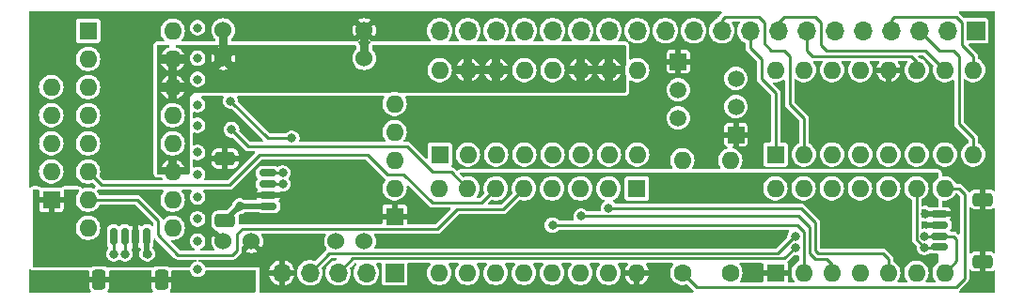
<source format=gbr>
%TF.GenerationSoftware,KiCad,Pcbnew,7.0.7*%
%TF.CreationDate,2023-10-03T22:28:34+01:00*%
%TF.ProjectId,nixie-controller-breakaway,6e697869-652d-4636-9f6e-74726f6c6c65,rev?*%
%TF.SameCoordinates,Original*%
%TF.FileFunction,Copper,L2,Bot*%
%TF.FilePolarity,Positive*%
%FSLAX46Y46*%
G04 Gerber Fmt 4.6, Leading zero omitted, Abs format (unit mm)*
G04 Created by KiCad (PCBNEW 7.0.7) date 2023-10-03 22:28:34*
%MOMM*%
%LPD*%
G01*
G04 APERTURE LIST*
G04 Aperture macros list*
%AMRoundRect*
0 Rectangle with rounded corners*
0 $1 Rounding radius*
0 $2 $3 $4 $5 $6 $7 $8 $9 X,Y pos of 4 corners*
0 Add a 4 corners polygon primitive as box body*
4,1,4,$2,$3,$4,$5,$6,$7,$8,$9,$2,$3,0*
0 Add four circle primitives for the rounded corners*
1,1,$1+$1,$2,$3*
1,1,$1+$1,$4,$5*
1,1,$1+$1,$6,$7*
1,1,$1+$1,$8,$9*
0 Add four rect primitives between the rounded corners*
20,1,$1+$1,$2,$3,$4,$5,0*
20,1,$1+$1,$4,$5,$6,$7,0*
20,1,$1+$1,$6,$7,$8,$9,0*
20,1,$1+$1,$8,$9,$2,$3,0*%
G04 Aperture macros list end*
%TA.AperFunction,ComponentPad*%
%ADD10R,1.600000X1.600000*%
%TD*%
%TA.AperFunction,ComponentPad*%
%ADD11O,1.600000X1.600000*%
%TD*%
%TA.AperFunction,ComponentPad*%
%ADD12R,1.500000X1.500000*%
%TD*%
%TA.AperFunction,ComponentPad*%
%ADD13C,1.500000*%
%TD*%
%TA.AperFunction,ComponentPad*%
%ADD14C,1.524000*%
%TD*%
%TA.AperFunction,ComponentPad*%
%ADD15C,1.600000*%
%TD*%
%TA.AperFunction,ComponentPad*%
%ADD16R,1.700000X1.700000*%
%TD*%
%TA.AperFunction,ComponentPad*%
%ADD17O,1.700000X1.700000*%
%TD*%
%TA.AperFunction,SMDPad,CuDef*%
%ADD18RoundRect,0.150000X0.625000X-0.150000X0.625000X0.150000X-0.625000X0.150000X-0.625000X-0.150000X0*%
%TD*%
%TA.AperFunction,SMDPad,CuDef*%
%ADD19RoundRect,0.250000X0.650000X-0.350000X0.650000X0.350000X-0.650000X0.350000X-0.650000X-0.350000X0*%
%TD*%
%TA.AperFunction,SMDPad,CuDef*%
%ADD20RoundRect,0.150000X0.150000X0.625000X-0.150000X0.625000X-0.150000X-0.625000X0.150000X-0.625000X0*%
%TD*%
%TA.AperFunction,SMDPad,CuDef*%
%ADD21RoundRect,0.250000X0.350000X0.650000X-0.350000X0.650000X-0.350000X-0.650000X0.350000X-0.650000X0*%
%TD*%
%TA.AperFunction,SMDPad,CuDef*%
%ADD22RoundRect,0.150000X-0.625000X0.150000X-0.625000X-0.150000X0.625000X-0.150000X0.625000X0.150000X0*%
%TD*%
%TA.AperFunction,SMDPad,CuDef*%
%ADD23RoundRect,0.250000X-0.650000X0.350000X-0.650000X-0.350000X0.650000X-0.350000X0.650000X0.350000X0*%
%TD*%
%TA.AperFunction,ViaPad*%
%ADD24C,0.800000*%
%TD*%
%TA.AperFunction,Conductor*%
%ADD25C,0.250000*%
%TD*%
%TA.AperFunction,Conductor*%
%ADD26C,0.500000*%
%TD*%
%TA.AperFunction,Conductor*%
%ADD27C,0.800000*%
%TD*%
G04 APERTURE END LIST*
D10*
%TO.P,U1,1,VCC*%
%TO.N,VCC*%
X96769000Y-54092000D03*
D11*
%TO.P,U1,2,XTAL1/PB0*%
%TO.N,/dig_2*%
X99309000Y-54092000D03*
%TO.P,U1,3,XTAL2/PB1*%
%TO.N,/dig_1*%
X101849000Y-54092000D03*
%TO.P,U1,4,~{RESET}/PB3*%
%TO.N,unconnected-(U1-Pad4)*%
X104389000Y-54092000D03*
%TO.P,U1,5,PB2*%
%TO.N,/dig_0*%
X106929000Y-54092000D03*
%TO.P,U1,6,PA7*%
%TO.N,/LHDP*%
X109469000Y-54092000D03*
%TO.P,U1,7,PA6*%
%TO.N,/SDA*%
X112009000Y-54092000D03*
%TO.P,U1,8,PA5*%
%TO.N,/RHDP*%
X112009000Y-46472000D03*
%TO.P,U1,9,PA4*%
%TO.N,/SCL*%
X109469000Y-46472000D03*
%TO.P,U1,10,PA3*%
%TO.N,/num_2*%
X106929000Y-46472000D03*
%TO.P,U1,11,PA2*%
%TO.N,/num_1*%
X104389000Y-46472000D03*
%TO.P,U1,12,PA1*%
%TO.N,/num_3*%
X101849000Y-46472000D03*
%TO.P,U1,13,AREF/PA0*%
%TO.N,/num_0*%
X99309000Y-46472000D03*
%TO.P,U1,14,GND*%
%TO.N,GND*%
X96769000Y-46472000D03*
%TD*%
D12*
%TO.P,Q1,1,E*%
%TO.N,GND*%
X93218000Y-41656000D03*
D13*
%TO.P,Q1,2,B*%
%TO.N,Net-(Q1-Pad2)*%
X93218000Y-39116000D03*
%TO.P,Q1,3,C*%
%TO.N,/CA*%
X93218000Y-36576000D03*
%TD*%
D14*
%TO.P,U6,1,Vcc*%
%TO.N,VCC*%
X49590000Y-51260000D03*
X47050000Y-51260000D03*
%TO.P,U6,2,GND*%
%TO.N,GND*%
X59750000Y-51260000D03*
X59750000Y-34750000D03*
X59750000Y-32210000D03*
X57210000Y-51260000D03*
%TO.P,U6,3,HV*%
%TO.N,HT*%
X47050000Y-34750000D03*
X47050000Y-32210000D03*
%TD*%
D15*
%TO.P,R2,1*%
%TO.N,/RHDP*%
X88392000Y-54102000D03*
D11*
%TO.P,R2,2*%
%TO.N,Net-(Q2-Pad2)*%
X88392000Y-43942000D03*
%TD*%
D10*
%TO.P,U5,1*%
%TO.N,Net-(RN2-Pad5)*%
X34886000Y-32273000D03*
D11*
%TO.P,U5,2*%
%TO.N,/drv_A7*%
X34886000Y-34813000D03*
%TO.P,U5,3*%
%TO.N,/drv_A6*%
X34886000Y-37353000D03*
%TO.P,U5,4*%
%TO.N,Net-(RN2-Pad4)*%
X34886000Y-39893000D03*
%TO.P,U5,5*%
%TO.N,Net-(RN2-Pad3)*%
X34886000Y-42433000D03*
%TO.P,U5,6*%
%TO.N,/drv_A5*%
X34886000Y-44973000D03*
%TO.P,U5,7*%
%TO.N,/drv_A4*%
X34886000Y-47513000D03*
%TO.P,U5,8*%
%TO.N,Net-(RN2-Pad2)*%
X34886000Y-50053000D03*
%TO.P,U5,9*%
%TO.N,/A4*%
X42506000Y-50053000D03*
%TO.P,U5,10*%
%TO.N,HT*%
X42506000Y-47513000D03*
%TO.P,U5,11*%
X42506000Y-44973000D03*
%TO.P,U5,12*%
%TO.N,/A5*%
X42506000Y-42433000D03*
%TO.P,U5,13*%
%TO.N,/A6*%
X42506000Y-39893000D03*
%TO.P,U5,14*%
%TO.N,HT*%
X42506000Y-37353000D03*
%TO.P,U5,15*%
X42506000Y-34813000D03*
%TO.P,U5,16*%
%TO.N,/A7*%
X42506000Y-32273000D03*
%TD*%
D10*
%TO.P,RN2,1,R1.1*%
%TO.N,VCC*%
X31574000Y-47498000D03*
D11*
%TO.P,RN2,2,R1.2*%
%TO.N,Net-(RN2-Pad2)*%
X31574000Y-44958000D03*
%TO.P,RN2,3,R2.2*%
%TO.N,Net-(RN2-Pad3)*%
X31574000Y-42418000D03*
%TO.P,RN2,4,R3.2*%
%TO.N,Net-(RN2-Pad4)*%
X31574000Y-39878000D03*
%TO.P,RN2,5,R4.2*%
%TO.N,Net-(RN2-Pad5)*%
X31574000Y-37338000D03*
%TD*%
D10*
%TO.P,U2,1,~{Q8}*%
%TO.N,/C8*%
X96789000Y-43424000D03*
D11*
%TO.P,U2,2,~{Q9}*%
%TO.N,/C9*%
X99329000Y-43424000D03*
%TO.P,U2,3,A*%
%TO.N,/num_0*%
X101869000Y-43424000D03*
%TO.P,U2,4,D*%
%TO.N,/num_3*%
X104409000Y-43424000D03*
%TO.P,U2,5,VCC*%
%TO.N,VCC*%
X106949000Y-43424000D03*
%TO.P,U2,6,B*%
%TO.N,/num_1*%
X109489000Y-43424000D03*
%TO.P,U2,7,C*%
%TO.N,/num_2*%
X112029000Y-43424000D03*
%TO.P,U2,8,~{Q2}*%
%TO.N,/C2*%
X114569000Y-43424000D03*
%TO.P,U2,9,~{Q3}*%
%TO.N,/C3*%
X114569000Y-35804000D03*
%TO.P,U2,10,~{Q7}*%
%TO.N,/C7*%
X112029000Y-35804000D03*
%TO.P,U2,11,~{Q6}*%
%TO.N,/C6*%
X109489000Y-35804000D03*
%TO.P,U2,12,GND*%
%TO.N,GND*%
X106949000Y-35804000D03*
%TO.P,U2,13,~{Q4}*%
%TO.N,/C4*%
X104409000Y-35804000D03*
%TO.P,U2,14,~{Q5}*%
%TO.N,/C5*%
X101869000Y-35804000D03*
%TO.P,U2,15,~{Q1}*%
%TO.N,/C1*%
X99329000Y-35804000D03*
%TO.P,U2,16,~{Q0}*%
%TO.N,/C0*%
X96789000Y-35804000D03*
%TD*%
D10*
%TO.P,RN1,1,R1.1*%
%TO.N,VCC*%
X62484000Y-49022000D03*
D11*
%TO.P,RN1,2,R1.2*%
%TO.N,Net-(RN1-Pad2)*%
X62484000Y-46482000D03*
%TO.P,RN1,3,R2.2*%
%TO.N,Net-(RN1-Pad3)*%
X62484000Y-43942000D03*
%TO.P,RN1,4,R3.2*%
%TO.N,Net-(RN1-Pad4)*%
X62484000Y-41402000D03*
%TO.P,RN1,5,R4.2*%
%TO.N,Net-(RN1-Pad5)*%
X62484000Y-38862000D03*
%TD*%
D10*
%TO.P,U4,1*%
%TO.N,Net-(RN1-Pad2)*%
X66548000Y-43434000D03*
D11*
%TO.P,U4,2*%
%TO.N,/drv_A3*%
X69088000Y-43434000D03*
%TO.P,U4,3*%
%TO.N,/drv_A2*%
X71628000Y-43434000D03*
%TO.P,U4,4*%
%TO.N,Net-(RN1-Pad3)*%
X74168000Y-43434000D03*
%TO.P,U4,5*%
%TO.N,Net-(RN1-Pad4)*%
X76708000Y-43434000D03*
%TO.P,U4,6*%
%TO.N,/drv_A1*%
X79248000Y-43434000D03*
%TO.P,U4,7*%
%TO.N,/drv_A0*%
X81788000Y-43434000D03*
%TO.P,U4,8*%
%TO.N,Net-(RN1-Pad5)*%
X84328000Y-43434000D03*
%TO.P,U4,9*%
%TO.N,/A0*%
X84328000Y-35814000D03*
%TO.P,U4,10*%
%TO.N,HT*%
X81788000Y-35814000D03*
%TO.P,U4,11*%
X79248000Y-35814000D03*
%TO.P,U4,12*%
%TO.N,/A1*%
X76708000Y-35814000D03*
%TO.P,U4,13*%
%TO.N,/A2*%
X74168000Y-35814000D03*
%TO.P,U4,14*%
%TO.N,HT*%
X71628000Y-35814000D03*
%TO.P,U4,15*%
X69088000Y-35814000D03*
%TO.P,U4,16*%
%TO.N,/A3*%
X66548000Y-35814000D03*
%TD*%
D15*
%TO.P,R1,1*%
%TO.N,/LHDP*%
X92710000Y-54102000D03*
D11*
%TO.P,R1,2*%
%TO.N,Net-(Q1-Pad2)*%
X92710000Y-43942000D03*
%TD*%
D10*
%TO.P,U3,1,~{Q0}*%
%TO.N,/drv_A0*%
X84300000Y-46500000D03*
D11*
%TO.P,U3,2,~{Q1}*%
%TO.N,/drv_A1*%
X81760000Y-46500000D03*
%TO.P,U3,3,~{Q2}*%
%TO.N,/drv_A2*%
X79220000Y-46500000D03*
%TO.P,U3,4,~{Q3}*%
%TO.N,/drv_A3*%
X76680000Y-46500000D03*
%TO.P,U3,5,~{Q4}*%
%TO.N,/drv_A4*%
X74140000Y-46500000D03*
%TO.P,U3,6,~{Q5}*%
%TO.N,/drv_A5*%
X71600000Y-46500000D03*
%TO.P,U3,7,~{Q6}*%
%TO.N,/drv_A6*%
X69060000Y-46500000D03*
%TO.P,U3,8,GND*%
%TO.N,GND*%
X66520000Y-46500000D03*
%TO.P,U3,9,~{Q7}*%
%TO.N,/drv_A7*%
X66520000Y-54120000D03*
%TO.P,U3,10,~{Q8}*%
%TO.N,unconnected-(U3-Pad10)*%
X69060000Y-54120000D03*
%TO.P,U3,11,~{Q9}*%
%TO.N,unconnected-(U3-Pad11)*%
X71600000Y-54120000D03*
%TO.P,U3,12,D*%
%TO.N,GND*%
X74140000Y-54120000D03*
%TO.P,U3,13,C*%
%TO.N,/dig_2*%
X76680000Y-54120000D03*
%TO.P,U3,14,B*%
%TO.N,/dig_1*%
X79220000Y-54120000D03*
%TO.P,U3,15,A*%
%TO.N,/dig_0*%
X81760000Y-54120000D03*
%TO.P,U3,16,VCC*%
%TO.N,VCC*%
X84300000Y-54120000D03*
%TD*%
D16*
%TO.P,J3,1,Pin_1*%
%TO.N,/C0*%
X114808000Y-32258000D03*
D17*
%TO.P,J3,2,Pin_2*%
%TO.N,/C1*%
X112268000Y-32258000D03*
%TO.P,J3,3,Pin_3*%
%TO.N,/C2*%
X109728000Y-32258000D03*
%TO.P,J3,4,Pin_4*%
%TO.N,/C3*%
X107188000Y-32258000D03*
%TO.P,J3,5,Pin_5*%
%TO.N,/C4*%
X104648000Y-32258000D03*
%TO.P,J3,6,Pin_6*%
%TO.N,/C5*%
X102108000Y-32258000D03*
%TO.P,J3,7,Pin_7*%
%TO.N,/C6*%
X99568000Y-32258000D03*
%TO.P,J3,8,Pin_8*%
%TO.N,/C7*%
X97028000Y-32258000D03*
%TO.P,J3,9,Pin_9*%
%TO.N,/C8*%
X94488000Y-32258000D03*
%TO.P,J3,10,Pin_10*%
%TO.N,/C9*%
X91948000Y-32258000D03*
%TO.P,J3,11,Pin_11*%
%TO.N,/CA*%
X89408000Y-32258000D03*
%TO.P,J3,12,Pin_12*%
%TO.N,/CB*%
X86868000Y-32258000D03*
%TO.P,J3,13,Pin_13*%
%TO.N,/A0*%
X84328000Y-32258000D03*
%TO.P,J3,14,Pin_14*%
%TO.N,/A1*%
X81788000Y-32258000D03*
%TO.P,J3,15,Pin_15*%
%TO.N,/A2*%
X79248000Y-32258000D03*
%TO.P,J3,16,Pin_16*%
%TO.N,/A3*%
X76708000Y-32258000D03*
%TO.P,J3,17,Pin_17*%
%TO.N,/A4*%
X74168000Y-32258000D03*
%TO.P,J3,18,Pin_18*%
%TO.N,/A5*%
X71628000Y-32258000D03*
%TO.P,J3,19,Pin_19*%
%TO.N,/A6*%
X69088000Y-32258000D03*
%TO.P,J3,20,Pin_20*%
%TO.N,/A7*%
X66548000Y-32258000D03*
%TD*%
D16*
%TO.P,J1,1,Pin_1*%
%TO.N,GND*%
X62484000Y-54102000D03*
D17*
%TO.P,J1,2,Pin_2*%
%TO.N,unconnected-(J1-Pad2)*%
X59944000Y-54102000D03*
%TO.P,J1,3,Pin_3*%
%TO.N,/SCL*%
X57404000Y-54102000D03*
%TO.P,J1,4,Pin_4*%
%TO.N,/SDA*%
X54864000Y-54102000D03*
%TO.P,J1,5,Pin_5*%
%TO.N,VCC*%
X52324000Y-54102000D03*
%TD*%
D12*
%TO.P,Q2,1,E*%
%TO.N,GND*%
X88032000Y-35052000D03*
D13*
%TO.P,Q2,2,B*%
%TO.N,Net-(Q2-Pad2)*%
X88032000Y-37592000D03*
%TO.P,Q2,3,C*%
%TO.N,/CB*%
X88032000Y-40132000D03*
%TD*%
D18*
%TO.P,J4,1,Pin_1*%
%TO.N,GND*%
X51100000Y-48100000D03*
%TO.P,J4,2,Pin_2*%
%TO.N,VCC*%
X51100000Y-47100000D03*
%TO.P,J4,3,Pin_3*%
%TO.N,/SDA*%
X51100000Y-46100000D03*
%TO.P,J4,4,Pin_4*%
%TO.N,/SCL*%
X51100000Y-45100000D03*
D19*
%TO.P,J4,MP,MountPin*%
%TO.N,GND*%
X47225000Y-49400000D03*
X47225000Y-43800000D03*
%TD*%
D20*
%TO.P,J5,1,Pin_1*%
%TO.N,GND*%
X40186000Y-50832000D03*
%TO.P,J5,2,Pin_2*%
%TO.N,VCC*%
X39186000Y-50832000D03*
%TO.P,J5,3,Pin_3*%
%TO.N,/SDA*%
X38186000Y-50832000D03*
%TO.P,J5,4,Pin_4*%
%TO.N,/SCL*%
X37186000Y-50832000D03*
D21*
%TO.P,J5,MP,MountPin*%
%TO.N,GND*%
X41486000Y-54707000D03*
X35886000Y-54707000D03*
%TD*%
D22*
%TO.P,J2,1,Pin_1*%
%TO.N,GND*%
X111538000Y-48792000D03*
%TO.P,J2,2,Pin_2*%
%TO.N,VCC*%
X111538000Y-49792000D03*
%TO.P,J2,3,Pin_3*%
%TO.N,/SDA*%
X111538000Y-50792000D03*
%TO.P,J2,4,Pin_4*%
%TO.N,/SCL*%
X111538000Y-51792000D03*
D23*
%TO.P,J2,MP,MountPin*%
%TO.N,GND*%
X115413000Y-47492000D03*
X115413000Y-53092000D03*
%TD*%
D24*
%TO.N,VCC*%
X94742000Y-50900000D03*
%TO.N,*%
X44750000Y-47250000D03*
X44750000Y-45250000D03*
X44750000Y-36650000D03*
X44750000Y-51250000D03*
X44750000Y-49250000D03*
X44750000Y-38950000D03*
X44750000Y-53800000D03*
X44750000Y-43250000D03*
X44750000Y-40800000D03*
X44750000Y-32000000D03*
X44750000Y-34750000D03*
%TO.N,GND*%
X112776000Y-48768000D03*
X115316000Y-54864000D03*
X47200000Y-45200000D03*
X48525000Y-48100000D03*
X110236000Y-48768000D03*
X62484000Y-31750000D03*
X30812000Y-31750000D03*
X30800000Y-54800000D03*
X40210000Y-52400000D03*
%TO.N,/SCL*%
X37200497Y-52400000D03*
X52400000Y-45100497D03*
X110200000Y-51816000D03*
X98552000Y-51816000D03*
%TO.N,/SDA*%
X110200000Y-50800000D03*
X52400000Y-46100000D03*
X38200000Y-52400000D03*
X98552000Y-50800000D03*
%TO.N,VCC*%
X85700000Y-50900000D03*
%TO.N,/dig_0*%
X81760000Y-48275500D03*
%TO.N,/dig_1*%
X79300000Y-49000000D03*
%TO.N,/dig_2*%
X76700000Y-49800000D03*
%TO.N,/drv_A7*%
X47700000Y-38600000D03*
X53234500Y-41975500D03*
%TO.N,/drv_A6*%
X47800000Y-41200000D03*
%TD*%
D25*
%TO.N,/dig_0*%
X100584000Y-52324000D02*
X106426000Y-52324000D01*
X106426000Y-52324000D02*
X106934000Y-52832000D01*
X99075500Y-48275500D02*
X100330000Y-49530000D01*
X100330000Y-49530000D02*
X100330000Y-52070000D01*
X100330000Y-52070000D02*
X100584000Y-52324000D01*
X81760000Y-48275500D02*
X99075500Y-48275500D01*
X106934000Y-52832000D02*
X106929000Y-52837000D01*
X106929000Y-52837000D02*
X106929000Y-54092000D01*
%TO.N,/dig_2*%
X99309000Y-54092000D02*
X99314000Y-54087000D01*
X99314000Y-54087000D02*
X99314000Y-50364000D01*
X99314000Y-50364000D02*
X98750000Y-49800000D01*
X98750000Y-49800000D02*
X76700000Y-49800000D01*
%TO.N,/dig_1*%
X101849000Y-54092000D02*
X101849000Y-53335000D01*
X101849000Y-53335000D02*
X101346000Y-52832000D01*
X101346000Y-52832000D02*
X100330000Y-52832000D01*
X100330000Y-52832000D02*
X99822000Y-52324000D01*
X99822000Y-52324000D02*
X99822000Y-49972000D01*
X99822000Y-49972000D02*
X98850000Y-49000000D01*
X98850000Y-49000000D02*
X79300000Y-49000000D01*
%TO.N,GND*%
X111538000Y-48792000D02*
X112752000Y-48792000D01*
D26*
X48525000Y-48100000D02*
X47225000Y-49400000D01*
X47225000Y-43800000D02*
X47225000Y-45175000D01*
D25*
X40210000Y-52400000D02*
X40210000Y-50856000D01*
D27*
X59750000Y-32210000D02*
X59750000Y-34750000D01*
D25*
X110260000Y-48792000D02*
X110236000Y-48768000D01*
X111538000Y-48792000D02*
X110260000Y-48792000D01*
X112752000Y-48792000D02*
X112776000Y-48768000D01*
X40210000Y-50856000D02*
X40186000Y-50832000D01*
D26*
X51100000Y-48100000D02*
X48525000Y-48100000D01*
X47225000Y-45175000D02*
X47200000Y-45200000D01*
D25*
%TO.N,/SCL*%
X110190695Y-51816000D02*
X109469000Y-51094305D01*
X37200497Y-52400000D02*
X37186000Y-52385503D01*
X51100497Y-45100497D02*
X51100000Y-45100000D01*
X111514000Y-51816000D02*
X111538000Y-51792000D01*
X58706000Y-52800000D02*
X97568000Y-52800000D01*
X37186000Y-52385503D02*
X37186000Y-50832000D01*
X52400000Y-45100497D02*
X51100497Y-45100497D01*
X110200000Y-51816000D02*
X111514000Y-51816000D01*
X57404000Y-54102000D02*
X58706000Y-52800000D01*
X110200000Y-51816000D02*
X110190695Y-51816000D01*
X109469000Y-51094305D02*
X109469000Y-46472000D01*
X97568000Y-52800000D02*
X98552000Y-51816000D01*
%TO.N,/SDA*%
X110200000Y-50800000D02*
X111530000Y-50800000D01*
X38200000Y-52400000D02*
X38200000Y-50846000D01*
X112009000Y-54092000D02*
X113030000Y-53071000D01*
X98500000Y-50800000D02*
X96950000Y-52350000D01*
X56616000Y-52350000D02*
X54864000Y-54102000D01*
X113030000Y-51054000D02*
X112768000Y-50792000D01*
X98552000Y-50800000D02*
X98500000Y-50800000D01*
X112768000Y-50792000D02*
X111538000Y-50792000D01*
X111530000Y-50800000D02*
X111538000Y-50792000D01*
X52400000Y-46100000D02*
X51100000Y-46100000D01*
X96950000Y-52350000D02*
X56616000Y-52350000D01*
X113030000Y-53071000D02*
X113030000Y-51054000D01*
X38200000Y-50846000D02*
X38186000Y-50832000D01*
D26*
%TO.N,VCC*%
X31574000Y-47498000D02*
X31598000Y-47498000D01*
D25*
%TO.N,/C2*%
X114569000Y-43424000D02*
X114569000Y-41925000D01*
X112776000Y-34036000D02*
X111506000Y-34036000D01*
X111506000Y-34036000D02*
X109728000Y-32258000D01*
X113284000Y-34544000D02*
X112776000Y-34036000D01*
X113284000Y-40640000D02*
X113284000Y-34544000D01*
X114569000Y-41925000D02*
X113284000Y-40640000D01*
%TO.N,/C3*%
X114569000Y-34559000D02*
X113538000Y-33528000D01*
X113538000Y-31496000D02*
X113030000Y-30988000D01*
X113538000Y-33528000D02*
X113538000Y-31496000D01*
X113030000Y-30988000D02*
X107442000Y-30988000D01*
X114569000Y-35804000D02*
X114569000Y-34559000D01*
X107188000Y-31242000D02*
X107188000Y-32258000D01*
X107442000Y-30988000D02*
X107188000Y-31242000D01*
%TO.N,/C6*%
X109474000Y-35789000D02*
X109474000Y-35052000D01*
X100076000Y-34544000D02*
X99568000Y-34036000D01*
X109474000Y-35052000D02*
X108966000Y-34544000D01*
X99568000Y-34036000D02*
X99568000Y-32258000D01*
X108966000Y-34544000D02*
X100076000Y-34544000D01*
X109489000Y-35804000D02*
X109474000Y-35789000D01*
%TO.N,/C7*%
X100838000Y-33528000D02*
X100838000Y-31496000D01*
X97536000Y-30988000D02*
X97028000Y-31496000D01*
X100330000Y-30988000D02*
X97536000Y-30988000D01*
X112029000Y-35804000D02*
X110261000Y-34036000D01*
X100838000Y-31496000D02*
X100330000Y-30988000D01*
X101346000Y-34036000D02*
X100838000Y-33528000D01*
X110261000Y-34036000D02*
X101346000Y-34036000D01*
X97028000Y-31496000D02*
X97028000Y-32258000D01*
%TO.N,/C8*%
X95504000Y-34798000D02*
X95504000Y-36576000D01*
X94488000Y-33782000D02*
X95504000Y-34798000D01*
X95504000Y-36576000D02*
X96789000Y-37861000D01*
X96789000Y-37861000D02*
X96789000Y-43424000D01*
X94488000Y-32258000D02*
X94488000Y-33782000D01*
%TO.N,/C9*%
X95758000Y-31496000D02*
X95250000Y-30988000D01*
X95758000Y-33401000D02*
X95758000Y-31496000D01*
X99329000Y-43424000D02*
X99329000Y-40147000D01*
X99329000Y-40147000D02*
X98044000Y-38862000D01*
X96393000Y-34036000D02*
X95758000Y-33401000D01*
X98044000Y-34544000D02*
X97536000Y-34036000D01*
X97536000Y-34036000D02*
X96393000Y-34036000D01*
X91948000Y-31242000D02*
X91948000Y-32258000D01*
X95250000Y-30988000D02*
X92202000Y-30988000D01*
X92202000Y-30988000D02*
X91948000Y-31242000D01*
X98044000Y-38862000D02*
X98044000Y-34544000D01*
%TO.N,/RHDP*%
X113792000Y-54610000D02*
X113792000Y-46990000D01*
X113030000Y-55372000D02*
X113792000Y-54610000D01*
X89662000Y-55372000D02*
X113030000Y-55372000D01*
X113274000Y-46472000D02*
X112009000Y-46472000D01*
X88392000Y-54102000D02*
X89662000Y-55372000D01*
X113792000Y-46990000D02*
X113274000Y-46472000D01*
%TO.N,/drv_A7*%
X53234500Y-41975500D02*
X51075500Y-41975500D01*
X51075500Y-41975500D02*
X47700000Y-38600000D01*
%TO.N,/drv_A6*%
X49300000Y-42700000D02*
X47800000Y-41200000D01*
X63600000Y-42700000D02*
X49300000Y-42700000D01*
X67560000Y-45000000D02*
X65900000Y-45000000D01*
X65900000Y-45000000D02*
X63600000Y-42700000D01*
X69060000Y-46500000D02*
X67560000Y-45000000D01*
%TO.N,/drv_A5*%
X71600000Y-46500000D02*
X70300000Y-47800000D01*
X70300000Y-47800000D02*
X65900000Y-47800000D01*
X63300000Y-45200000D02*
X61800000Y-45200000D01*
X50300000Y-43500000D02*
X47600000Y-46200000D01*
X61800000Y-45200000D02*
X60100000Y-43500000D01*
X65900000Y-47800000D02*
X63300000Y-45200000D01*
X47600000Y-46200000D02*
X36113000Y-46200000D01*
X60100000Y-43500000D02*
X50300000Y-43500000D01*
X36113000Y-46200000D02*
X34886000Y-44973000D01*
%TO.N,/drv_A4*%
X72240000Y-48400000D02*
X68100000Y-48400000D01*
X39306991Y-47513000D02*
X34886000Y-47513000D01*
X74140000Y-46500000D02*
X72240000Y-48400000D01*
X43000000Y-52500000D02*
X41200000Y-50700000D01*
X66353000Y-50147000D02*
X48759375Y-50147000D01*
X41200000Y-49406009D02*
X39306991Y-47513000D01*
X47900000Y-52500000D02*
X43000000Y-52500000D01*
X48759375Y-50147000D02*
X48300000Y-50606375D01*
X48300000Y-52100000D02*
X47900000Y-52500000D01*
X68100000Y-48400000D02*
X66353000Y-50147000D01*
X48300000Y-50606375D02*
X48300000Y-52100000D01*
X41200000Y-50700000D02*
X41200000Y-49406009D01*
D27*
%TO.N,HT*%
X47050000Y-32210000D02*
X47050000Y-34750000D01*
%TD*%
%TA.AperFunction,Conductor*%
%TO.N,GND*%
G36*
X29723415Y-53796690D02*
G01*
X29737823Y-53811919D01*
X29737824Y-53811920D01*
X29836401Y-53865639D01*
X29836403Y-53865640D01*
X29894596Y-53884548D01*
X29894593Y-53884548D01*
X29988997Y-53899500D01*
X34888142Y-53899500D01*
X34946333Y-53918407D01*
X34982297Y-53967907D01*
X34986437Y-54010297D01*
X34986000Y-54013934D01*
X34986000Y-54452998D01*
X34986001Y-54453000D01*
X36785999Y-54453000D01*
X36786000Y-54452999D01*
X36786000Y-54013941D01*
X36785999Y-54013934D01*
X36785563Y-54010297D01*
X36797402Y-53950268D01*
X36842264Y-53908662D01*
X36883858Y-53899500D01*
X40488142Y-53899500D01*
X40546333Y-53918407D01*
X40582297Y-53967907D01*
X40586437Y-54010297D01*
X40586000Y-54013934D01*
X40586000Y-54452998D01*
X40586001Y-54453000D01*
X42385999Y-54453000D01*
X42386000Y-54452999D01*
X42386000Y-54013941D01*
X42385999Y-54013934D01*
X42385563Y-54010297D01*
X42397402Y-53950268D01*
X42442264Y-53908662D01*
X42483858Y-53899500D01*
X43970216Y-53899500D01*
X44028407Y-53918407D01*
X44062783Y-53963394D01*
X44064859Y-53968870D01*
X44064860Y-53968872D01*
X44125182Y-54127930D01*
X44206092Y-54245148D01*
X44221816Y-54267927D01*
X44221818Y-54267930D01*
X44252468Y-54295083D01*
X44349148Y-54380734D01*
X44499775Y-54459790D01*
X44664944Y-54500500D01*
X44664947Y-54500500D01*
X44835053Y-54500500D01*
X44835056Y-54500500D01*
X45000225Y-54459790D01*
X45150852Y-54380734D01*
X45278183Y-54267929D01*
X45374818Y-54127930D01*
X45435140Y-53968872D01*
X45435140Y-53968869D01*
X45437217Y-53963394D01*
X45475530Y-53915690D01*
X45529784Y-53899500D01*
X49887499Y-53899500D01*
X49945690Y-53918407D01*
X49981654Y-53967907D01*
X49986499Y-53998499D01*
X49986500Y-54129963D01*
X49986500Y-55770500D01*
X49967593Y-55828691D01*
X49918093Y-55864655D01*
X49887500Y-55869500D01*
X42336936Y-55869500D01*
X42278745Y-55850593D01*
X42242781Y-55801093D01*
X42242781Y-55739907D01*
X42258052Y-55710680D01*
X42319919Y-55629095D01*
X42375386Y-55488443D01*
X42385999Y-55400064D01*
X42386000Y-55400058D01*
X42386000Y-54961001D01*
X42385999Y-54961000D01*
X40586001Y-54961000D01*
X40586000Y-54961001D01*
X40586000Y-55400064D01*
X40596613Y-55488443D01*
X40652080Y-55629095D01*
X40713948Y-55710680D01*
X40734043Y-55768472D01*
X40716332Y-55827038D01*
X40667579Y-55864008D01*
X40635064Y-55869500D01*
X36736936Y-55869500D01*
X36678745Y-55850593D01*
X36642781Y-55801093D01*
X36642781Y-55739907D01*
X36658052Y-55710680D01*
X36719919Y-55629095D01*
X36775386Y-55488443D01*
X36785999Y-55400064D01*
X36786000Y-55400058D01*
X36786000Y-54961001D01*
X36785999Y-54961000D01*
X34986001Y-54961000D01*
X34986000Y-54961001D01*
X34986000Y-55400064D01*
X34996613Y-55488443D01*
X35052080Y-55629095D01*
X35113948Y-55710680D01*
X35134043Y-55768472D01*
X35116332Y-55827038D01*
X35067579Y-55864008D01*
X35035064Y-55869500D01*
X29651500Y-55869500D01*
X29593309Y-55850593D01*
X29557345Y-55801093D01*
X29552500Y-55770500D01*
X29552500Y-53864728D01*
X29571407Y-53806537D01*
X29620907Y-53770573D01*
X29682093Y-53770573D01*
X29723415Y-53796690D01*
G37*
%TD.AperFunction*%
%TA.AperFunction,Conductor*%
G36*
X91916935Y-30509407D02*
G01*
X91952899Y-30558907D01*
X91952899Y-30620093D01*
X91928749Y-30659501D01*
X91924805Y-30663446D01*
X91694780Y-30893471D01*
X91599472Y-30988778D01*
X91599470Y-30988782D01*
X91587614Y-31012050D01*
X91579500Y-31025291D01*
X91564150Y-31046418D01*
X91556081Y-31071253D01*
X91550138Y-31085601D01*
X91538281Y-31108872D01*
X91538279Y-31108879D01*
X91534698Y-31131493D01*
X91506921Y-31186010D01*
X91472682Y-31208321D01*
X91432983Y-31223701D01*
X91432975Y-31223705D01*
X91251699Y-31335946D01*
X91251692Y-31335952D01*
X91094135Y-31479586D01*
X91094131Y-31479589D01*
X91094128Y-31479593D01*
X91094124Y-31479597D01*
X91094125Y-31479597D01*
X90965635Y-31649743D01*
X90965630Y-31649752D01*
X90870596Y-31840608D01*
X90812244Y-32045688D01*
X90792571Y-32258000D01*
X90812244Y-32470311D01*
X90835449Y-32551867D01*
X90870595Y-32675389D01*
X90965634Y-32866255D01*
X91094128Y-33036407D01*
X91156105Y-33092907D01*
X91251692Y-33180047D01*
X91251699Y-33180053D01*
X91340238Y-33234874D01*
X91432981Y-33292298D01*
X91631802Y-33369321D01*
X91841390Y-33408500D01*
X92054610Y-33408500D01*
X92264198Y-33369321D01*
X92463019Y-33292298D01*
X92644302Y-33180052D01*
X92801872Y-33036407D01*
X92930366Y-32866255D01*
X93025405Y-32675389D01*
X93083756Y-32470310D01*
X93103429Y-32258000D01*
X93083756Y-32045690D01*
X93025405Y-31840611D01*
X92930366Y-31649745D01*
X92871777Y-31572161D01*
X92851797Y-31514330D01*
X92869625Y-31455800D01*
X92918452Y-31418927D01*
X92950780Y-31413500D01*
X93485220Y-31413500D01*
X93543411Y-31432407D01*
X93579375Y-31481907D01*
X93579375Y-31543093D01*
X93564223Y-31572161D01*
X93505640Y-31649736D01*
X93505630Y-31649752D01*
X93410596Y-31840608D01*
X93352244Y-32045688D01*
X93351396Y-32054838D01*
X93332571Y-32258000D01*
X93340913Y-32348030D01*
X93352244Y-32470311D01*
X93375449Y-32551867D01*
X93410595Y-32675389D01*
X93505634Y-32866255D01*
X93634128Y-33036407D01*
X93696105Y-33092907D01*
X93791692Y-33180047D01*
X93791699Y-33180053D01*
X93972977Y-33292296D01*
X93972978Y-33292296D01*
X93972981Y-33292298D01*
X93999262Y-33302479D01*
X94046693Y-33341129D01*
X94062500Y-33394794D01*
X94062500Y-33714606D01*
X94062500Y-33714607D01*
X94062500Y-33849393D01*
X94065866Y-33859752D01*
X94070569Y-33874225D01*
X94074195Y-33889329D01*
X94078281Y-33915126D01*
X94078281Y-33915127D01*
X94090135Y-33938391D01*
X94096079Y-33952741D01*
X94101235Y-33968607D01*
X94104151Y-33977581D01*
X94119497Y-33998702D01*
X94127615Y-34011950D01*
X94139470Y-34035218D01*
X94139471Y-34035220D01*
X94163445Y-34059194D01*
X94163446Y-34059194D01*
X94619807Y-34515555D01*
X95049504Y-34945251D01*
X95077281Y-34999768D01*
X95078500Y-35015255D01*
X95078500Y-36508606D01*
X95078500Y-36508607D01*
X95078500Y-36643393D01*
X95084803Y-36662790D01*
X95086569Y-36668225D01*
X95090195Y-36683329D01*
X95094281Y-36709126D01*
X95094281Y-36709127D01*
X95106135Y-36732391D01*
X95112079Y-36746741D01*
X95120150Y-36771579D01*
X95120151Y-36771581D01*
X95135497Y-36792702D01*
X95143615Y-36805950D01*
X95155470Y-36829218D01*
X95155471Y-36829220D01*
X95179446Y-36853195D01*
X96334504Y-38008251D01*
X96362281Y-38062768D01*
X96363500Y-38078255D01*
X96363500Y-42224500D01*
X96344593Y-42282691D01*
X96295093Y-42318655D01*
X96264500Y-42323500D01*
X95944139Y-42323500D01*
X95944136Y-42323501D01*
X95919009Y-42326414D01*
X95816235Y-42371794D01*
X95736794Y-42451235D01*
X95691414Y-42554011D01*
X95688500Y-42579130D01*
X95688500Y-44268860D01*
X95688501Y-44268863D01*
X95691414Y-44293990D01*
X95712282Y-44341250D01*
X95736794Y-44396765D01*
X95816235Y-44476206D01*
X95919009Y-44521585D01*
X95944135Y-44524500D01*
X97633864Y-44524499D01*
X97658991Y-44521585D01*
X97761765Y-44476206D01*
X97841206Y-44396765D01*
X97886585Y-44293991D01*
X97889500Y-44268865D01*
X97889499Y-42579136D01*
X97886585Y-42554009D01*
X97841206Y-42451235D01*
X97761765Y-42371794D01*
X97658991Y-42326415D01*
X97658990Y-42326414D01*
X97658988Y-42326414D01*
X97633869Y-42323500D01*
X97633865Y-42323500D01*
X97313500Y-42323500D01*
X97255309Y-42304593D01*
X97219345Y-42255093D01*
X97214500Y-42224500D01*
X97214500Y-37793606D01*
X97206431Y-37768775D01*
X97202803Y-37753665D01*
X97200204Y-37737252D01*
X97198719Y-37727874D01*
X97186862Y-37704604D01*
X97180917Y-37690253D01*
X97172849Y-37665419D01*
X97157494Y-37644284D01*
X97149383Y-37631047D01*
X97139322Y-37611301D01*
X97137528Y-37607780D01*
X97137527Y-37607779D01*
X97137527Y-37607778D01*
X97042220Y-37512471D01*
X96602195Y-37072447D01*
X96574418Y-37017930D01*
X96583989Y-36957498D01*
X96627254Y-36914233D01*
X96682338Y-36905508D01*
X96682471Y-36904078D01*
X96687023Y-36904500D01*
X96687024Y-36904500D01*
X96890976Y-36904500D01*
X97091456Y-36867024D01*
X97281637Y-36793348D01*
X97455041Y-36685981D01*
X97455047Y-36685975D01*
X97458690Y-36683225D01*
X97459890Y-36684814D01*
X97508532Y-36662790D01*
X97568459Y-36675135D01*
X97609686Y-36720346D01*
X97618500Y-36761181D01*
X97618500Y-38794606D01*
X97618500Y-38794607D01*
X97618500Y-38929393D01*
X97626569Y-38954225D01*
X97630195Y-38969329D01*
X97634281Y-38995126D01*
X97634281Y-38995127D01*
X97646135Y-39018391D01*
X97652079Y-39032741D01*
X97660150Y-39057579D01*
X97660151Y-39057581D01*
X97675497Y-39078702D01*
X97683615Y-39091950D01*
X97695470Y-39115218D01*
X97695471Y-39115220D01*
X97719445Y-39139194D01*
X98874504Y-40294252D01*
X98902281Y-40348769D01*
X98903500Y-40364256D01*
X98903500Y-42340826D01*
X98884593Y-42399017D01*
X98840270Y-42433138D01*
X98836368Y-42434649D01*
X98836365Y-42434651D01*
X98836364Y-42434651D01*
X98836363Y-42434652D01*
X98681758Y-42530379D01*
X98662959Y-42542019D01*
X98523376Y-42669266D01*
X98512236Y-42679421D01*
X98495050Y-42702179D01*
X98389328Y-42842177D01*
X98389323Y-42842186D01*
X98298419Y-43024747D01*
X98298418Y-43024750D01*
X98242603Y-43220917D01*
X98223785Y-43424000D01*
X98242603Y-43627083D01*
X98298418Y-43823250D01*
X98389327Y-44005821D01*
X98512236Y-44168579D01*
X98662959Y-44305981D01*
X98836363Y-44413348D01*
X99026544Y-44487024D01*
X99227024Y-44524500D01*
X99430976Y-44524500D01*
X99631456Y-44487024D01*
X99821637Y-44413348D01*
X99995041Y-44305981D01*
X100145764Y-44168579D01*
X100268673Y-44005821D01*
X100359582Y-43823250D01*
X100415397Y-43627083D01*
X100434215Y-43424000D01*
X100763785Y-43424000D01*
X100782603Y-43627083D01*
X100838418Y-43823250D01*
X100929327Y-44005821D01*
X101052236Y-44168579D01*
X101202959Y-44305981D01*
X101376363Y-44413348D01*
X101566544Y-44487024D01*
X101767024Y-44524500D01*
X101970976Y-44524500D01*
X102171456Y-44487024D01*
X102361637Y-44413348D01*
X102535041Y-44305981D01*
X102685764Y-44168579D01*
X102808673Y-44005821D01*
X102899582Y-43823250D01*
X102955397Y-43627083D01*
X102974215Y-43424000D01*
X103303785Y-43424000D01*
X103322603Y-43627083D01*
X103378418Y-43823250D01*
X103469327Y-44005821D01*
X103592236Y-44168579D01*
X103742959Y-44305981D01*
X103916363Y-44413348D01*
X104106544Y-44487024D01*
X104307024Y-44524500D01*
X104510976Y-44524500D01*
X104711456Y-44487024D01*
X104901637Y-44413348D01*
X105075041Y-44305981D01*
X105225764Y-44168579D01*
X105348673Y-44005821D01*
X105439582Y-43823250D01*
X105495397Y-43627083D01*
X105514215Y-43424000D01*
X105843785Y-43424000D01*
X105862603Y-43627083D01*
X105918418Y-43823250D01*
X106009327Y-44005821D01*
X106132236Y-44168579D01*
X106282959Y-44305981D01*
X106456363Y-44413348D01*
X106646544Y-44487024D01*
X106847024Y-44524500D01*
X107050976Y-44524500D01*
X107251456Y-44487024D01*
X107441637Y-44413348D01*
X107615041Y-44305981D01*
X107765764Y-44168579D01*
X107888673Y-44005821D01*
X107979582Y-43823250D01*
X108035397Y-43627083D01*
X108054215Y-43424000D01*
X108383785Y-43424000D01*
X108402603Y-43627083D01*
X108458418Y-43823250D01*
X108549327Y-44005821D01*
X108672236Y-44168579D01*
X108822959Y-44305981D01*
X108996363Y-44413348D01*
X109186544Y-44487024D01*
X109387024Y-44524500D01*
X109590976Y-44524500D01*
X109791456Y-44487024D01*
X109981637Y-44413348D01*
X110155041Y-44305981D01*
X110305764Y-44168579D01*
X110428673Y-44005821D01*
X110519582Y-43823250D01*
X110575397Y-43627083D01*
X110594215Y-43424000D01*
X110923785Y-43424000D01*
X110942603Y-43627083D01*
X110998418Y-43823250D01*
X111089327Y-44005821D01*
X111212236Y-44168579D01*
X111362959Y-44305981D01*
X111536363Y-44413348D01*
X111726544Y-44487024D01*
X111927024Y-44524500D01*
X112130976Y-44524500D01*
X112331456Y-44487024D01*
X112521637Y-44413348D01*
X112695041Y-44305981D01*
X112845764Y-44168579D01*
X112968673Y-44005821D01*
X113059582Y-43823250D01*
X113115397Y-43627083D01*
X113134215Y-43424000D01*
X113115397Y-43220917D01*
X113059582Y-43024750D01*
X112968673Y-42842179D01*
X112845764Y-42679421D01*
X112695041Y-42542019D01*
X112521637Y-42434652D01*
X112331456Y-42360976D01*
X112331455Y-42360975D01*
X112331453Y-42360975D01*
X112130976Y-42323500D01*
X111927024Y-42323500D01*
X111726546Y-42360975D01*
X111698619Y-42371794D01*
X111536363Y-42434652D01*
X111381758Y-42530379D01*
X111362959Y-42542019D01*
X111223376Y-42669266D01*
X111212236Y-42679421D01*
X111195050Y-42702179D01*
X111089328Y-42842177D01*
X111089323Y-42842186D01*
X110998419Y-43024747D01*
X110998418Y-43024750D01*
X110942603Y-43220917D01*
X110923785Y-43424000D01*
X110594215Y-43424000D01*
X110575397Y-43220917D01*
X110519582Y-43024750D01*
X110428673Y-42842179D01*
X110305764Y-42679421D01*
X110155041Y-42542019D01*
X109981637Y-42434652D01*
X109791456Y-42360976D01*
X109791455Y-42360975D01*
X109791453Y-42360975D01*
X109590976Y-42323500D01*
X109387024Y-42323500D01*
X109186546Y-42360975D01*
X109158619Y-42371794D01*
X108996363Y-42434652D01*
X108841758Y-42530379D01*
X108822959Y-42542019D01*
X108683376Y-42669266D01*
X108672236Y-42679421D01*
X108655050Y-42702179D01*
X108549328Y-42842177D01*
X108549323Y-42842186D01*
X108458419Y-43024747D01*
X108458418Y-43024750D01*
X108402603Y-43220917D01*
X108383785Y-43424000D01*
X108054215Y-43424000D01*
X108035397Y-43220917D01*
X107979582Y-43024750D01*
X107888673Y-42842179D01*
X107765764Y-42679421D01*
X107615041Y-42542019D01*
X107441637Y-42434652D01*
X107251456Y-42360976D01*
X107251455Y-42360975D01*
X107251453Y-42360975D01*
X107050976Y-42323500D01*
X106847024Y-42323500D01*
X106646546Y-42360975D01*
X106618619Y-42371794D01*
X106456363Y-42434652D01*
X106301758Y-42530379D01*
X106282959Y-42542019D01*
X106143376Y-42669266D01*
X106132236Y-42679421D01*
X106115050Y-42702179D01*
X106009328Y-42842177D01*
X106009323Y-42842186D01*
X105918419Y-43024747D01*
X105918418Y-43024750D01*
X105862603Y-43220917D01*
X105843785Y-43424000D01*
X105514215Y-43424000D01*
X105495397Y-43220917D01*
X105439582Y-43024750D01*
X105348673Y-42842179D01*
X105225764Y-42679421D01*
X105075041Y-42542019D01*
X104901637Y-42434652D01*
X104711456Y-42360976D01*
X104711455Y-42360975D01*
X104711453Y-42360975D01*
X104510976Y-42323500D01*
X104307024Y-42323500D01*
X104106546Y-42360975D01*
X104078619Y-42371794D01*
X103916363Y-42434652D01*
X103761758Y-42530379D01*
X103742959Y-42542019D01*
X103603376Y-42669266D01*
X103592236Y-42679421D01*
X103575050Y-42702179D01*
X103469328Y-42842177D01*
X103469323Y-42842186D01*
X103378419Y-43024747D01*
X103378418Y-43024750D01*
X103322603Y-43220917D01*
X103303785Y-43424000D01*
X102974215Y-43424000D01*
X102955397Y-43220917D01*
X102899582Y-43024750D01*
X102808673Y-42842179D01*
X102685764Y-42679421D01*
X102535041Y-42542019D01*
X102361637Y-42434652D01*
X102171456Y-42360976D01*
X102171455Y-42360975D01*
X102171453Y-42360975D01*
X101970976Y-42323500D01*
X101767024Y-42323500D01*
X101566546Y-42360975D01*
X101538619Y-42371794D01*
X101376363Y-42434652D01*
X101221758Y-42530379D01*
X101202959Y-42542019D01*
X101063376Y-42669266D01*
X101052236Y-42679421D01*
X101035050Y-42702179D01*
X100929328Y-42842177D01*
X100929323Y-42842186D01*
X100838419Y-43024747D01*
X100838418Y-43024750D01*
X100782603Y-43220917D01*
X100763785Y-43424000D01*
X100434215Y-43424000D01*
X100415397Y-43220917D01*
X100359582Y-43024750D01*
X100268673Y-42842179D01*
X100145764Y-42679421D01*
X99995041Y-42542019D01*
X99821637Y-42434652D01*
X99821633Y-42434650D01*
X99821631Y-42434649D01*
X99817730Y-42433138D01*
X99770302Y-42394483D01*
X99754500Y-42340826D01*
X99754500Y-40079606D01*
X99746431Y-40054775D01*
X99742803Y-40039665D01*
X99738719Y-40013874D01*
X99726862Y-39990604D01*
X99720917Y-39976253D01*
X99712849Y-39951419D01*
X99697494Y-39930284D01*
X99689383Y-39917047D01*
X99677529Y-39893782D01*
X99677528Y-39893780D01*
X99582220Y-39798472D01*
X99582219Y-39798472D01*
X98498496Y-38714748D01*
X98470719Y-38660231D01*
X98469500Y-38644744D01*
X98469500Y-36733832D01*
X98488407Y-36675641D01*
X98537907Y-36639677D01*
X98599093Y-36639677D01*
X98635192Y-36660668D01*
X98662959Y-36685981D01*
X98836363Y-36793348D01*
X99026544Y-36867024D01*
X99227024Y-36904500D01*
X99430976Y-36904500D01*
X99631456Y-36867024D01*
X99821637Y-36793348D01*
X99995041Y-36685981D01*
X100145764Y-36548579D01*
X100268673Y-36385821D01*
X100359582Y-36203250D01*
X100415397Y-36007083D01*
X100434215Y-35804000D01*
X100415397Y-35600917D01*
X100359582Y-35404750D01*
X100268673Y-35222179D01*
X100197672Y-35128158D01*
X100177694Y-35070330D01*
X100195523Y-35011799D01*
X100244349Y-34974927D01*
X100276677Y-34969500D01*
X100921323Y-34969500D01*
X100979514Y-34988407D01*
X101015478Y-35037907D01*
X101015478Y-35099093D01*
X101000329Y-35128156D01*
X100966766Y-35172602D01*
X100929328Y-35222177D01*
X100929323Y-35222186D01*
X100838791Y-35404000D01*
X100838418Y-35404750D01*
X100782603Y-35600917D01*
X100763785Y-35804000D01*
X100782603Y-36007083D01*
X100838418Y-36203250D01*
X100929327Y-36385821D01*
X101052236Y-36548579D01*
X101202959Y-36685981D01*
X101376363Y-36793348D01*
X101566544Y-36867024D01*
X101767024Y-36904500D01*
X101970976Y-36904500D01*
X102171456Y-36867024D01*
X102361637Y-36793348D01*
X102535041Y-36685981D01*
X102685764Y-36548579D01*
X102808673Y-36385821D01*
X102899582Y-36203250D01*
X102955397Y-36007083D01*
X102974215Y-35804000D01*
X102955397Y-35600917D01*
X102899582Y-35404750D01*
X102808673Y-35222179D01*
X102737672Y-35128158D01*
X102717694Y-35070330D01*
X102735523Y-35011799D01*
X102784349Y-34974927D01*
X102816677Y-34969500D01*
X103461323Y-34969500D01*
X103519514Y-34988407D01*
X103555478Y-35037907D01*
X103555478Y-35099093D01*
X103540329Y-35128156D01*
X103506766Y-35172602D01*
X103469328Y-35222177D01*
X103469323Y-35222186D01*
X103378791Y-35404000D01*
X103378418Y-35404750D01*
X103322603Y-35600917D01*
X103303785Y-35804000D01*
X103322603Y-36007083D01*
X103378418Y-36203250D01*
X103469327Y-36385821D01*
X103592236Y-36548579D01*
X103742959Y-36685981D01*
X103916363Y-36793348D01*
X104106544Y-36867024D01*
X104307024Y-36904500D01*
X104510976Y-36904500D01*
X104711456Y-36867024D01*
X104901637Y-36793348D01*
X105075041Y-36685981D01*
X105225764Y-36548579D01*
X105348673Y-36385821D01*
X105439582Y-36203250D01*
X105495397Y-36007083D01*
X105514215Y-35804000D01*
X105495397Y-35600917D01*
X105439582Y-35404750D01*
X105348673Y-35222179D01*
X105277672Y-35128158D01*
X105257694Y-35070330D01*
X105275523Y-35011799D01*
X105324349Y-34974927D01*
X105356677Y-34969500D01*
X106001950Y-34969500D01*
X106060141Y-34988407D01*
X106096105Y-35037907D01*
X106096105Y-35099093D01*
X106080954Y-35128161D01*
X106009755Y-35222442D01*
X106009750Y-35222451D01*
X105918886Y-35404931D01*
X105877611Y-35549999D01*
X105877611Y-35550000D01*
X106469440Y-35550000D01*
X106527631Y-35568907D01*
X106563595Y-35618407D01*
X106563595Y-35670925D01*
X106565054Y-35671157D01*
X106563835Y-35678851D01*
X106563835Y-35678852D01*
X106560752Y-35698316D01*
X106544014Y-35803999D01*
X106544014Y-35804000D01*
X106565054Y-35936843D01*
X106563594Y-35937074D01*
X106563594Y-35989595D01*
X106527628Y-36039094D01*
X106469440Y-36058000D01*
X105877611Y-36058000D01*
X105918886Y-36203068D01*
X106009750Y-36385548D01*
X106009755Y-36385557D01*
X106132608Y-36548240D01*
X106283266Y-36685582D01*
X106456581Y-36792895D01*
X106456586Y-36792898D01*
X106646683Y-36866541D01*
X106694999Y-36875573D01*
X106695000Y-36875573D01*
X106695000Y-36283560D01*
X106713907Y-36225369D01*
X106763407Y-36189405D01*
X106815926Y-36189405D01*
X106816157Y-36187946D01*
X106823851Y-36189164D01*
X106823852Y-36189165D01*
X106852378Y-36193682D01*
X106917516Y-36204000D01*
X106917519Y-36204000D01*
X106980484Y-36204000D01*
X107045621Y-36193682D01*
X107074148Y-36189165D01*
X107074148Y-36189164D01*
X107081843Y-36187946D01*
X107082074Y-36189405D01*
X107134595Y-36189406D01*
X107184094Y-36225372D01*
X107203000Y-36283560D01*
X107203000Y-36875573D01*
X107251316Y-36866541D01*
X107441413Y-36792898D01*
X107441418Y-36792895D01*
X107614733Y-36685582D01*
X107765391Y-36548240D01*
X107888244Y-36385557D01*
X107888249Y-36385548D01*
X107979113Y-36203068D01*
X108020388Y-36058000D01*
X107428560Y-36058000D01*
X107370369Y-36039093D01*
X107334405Y-35989593D01*
X107334404Y-35937074D01*
X107332946Y-35936843D01*
X107336643Y-35913500D01*
X107353986Y-35804000D01*
X107334165Y-35678852D01*
X107334164Y-35678851D01*
X107332946Y-35671157D01*
X107334405Y-35670925D01*
X107334406Y-35618405D01*
X107370372Y-35568906D01*
X107428560Y-35550000D01*
X108020389Y-35550000D01*
X108020388Y-35549999D01*
X107979113Y-35404931D01*
X107888249Y-35222451D01*
X107888244Y-35222442D01*
X107817046Y-35128161D01*
X107797067Y-35070330D01*
X107814896Y-35011799D01*
X107863723Y-34974927D01*
X107896050Y-34969500D01*
X108541323Y-34969500D01*
X108599514Y-34988407D01*
X108635478Y-35037907D01*
X108635478Y-35099093D01*
X108620329Y-35128156D01*
X108586766Y-35172602D01*
X108549328Y-35222177D01*
X108549323Y-35222186D01*
X108458791Y-35404000D01*
X108458418Y-35404750D01*
X108402603Y-35600917D01*
X108383785Y-35804000D01*
X108402603Y-36007083D01*
X108458418Y-36203250D01*
X108549327Y-36385821D01*
X108672236Y-36548579D01*
X108822959Y-36685981D01*
X108996363Y-36793348D01*
X109186544Y-36867024D01*
X109387024Y-36904500D01*
X109590976Y-36904500D01*
X109791456Y-36867024D01*
X109981637Y-36793348D01*
X110155041Y-36685981D01*
X110305764Y-36548579D01*
X110428673Y-36385821D01*
X110519582Y-36203250D01*
X110575397Y-36007083D01*
X110594215Y-35804000D01*
X110575397Y-35600917D01*
X110519582Y-35404750D01*
X110428673Y-35222179D01*
X110305764Y-35059421D01*
X110155041Y-34922019D01*
X109981637Y-34814652D01*
X109791456Y-34740976D01*
X109791455Y-34740975D01*
X109791453Y-34740975D01*
X109788708Y-34740462D01*
X109787603Y-34739879D01*
X109787056Y-34739724D01*
X109787088Y-34739608D01*
X109736901Y-34713153D01*
X109654252Y-34630504D01*
X109626475Y-34575987D01*
X109636046Y-34515555D01*
X109679311Y-34472290D01*
X109724256Y-34461500D01*
X110043744Y-34461500D01*
X110101935Y-34480407D01*
X110113748Y-34490496D01*
X110963832Y-35340580D01*
X110991609Y-35395097D01*
X110989049Y-35437676D01*
X110942603Y-35600915D01*
X110940982Y-35618407D01*
X110923785Y-35804000D01*
X110942603Y-36007083D01*
X110998418Y-36203250D01*
X111089327Y-36385821D01*
X111212236Y-36548579D01*
X111362959Y-36685981D01*
X111536363Y-36793348D01*
X111726544Y-36867024D01*
X111927024Y-36904500D01*
X112130976Y-36904500D01*
X112331456Y-36867024D01*
X112521637Y-36793348D01*
X112695041Y-36685981D01*
X112695047Y-36685975D01*
X112698690Y-36683225D01*
X112699890Y-36684814D01*
X112748532Y-36662790D01*
X112808459Y-36675135D01*
X112849686Y-36720346D01*
X112858500Y-36761181D01*
X112858499Y-40707391D01*
X112866569Y-40732225D01*
X112870195Y-40747329D01*
X112874281Y-40773126D01*
X112874281Y-40773127D01*
X112886135Y-40796391D01*
X112892079Y-40810741D01*
X112900150Y-40835579D01*
X112900151Y-40835581D01*
X112900548Y-40836127D01*
X112915497Y-40856702D01*
X112923615Y-40869950D01*
X112935470Y-40893218D01*
X112935471Y-40893220D01*
X112959446Y-40917195D01*
X114114504Y-42072252D01*
X114142281Y-42126769D01*
X114143500Y-42142256D01*
X114143500Y-42340826D01*
X114124593Y-42399017D01*
X114080270Y-42433138D01*
X114076368Y-42434649D01*
X114076365Y-42434651D01*
X114076364Y-42434651D01*
X114076363Y-42434652D01*
X113921758Y-42530379D01*
X113902959Y-42542019D01*
X113763376Y-42669266D01*
X113752236Y-42679421D01*
X113735050Y-42702179D01*
X113629328Y-42842177D01*
X113629323Y-42842186D01*
X113538419Y-43024747D01*
X113538418Y-43024750D01*
X113482603Y-43220917D01*
X113463785Y-43424000D01*
X113482603Y-43627083D01*
X113538418Y-43823250D01*
X113629327Y-44005821D01*
X113752236Y-44168579D01*
X113902959Y-44305981D01*
X114076363Y-44413348D01*
X114266544Y-44487024D01*
X114467024Y-44524500D01*
X114670976Y-44524500D01*
X114871456Y-44487024D01*
X115061637Y-44413348D01*
X115235041Y-44305981D01*
X115385764Y-44168579D01*
X115508673Y-44005821D01*
X115599582Y-43823250D01*
X115655397Y-43627083D01*
X115674215Y-43424000D01*
X115655397Y-43220917D01*
X115599582Y-43024750D01*
X115508673Y-42842179D01*
X115385764Y-42679421D01*
X115235041Y-42542019D01*
X115061637Y-42434652D01*
X115061633Y-42434650D01*
X115061631Y-42434649D01*
X115057730Y-42433138D01*
X115010302Y-42394483D01*
X114994500Y-42340826D01*
X114994500Y-41857606D01*
X114986431Y-41832775D01*
X114982803Y-41817665D01*
X114978719Y-41791874D01*
X114966862Y-41768604D01*
X114960917Y-41754253D01*
X114952849Y-41729419D01*
X114937494Y-41708284D01*
X114929383Y-41695047D01*
X114926007Y-41688421D01*
X114917528Y-41671780D01*
X114917527Y-41671779D01*
X114917527Y-41671778D01*
X113738496Y-40492747D01*
X113710719Y-40438230D01*
X113709500Y-40422743D01*
X113709500Y-36733832D01*
X113728407Y-36675641D01*
X113777907Y-36639677D01*
X113839093Y-36639677D01*
X113875192Y-36660668D01*
X113902959Y-36685981D01*
X114076363Y-36793348D01*
X114266544Y-36867024D01*
X114467024Y-36904500D01*
X114670976Y-36904500D01*
X114871456Y-36867024D01*
X115061637Y-36793348D01*
X115235041Y-36685981D01*
X115385764Y-36548579D01*
X115508673Y-36385821D01*
X115599582Y-36203250D01*
X115655397Y-36007083D01*
X115674215Y-35804000D01*
X115655397Y-35600917D01*
X115599582Y-35404750D01*
X115508673Y-35222179D01*
X115385764Y-35059421D01*
X115235041Y-34922019D01*
X115061637Y-34814652D01*
X115061633Y-34814650D01*
X115061631Y-34814649D01*
X115057730Y-34813138D01*
X115010302Y-34774483D01*
X114994500Y-34720826D01*
X114994500Y-34491606D01*
X114986431Y-34466775D01*
X114982803Y-34451665D01*
X114981922Y-34446100D01*
X114978719Y-34425874D01*
X114966858Y-34402597D01*
X114960919Y-34388259D01*
X114952849Y-34363419D01*
X114937498Y-34342291D01*
X114929383Y-34329048D01*
X114917528Y-34305780D01*
X114822220Y-34210472D01*
X114822218Y-34210471D01*
X114526873Y-33915126D01*
X114189251Y-33577503D01*
X114161474Y-33522986D01*
X114171045Y-33462554D01*
X114214310Y-33419289D01*
X114259255Y-33408499D01*
X115702861Y-33408499D01*
X115702864Y-33408499D01*
X115727991Y-33405585D01*
X115830765Y-33360206D01*
X115910206Y-33280765D01*
X115955585Y-33177991D01*
X115958500Y-33152865D01*
X115958499Y-31363136D01*
X115955585Y-31338009D01*
X115910206Y-31235235D01*
X115830765Y-31155794D01*
X115727991Y-31110415D01*
X115727990Y-31110414D01*
X115727988Y-31110414D01*
X115702868Y-31107500D01*
X113913139Y-31107500D01*
X113913136Y-31107501D01*
X113888010Y-31110414D01*
X113857196Y-31124020D01*
X113796326Y-31130226D01*
X113747207Y-31103459D01*
X113307194Y-30663446D01*
X113307193Y-30663445D01*
X113303252Y-30659504D01*
X113275475Y-30604987D01*
X113285046Y-30544555D01*
X113328311Y-30501290D01*
X113373256Y-30490500D01*
X116476500Y-30490500D01*
X116534691Y-30509407D01*
X116570655Y-30558907D01*
X116575500Y-30589500D01*
X116575500Y-46641064D01*
X116556593Y-46699255D01*
X116507093Y-46735219D01*
X116445907Y-46735219D01*
X116416680Y-46719948D01*
X116335095Y-46658080D01*
X116194443Y-46602613D01*
X116106064Y-46592000D01*
X115667001Y-46592000D01*
X115667000Y-46592001D01*
X115667000Y-48391999D01*
X115667001Y-48392000D01*
X116106058Y-48392000D01*
X116106064Y-48391999D01*
X116194443Y-48381386D01*
X116335097Y-48325918D01*
X116416680Y-48264052D01*
X116474471Y-48243956D01*
X116533037Y-48261666D01*
X116570008Y-48310419D01*
X116575500Y-48342935D01*
X116575500Y-52241064D01*
X116556593Y-52299255D01*
X116507093Y-52335219D01*
X116445907Y-52335219D01*
X116416680Y-52319948D01*
X116335095Y-52258080D01*
X116194443Y-52202613D01*
X116106064Y-52192000D01*
X115667001Y-52192000D01*
X115667000Y-52192001D01*
X115667000Y-53991999D01*
X115667001Y-53992000D01*
X116106058Y-53992000D01*
X116106064Y-53991999D01*
X116194443Y-53981386D01*
X116335097Y-53925918D01*
X116416680Y-53864052D01*
X116474471Y-53843956D01*
X116533037Y-53861666D01*
X116570008Y-53910419D01*
X116575500Y-53942935D01*
X116575500Y-55770500D01*
X116556593Y-55828691D01*
X116507093Y-55864655D01*
X116476500Y-55869500D01*
X113373256Y-55869500D01*
X113315065Y-55850593D01*
X113279101Y-55801093D01*
X113279101Y-55739907D01*
X113303252Y-55700496D01*
X113378528Y-55625220D01*
X113603690Y-55400058D01*
X114116554Y-54887194D01*
X114116554Y-54887193D01*
X114140528Y-54863220D01*
X114152386Y-54839946D01*
X114160492Y-54826718D01*
X114175850Y-54805581D01*
X114183919Y-54780743D01*
X114189868Y-54766383D01*
X114201718Y-54743127D01*
X114201719Y-54743126D01*
X114205804Y-54717328D01*
X114209429Y-54702228D01*
X114217500Y-54677393D01*
X114217500Y-54542607D01*
X114217500Y-54542606D01*
X114217500Y-53917910D01*
X114236407Y-53859719D01*
X114285907Y-53823755D01*
X114347093Y-53823755D01*
X114376320Y-53839027D01*
X114490902Y-53925918D01*
X114631556Y-53981386D01*
X114719935Y-53991999D01*
X114719942Y-53992000D01*
X115158999Y-53992000D01*
X115159000Y-53991999D01*
X115159000Y-52192001D01*
X115158999Y-52192000D01*
X114719935Y-52192000D01*
X114631556Y-52202613D01*
X114490904Y-52258080D01*
X114376320Y-52344973D01*
X114318529Y-52365068D01*
X114259963Y-52347357D01*
X114222992Y-52298604D01*
X114217500Y-52266089D01*
X114217500Y-48317910D01*
X114236407Y-48259719D01*
X114285907Y-48223755D01*
X114347093Y-48223755D01*
X114376320Y-48239027D01*
X114490902Y-48325918D01*
X114631556Y-48381386D01*
X114719935Y-48391999D01*
X114719942Y-48392000D01*
X115158999Y-48392000D01*
X115159000Y-48391999D01*
X115159000Y-46592000D01*
X114719935Y-46592000D01*
X114631556Y-46602613D01*
X114490904Y-46658080D01*
X114370435Y-46749435D01*
X114370430Y-46749440D01*
X114334953Y-46796224D01*
X114284727Y-46831166D01*
X114223554Y-46829912D01*
X114175977Y-46794595D01*
X114175850Y-46794421D01*
X114175850Y-46794419D01*
X114160492Y-46773280D01*
X114152385Y-46760051D01*
X114140528Y-46736780D01*
X114140527Y-46736779D01*
X114140527Y-46736778D01*
X113527221Y-46123472D01*
X113527219Y-46123471D01*
X113503951Y-46111616D01*
X113490708Y-46103501D01*
X113469581Y-46088151D01*
X113469579Y-46088150D01*
X113444741Y-46080079D01*
X113430391Y-46074135D01*
X113407126Y-46062281D01*
X113381329Y-46058195D01*
X113366229Y-46054570D01*
X113341393Y-46046500D01*
X113341391Y-46046500D01*
X113087809Y-46046500D01*
X113029618Y-46027593D01*
X112999188Y-45991628D01*
X112991871Y-45976934D01*
X112948673Y-45890179D01*
X112825764Y-45727421D01*
X112675041Y-45590019D01*
X112501637Y-45482652D01*
X112311456Y-45408976D01*
X112311455Y-45408975D01*
X112311453Y-45408975D01*
X112110976Y-45371500D01*
X111907024Y-45371500D01*
X111895734Y-45373610D01*
X111879668Y-45376613D01*
X111818994Y-45368718D01*
X111774548Y-45326668D01*
X111762481Y-45279734D01*
X111761932Y-45155225D01*
X111761932Y-45155216D01*
X111758068Y-45108111D01*
X111753224Y-45077955D01*
X111746923Y-45048246D01*
X111698745Y-44946838D01*
X111680750Y-44922070D01*
X111662784Y-44897342D01*
X111662783Y-44897341D01*
X111662781Y-44897338D01*
X111608613Y-44840081D01*
X111608612Y-44840080D01*
X111608611Y-44840079D01*
X111510034Y-44786360D01*
X111510032Y-44786359D01*
X111451839Y-44767451D01*
X111451842Y-44767451D01*
X111357439Y-44752500D01*
X111357436Y-44752500D01*
X93675801Y-44752500D01*
X93617610Y-44733593D01*
X93581646Y-44684093D01*
X93581646Y-44622907D01*
X93596794Y-44593842D01*
X93649673Y-44523821D01*
X93740582Y-44341250D01*
X93796397Y-44145083D01*
X93815215Y-43942000D01*
X93796397Y-43738917D01*
X93740582Y-43542750D01*
X93649673Y-43360179D01*
X93526764Y-43197421D01*
X93376041Y-43060019D01*
X93202637Y-42952652D01*
X93012456Y-42878976D01*
X93012455Y-42878975D01*
X93012453Y-42878975D01*
X93010514Y-42878613D01*
X93009785Y-42878216D01*
X93008056Y-42877724D01*
X93008166Y-42877334D01*
X92956788Y-42849336D01*
X92930532Y-42794070D01*
X92941775Y-42733927D01*
X92958702Y-42711294D01*
X92963999Y-42705997D01*
X92963999Y-42135560D01*
X92982906Y-42077369D01*
X93032406Y-42041405D01*
X93084926Y-42041403D01*
X93085157Y-42039946D01*
X93092851Y-42041164D01*
X93092852Y-42041165D01*
X93121378Y-42045682D01*
X93186516Y-42056000D01*
X93186519Y-42056000D01*
X93249484Y-42056000D01*
X93314621Y-42045682D01*
X93343148Y-42041165D01*
X93343148Y-42041164D01*
X93350843Y-42039946D01*
X93351074Y-42041405D01*
X93403595Y-42041406D01*
X93453094Y-42077372D01*
X93472000Y-42135560D01*
X93472000Y-42705998D01*
X93472001Y-42705999D01*
X94012790Y-42705999D01*
X94012791Y-42705998D01*
X94037874Y-42703090D01*
X94140477Y-42657786D01*
X94219786Y-42578477D01*
X94265090Y-42475872D01*
X94267999Y-42450797D01*
X94268000Y-42450795D01*
X94268000Y-41910001D01*
X94267999Y-41910000D01*
X93697560Y-41910000D01*
X93639369Y-41891093D01*
X93603405Y-41841593D01*
X93603405Y-41789074D01*
X93601946Y-41788843D01*
X93603231Y-41780734D01*
X93622986Y-41656000D01*
X93603165Y-41530852D01*
X93603164Y-41530851D01*
X93601946Y-41523157D01*
X93603405Y-41522925D01*
X93603406Y-41470405D01*
X93639372Y-41420906D01*
X93697560Y-41402000D01*
X94267998Y-41402000D01*
X94267999Y-41401999D01*
X94267999Y-40861209D01*
X94267998Y-40861208D01*
X94265090Y-40836125D01*
X94219786Y-40733522D01*
X94140477Y-40654213D01*
X94037872Y-40608909D01*
X94012797Y-40606000D01*
X93472001Y-40606000D01*
X93472000Y-40606001D01*
X93472000Y-41176439D01*
X93453093Y-41234630D01*
X93403593Y-41270594D01*
X93351073Y-41270598D01*
X93350843Y-41272054D01*
X93343148Y-41270835D01*
X93314621Y-41266317D01*
X93249484Y-41256000D01*
X93249481Y-41256000D01*
X93186519Y-41256000D01*
X93186516Y-41256000D01*
X93121378Y-41266317D01*
X93092852Y-41270835D01*
X93092851Y-41270835D01*
X93085157Y-41272054D01*
X93084926Y-41270598D01*
X93032387Y-41270587D01*
X92982894Y-41234613D01*
X92963999Y-41176439D01*
X92963999Y-40606001D01*
X92963998Y-40606000D01*
X92423210Y-40606000D01*
X92423207Y-40606001D01*
X92398125Y-40608909D01*
X92295522Y-40654213D01*
X92216213Y-40733522D01*
X92170909Y-40836127D01*
X92168000Y-40861202D01*
X92168000Y-41401999D01*
X92168001Y-41402000D01*
X92738440Y-41402000D01*
X92796631Y-41420907D01*
X92832595Y-41470407D01*
X92832595Y-41522925D01*
X92834054Y-41523157D01*
X92832835Y-41530851D01*
X92832835Y-41530852D01*
X92813014Y-41656000D01*
X92832769Y-41780734D01*
X92834054Y-41788843D01*
X92832594Y-41789074D01*
X92832594Y-41841595D01*
X92796628Y-41891094D01*
X92738440Y-41910000D01*
X92168002Y-41910000D01*
X92168001Y-41910001D01*
X92168001Y-42450791D01*
X92170909Y-42475874D01*
X92216213Y-42578477D01*
X92295523Y-42657787D01*
X92396064Y-42702179D01*
X92441660Y-42742979D01*
X92454566Y-42802788D01*
X92429853Y-42858760D01*
X92391840Y-42885059D01*
X92278414Y-42929000D01*
X92217363Y-42952652D01*
X92100921Y-43024750D01*
X92043959Y-43060019D01*
X91893237Y-43197420D01*
X91770328Y-43360177D01*
X91770323Y-43360186D01*
X91679419Y-43542747D01*
X91679418Y-43542750D01*
X91623603Y-43738917D01*
X91604785Y-43942000D01*
X91623603Y-44145083D01*
X91679418Y-44341250D01*
X91770327Y-44523821D01*
X91823203Y-44593841D01*
X91843182Y-44651670D01*
X91825353Y-44710201D01*
X91776527Y-44747073D01*
X91744199Y-44752500D01*
X89357801Y-44752500D01*
X89299610Y-44733593D01*
X89263646Y-44684093D01*
X89263646Y-44622907D01*
X89278794Y-44593842D01*
X89331673Y-44523821D01*
X89422582Y-44341250D01*
X89478397Y-44145083D01*
X89497215Y-43942000D01*
X89478397Y-43738917D01*
X89422582Y-43542750D01*
X89331673Y-43360179D01*
X89208764Y-43197421D01*
X89058041Y-43060019D01*
X88884637Y-42952652D01*
X88694456Y-42878976D01*
X88694455Y-42878975D01*
X88694453Y-42878975D01*
X88493976Y-42841500D01*
X88290024Y-42841500D01*
X88089546Y-42878975D01*
X88035274Y-42900000D01*
X87899363Y-42952652D01*
X87782921Y-43024750D01*
X87725959Y-43060019D01*
X87575237Y-43197420D01*
X87452328Y-43360177D01*
X87452323Y-43360186D01*
X87361419Y-43542747D01*
X87361418Y-43542750D01*
X87305603Y-43738917D01*
X87286785Y-43942000D01*
X87305603Y-44145083D01*
X87361418Y-44341250D01*
X87452327Y-44523821D01*
X87505203Y-44593841D01*
X87525182Y-44651670D01*
X87507353Y-44710201D01*
X87458527Y-44747073D01*
X87426199Y-44752500D01*
X68458751Y-44752500D01*
X68387439Y-44760940D01*
X68342483Y-44771733D01*
X68290415Y-44789318D01*
X68290410Y-44789321D01*
X68197792Y-44852766D01*
X68176156Y-44874402D01*
X68121639Y-44902178D01*
X68061207Y-44892606D01*
X68036151Y-44874401D01*
X67837195Y-44675446D01*
X67813220Y-44651471D01*
X67813218Y-44651470D01*
X67789950Y-44639615D01*
X67776705Y-44631499D01*
X67755581Y-44616151D01*
X67755579Y-44616150D01*
X67730741Y-44608079D01*
X67716391Y-44602135D01*
X67693126Y-44590281D01*
X67667329Y-44586195D01*
X67652227Y-44582569D01*
X67641356Y-44579037D01*
X67633919Y-44576620D01*
X67584419Y-44540658D01*
X67565511Y-44482467D01*
X67584417Y-44424276D01*
X67594504Y-44412466D01*
X67600206Y-44406765D01*
X67645585Y-44303991D01*
X67648500Y-44278865D01*
X67648499Y-43434000D01*
X67982785Y-43434000D01*
X68001603Y-43637083D01*
X68057418Y-43833250D01*
X68148327Y-44015821D01*
X68271236Y-44178579D01*
X68421959Y-44315981D01*
X68595363Y-44423348D01*
X68785544Y-44497024D01*
X68986024Y-44534500D01*
X69189976Y-44534500D01*
X69390456Y-44497024D01*
X69580637Y-44423348D01*
X69754041Y-44315981D01*
X69904764Y-44178579D01*
X70027673Y-44015821D01*
X70118582Y-43833250D01*
X70174397Y-43637083D01*
X70193215Y-43434000D01*
X70522785Y-43434000D01*
X70541603Y-43637083D01*
X70597418Y-43833250D01*
X70688327Y-44015821D01*
X70811236Y-44178579D01*
X70961959Y-44315981D01*
X71135363Y-44423348D01*
X71325544Y-44497024D01*
X71526024Y-44534500D01*
X71729976Y-44534500D01*
X71930456Y-44497024D01*
X72120637Y-44423348D01*
X72294041Y-44315981D01*
X72444764Y-44178579D01*
X72567673Y-44015821D01*
X72658582Y-43833250D01*
X72714397Y-43637083D01*
X72733215Y-43434000D01*
X73062785Y-43434000D01*
X73081603Y-43637083D01*
X73137418Y-43833250D01*
X73228327Y-44015821D01*
X73351236Y-44178579D01*
X73501959Y-44315981D01*
X73675363Y-44423348D01*
X73865544Y-44497024D01*
X74066024Y-44534500D01*
X74269976Y-44534500D01*
X74470456Y-44497024D01*
X74660637Y-44423348D01*
X74834041Y-44315981D01*
X74984764Y-44178579D01*
X75107673Y-44015821D01*
X75198582Y-43833250D01*
X75254397Y-43637083D01*
X75273215Y-43434000D01*
X75602785Y-43434000D01*
X75621603Y-43637083D01*
X75677418Y-43833250D01*
X75768327Y-44015821D01*
X75891236Y-44178579D01*
X76041959Y-44315981D01*
X76215363Y-44423348D01*
X76405544Y-44497024D01*
X76606024Y-44534500D01*
X76809976Y-44534500D01*
X77010456Y-44497024D01*
X77200637Y-44423348D01*
X77374041Y-44315981D01*
X77524764Y-44178579D01*
X77647673Y-44015821D01*
X77738582Y-43833250D01*
X77794397Y-43637083D01*
X77813215Y-43434000D01*
X78142785Y-43434000D01*
X78161603Y-43637083D01*
X78217418Y-43833250D01*
X78308327Y-44015821D01*
X78431236Y-44178579D01*
X78581959Y-44315981D01*
X78755363Y-44423348D01*
X78945544Y-44497024D01*
X79146024Y-44534500D01*
X79349976Y-44534500D01*
X79550456Y-44497024D01*
X79740637Y-44423348D01*
X79914041Y-44315981D01*
X80064764Y-44178579D01*
X80187673Y-44015821D01*
X80278582Y-43833250D01*
X80334397Y-43637083D01*
X80353215Y-43434000D01*
X80682785Y-43434000D01*
X80701603Y-43637083D01*
X80757418Y-43833250D01*
X80848327Y-44015821D01*
X80971236Y-44178579D01*
X81121959Y-44315981D01*
X81295363Y-44423348D01*
X81485544Y-44497024D01*
X81686024Y-44534500D01*
X81889976Y-44534500D01*
X82090456Y-44497024D01*
X82280637Y-44423348D01*
X82454041Y-44315981D01*
X82604764Y-44178579D01*
X82727673Y-44015821D01*
X82818582Y-43833250D01*
X82874397Y-43637083D01*
X82893215Y-43434000D01*
X83222785Y-43434000D01*
X83241603Y-43637083D01*
X83297418Y-43833250D01*
X83388327Y-44015821D01*
X83511236Y-44178579D01*
X83661959Y-44315981D01*
X83835363Y-44423348D01*
X84025544Y-44497024D01*
X84226024Y-44534500D01*
X84429976Y-44534500D01*
X84630456Y-44497024D01*
X84820637Y-44423348D01*
X84994041Y-44315981D01*
X85144764Y-44178579D01*
X85267673Y-44015821D01*
X85358582Y-43833250D01*
X85414397Y-43637083D01*
X85433215Y-43434000D01*
X85414397Y-43230917D01*
X85358582Y-43034750D01*
X85267673Y-42852179D01*
X85144764Y-42689421D01*
X84994041Y-42552019D01*
X84820637Y-42444652D01*
X84630456Y-42370976D01*
X84630455Y-42370975D01*
X84630453Y-42370975D01*
X84429976Y-42333500D01*
X84226024Y-42333500D01*
X84025546Y-42370975D01*
X83997619Y-42381794D01*
X83835363Y-42444652D01*
X83784938Y-42475874D01*
X83661959Y-42552019D01*
X83522207Y-42679420D01*
X83511236Y-42689421D01*
X83498718Y-42705998D01*
X83388328Y-42852177D01*
X83388323Y-42852186D01*
X83302397Y-43024750D01*
X83297418Y-43034750D01*
X83241603Y-43230917D01*
X83222785Y-43434000D01*
X82893215Y-43434000D01*
X82874397Y-43230917D01*
X82818582Y-43034750D01*
X82727673Y-42852179D01*
X82604764Y-42689421D01*
X82454041Y-42552019D01*
X82280637Y-42444652D01*
X82090456Y-42370976D01*
X82090455Y-42370975D01*
X82090453Y-42370975D01*
X81889976Y-42333500D01*
X81686024Y-42333500D01*
X81485546Y-42370975D01*
X81457619Y-42381794D01*
X81295363Y-42444652D01*
X81244938Y-42475874D01*
X81121959Y-42552019D01*
X80982207Y-42679420D01*
X80971236Y-42689421D01*
X80958718Y-42705998D01*
X80848328Y-42852177D01*
X80848323Y-42852186D01*
X80762397Y-43024750D01*
X80757418Y-43034750D01*
X80701603Y-43230917D01*
X80682785Y-43434000D01*
X80353215Y-43434000D01*
X80334397Y-43230917D01*
X80278582Y-43034750D01*
X80187673Y-42852179D01*
X80064764Y-42689421D01*
X79914041Y-42552019D01*
X79740637Y-42444652D01*
X79550456Y-42370976D01*
X79550455Y-42370975D01*
X79550453Y-42370975D01*
X79349976Y-42333500D01*
X79146024Y-42333500D01*
X78945546Y-42370975D01*
X78917619Y-42381794D01*
X78755363Y-42444652D01*
X78704938Y-42475874D01*
X78581959Y-42552019D01*
X78442207Y-42679420D01*
X78431236Y-42689421D01*
X78418718Y-42705998D01*
X78308328Y-42852177D01*
X78308323Y-42852186D01*
X78222397Y-43024750D01*
X78217418Y-43034750D01*
X78161603Y-43230917D01*
X78142785Y-43434000D01*
X77813215Y-43434000D01*
X77794397Y-43230917D01*
X77738582Y-43034750D01*
X77647673Y-42852179D01*
X77524764Y-42689421D01*
X77374041Y-42552019D01*
X77200637Y-42444652D01*
X77010456Y-42370976D01*
X77010455Y-42370975D01*
X77010453Y-42370975D01*
X76809976Y-42333500D01*
X76606024Y-42333500D01*
X76405546Y-42370975D01*
X76377619Y-42381794D01*
X76215363Y-42444652D01*
X76164938Y-42475874D01*
X76041959Y-42552019D01*
X75902207Y-42679420D01*
X75891236Y-42689421D01*
X75878718Y-42705998D01*
X75768328Y-42852177D01*
X75768323Y-42852186D01*
X75682397Y-43024750D01*
X75677418Y-43034750D01*
X75670228Y-43060019D01*
X75621603Y-43230917D01*
X75609626Y-43360177D01*
X75602785Y-43434000D01*
X75273215Y-43434000D01*
X75254397Y-43230917D01*
X75198582Y-43034750D01*
X75107673Y-42852179D01*
X74984764Y-42689421D01*
X74834041Y-42552019D01*
X74660637Y-42444652D01*
X74470456Y-42370976D01*
X74470455Y-42370975D01*
X74470453Y-42370975D01*
X74269976Y-42333500D01*
X74066024Y-42333500D01*
X73865546Y-42370975D01*
X73837619Y-42381794D01*
X73675363Y-42444652D01*
X73624938Y-42475874D01*
X73501959Y-42552019D01*
X73362207Y-42679420D01*
X73351236Y-42689421D01*
X73338718Y-42705998D01*
X73228328Y-42852177D01*
X73228323Y-42852186D01*
X73142397Y-43024750D01*
X73137418Y-43034750D01*
X73081603Y-43230917D01*
X73062785Y-43434000D01*
X72733215Y-43434000D01*
X72714397Y-43230917D01*
X72658582Y-43034750D01*
X72567673Y-42852179D01*
X72444764Y-42689421D01*
X72294041Y-42552019D01*
X72120637Y-42444652D01*
X71930456Y-42370976D01*
X71930455Y-42370975D01*
X71930453Y-42370975D01*
X71729976Y-42333500D01*
X71526024Y-42333500D01*
X71325546Y-42370975D01*
X71297619Y-42381794D01*
X71135363Y-42444652D01*
X71084938Y-42475874D01*
X70961959Y-42552019D01*
X70822207Y-42679420D01*
X70811236Y-42689421D01*
X70798718Y-42705998D01*
X70688328Y-42852177D01*
X70688323Y-42852186D01*
X70602397Y-43024750D01*
X70597418Y-43034750D01*
X70541603Y-43230917D01*
X70522785Y-43434000D01*
X70193215Y-43434000D01*
X70174397Y-43230917D01*
X70118582Y-43034750D01*
X70027673Y-42852179D01*
X69904764Y-42689421D01*
X69754041Y-42552019D01*
X69580637Y-42444652D01*
X69390456Y-42370976D01*
X69390455Y-42370975D01*
X69390453Y-42370975D01*
X69189976Y-42333500D01*
X68986024Y-42333500D01*
X68785546Y-42370975D01*
X68757619Y-42381794D01*
X68595363Y-42444652D01*
X68544938Y-42475874D01*
X68421959Y-42552019D01*
X68282207Y-42679420D01*
X68271236Y-42689421D01*
X68258718Y-42705998D01*
X68148328Y-42852177D01*
X68148323Y-42852186D01*
X68062397Y-43024750D01*
X68057418Y-43034750D01*
X68001603Y-43230917D01*
X67982785Y-43434000D01*
X67648499Y-43434000D01*
X67648499Y-42589136D01*
X67645585Y-42564009D01*
X67600206Y-42461235D01*
X67520765Y-42381794D01*
X67417991Y-42336415D01*
X67417990Y-42336414D01*
X67417988Y-42336414D01*
X67392868Y-42333500D01*
X65703139Y-42333500D01*
X65703136Y-42333501D01*
X65678009Y-42336414D01*
X65575235Y-42381794D01*
X65495794Y-42461235D01*
X65450414Y-42564011D01*
X65447500Y-42589130D01*
X65447500Y-43706744D01*
X65428593Y-43764935D01*
X65379093Y-43800899D01*
X65317907Y-43800899D01*
X65278496Y-43776748D01*
X63877195Y-42375446D01*
X63853220Y-42351471D01*
X63853218Y-42351470D01*
X63829950Y-42339615D01*
X63816705Y-42331499D01*
X63795581Y-42316151D01*
X63795579Y-42316150D01*
X63770741Y-42308079D01*
X63756391Y-42302135D01*
X63733126Y-42290281D01*
X63707329Y-42286195D01*
X63692229Y-42282570D01*
X63667393Y-42274500D01*
X63667391Y-42274500D01*
X63402981Y-42274500D01*
X63344790Y-42255593D01*
X63308826Y-42206093D01*
X63308826Y-42144907D01*
X63323975Y-42115842D01*
X63423673Y-41983821D01*
X63514582Y-41801250D01*
X63570397Y-41605083D01*
X63589215Y-41402000D01*
X63570397Y-41198917D01*
X63514582Y-41002750D01*
X63423673Y-40820179D01*
X63300764Y-40657421D01*
X63150041Y-40520019D01*
X62976637Y-40412652D01*
X62786456Y-40338976D01*
X62786455Y-40338975D01*
X62786453Y-40338975D01*
X62585976Y-40301500D01*
X62382024Y-40301500D01*
X62181546Y-40338975D01*
X62156265Y-40348769D01*
X61991363Y-40412652D01*
X61817959Y-40520018D01*
X61817959Y-40520019D01*
X61667237Y-40657420D01*
X61544328Y-40820177D01*
X61544323Y-40820186D01*
X61453419Y-41002747D01*
X61453418Y-41002750D01*
X61397603Y-41198917D01*
X61378785Y-41402000D01*
X61397603Y-41605083D01*
X61453418Y-41801250D01*
X61544327Y-41983821D01*
X61644023Y-42115840D01*
X61664002Y-42173671D01*
X61646173Y-42232201D01*
X61597346Y-42269073D01*
X61565019Y-42274500D01*
X54013715Y-42274500D01*
X53955524Y-42255593D01*
X53919560Y-42206093D01*
X53919560Y-42150519D01*
X53918207Y-42150186D01*
X53919637Y-42144377D01*
X53919640Y-42144372D01*
X53939136Y-41983813D01*
X53940145Y-41975501D01*
X53940145Y-41975498D01*
X53932192Y-41910001D01*
X53919640Y-41806628D01*
X53859318Y-41647570D01*
X53762683Y-41507571D01*
X53754701Y-41500500D01*
X53661527Y-41417955D01*
X53635352Y-41394766D01*
X53484725Y-41315710D01*
X53484724Y-41315709D01*
X53484723Y-41315709D01*
X53319558Y-41275000D01*
X53319556Y-41275000D01*
X53149444Y-41275000D01*
X53149441Y-41275000D01*
X52984276Y-41315709D01*
X52833646Y-41394767D01*
X52706318Y-41507569D01*
X52702348Y-41512052D01*
X52701374Y-41511189D01*
X52657936Y-41544386D01*
X52625072Y-41550000D01*
X51292756Y-41550000D01*
X51234565Y-41531093D01*
X51222752Y-41521004D01*
X49833751Y-40132003D01*
X86976417Y-40132003D01*
X86996698Y-40337929D01*
X86996699Y-40337934D01*
X87056768Y-40535954D01*
X87154316Y-40718452D01*
X87272951Y-40863009D01*
X87285590Y-40878410D01*
X87303634Y-40893218D01*
X87445547Y-41009683D01*
X87445548Y-41009683D01*
X87445550Y-41009685D01*
X87628046Y-41107232D01*
X87765996Y-41149078D01*
X87826065Y-41167300D01*
X87826070Y-41167301D01*
X88031997Y-41187583D01*
X88032000Y-41187583D01*
X88032003Y-41187583D01*
X88237929Y-41167301D01*
X88237934Y-41167300D01*
X88237933Y-41167299D01*
X88435954Y-41107232D01*
X88618450Y-41009685D01*
X88778410Y-40878410D01*
X88909685Y-40718450D01*
X89007232Y-40535954D01*
X89067300Y-40337934D01*
X89067301Y-40337929D01*
X89087583Y-40132003D01*
X89087583Y-40131996D01*
X89067301Y-39926070D01*
X89067300Y-39926065D01*
X89044635Y-39851348D01*
X89007232Y-39728046D01*
X88909685Y-39545550D01*
X88897524Y-39530732D01*
X88778414Y-39385595D01*
X88778410Y-39385590D01*
X88710059Y-39329496D01*
X88618452Y-39254316D01*
X88435954Y-39156768D01*
X88301570Y-39116003D01*
X92162417Y-39116003D01*
X92182698Y-39321929D01*
X92182699Y-39321934D01*
X92242768Y-39519954D01*
X92340316Y-39702452D01*
X92462511Y-39851347D01*
X92471590Y-39862410D01*
X92471595Y-39862414D01*
X92631547Y-39993683D01*
X92631548Y-39993683D01*
X92631550Y-39993685D01*
X92814046Y-40091232D01*
X92948442Y-40132000D01*
X93012065Y-40151300D01*
X93012070Y-40151301D01*
X93217997Y-40171583D01*
X93218000Y-40171583D01*
X93218003Y-40171583D01*
X93423929Y-40151301D01*
X93423934Y-40151300D01*
X93460493Y-40140210D01*
X93621954Y-40091232D01*
X93804450Y-39993685D01*
X93964410Y-39862410D01*
X94095685Y-39702450D01*
X94193232Y-39519954D01*
X94253300Y-39321934D01*
X94253301Y-39321929D01*
X94273583Y-39116003D01*
X94273583Y-39115996D01*
X94253301Y-38910070D01*
X94253300Y-38910065D01*
X94214188Y-38781129D01*
X94193232Y-38712046D01*
X94095685Y-38529550D01*
X94056720Y-38482071D01*
X93964414Y-38369595D01*
X93964410Y-38369590D01*
X93964404Y-38369585D01*
X93804452Y-38238316D01*
X93621954Y-38140768D01*
X93423934Y-38080699D01*
X93423929Y-38080698D01*
X93218003Y-38060417D01*
X93217997Y-38060417D01*
X93012070Y-38080698D01*
X93012065Y-38080699D01*
X92814045Y-38140768D01*
X92631547Y-38238316D01*
X92471595Y-38369585D01*
X92471585Y-38369595D01*
X92340316Y-38529547D01*
X92242768Y-38712045D01*
X92182699Y-38910065D01*
X92182698Y-38910070D01*
X92162417Y-39115996D01*
X92162417Y-39116003D01*
X88301570Y-39116003D01*
X88237934Y-39096699D01*
X88237929Y-39096698D01*
X88032003Y-39076417D01*
X88031997Y-39076417D01*
X87826070Y-39096698D01*
X87826065Y-39096699D01*
X87628045Y-39156768D01*
X87445547Y-39254316D01*
X87285595Y-39385585D01*
X87285585Y-39385595D01*
X87154316Y-39545547D01*
X87056768Y-39728045D01*
X86996699Y-39926065D01*
X86996698Y-39926070D01*
X86976417Y-40131996D01*
X86976417Y-40132003D01*
X49833751Y-40132003D01*
X48428479Y-38726731D01*
X48400702Y-38672214D01*
X48400205Y-38644798D01*
X48405645Y-38600000D01*
X48385140Y-38431128D01*
X48329950Y-38285604D01*
X48326995Y-38224491D01*
X48360526Y-38173312D01*
X48417736Y-38151616D01*
X48422518Y-38151500D01*
X61448511Y-38151500D01*
X61506702Y-38170407D01*
X61542666Y-38219907D01*
X61542666Y-38281093D01*
X61537132Y-38294628D01*
X61458024Y-38453500D01*
X61453418Y-38462750D01*
X61397603Y-38658917D01*
X61378785Y-38862000D01*
X61397603Y-39065083D01*
X61453418Y-39261250D01*
X61544327Y-39443821D01*
X61667236Y-39606579D01*
X61817959Y-39743981D01*
X61991363Y-39851348D01*
X62181544Y-39925024D01*
X62382024Y-39962500D01*
X62585976Y-39962500D01*
X62786456Y-39925024D01*
X62976637Y-39851348D01*
X63150041Y-39743981D01*
X63300764Y-39606579D01*
X63423673Y-39443821D01*
X63514582Y-39261250D01*
X63570397Y-39065083D01*
X63589215Y-38862000D01*
X63570397Y-38658917D01*
X63514582Y-38462750D01*
X63452670Y-38338414D01*
X63430868Y-38294628D01*
X63421855Y-38234110D01*
X63450136Y-38179852D01*
X63504907Y-38152580D01*
X63519489Y-38151500D01*
X83185996Y-38151500D01*
X83186000Y-38151500D01*
X83250937Y-38144519D01*
X83303279Y-38133133D01*
X83303280Y-38133132D01*
X83303280Y-38133133D01*
X83310920Y-38130941D01*
X83341488Y-38122175D01*
X83438401Y-38065496D01*
X83492057Y-38019003D01*
X83534238Y-37974267D01*
X83585123Y-37874190D01*
X83605125Y-37806069D01*
X83616368Y-37727874D01*
X83617500Y-37720004D01*
X83617500Y-37592003D01*
X86976417Y-37592003D01*
X86996698Y-37797929D01*
X86996699Y-37797934D01*
X87056768Y-37995954D01*
X87154316Y-38178452D01*
X87249659Y-38294628D01*
X87285590Y-38338410D01*
X87314838Y-38362413D01*
X87445547Y-38469683D01*
X87445548Y-38469683D01*
X87445550Y-38469685D01*
X87628046Y-38567232D01*
X87765996Y-38609078D01*
X87826065Y-38627300D01*
X87826070Y-38627301D01*
X88031997Y-38647583D01*
X88032000Y-38647583D01*
X88032003Y-38647583D01*
X88237929Y-38627301D01*
X88237934Y-38627300D01*
X88255175Y-38622070D01*
X88435954Y-38567232D01*
X88618450Y-38469685D01*
X88778410Y-38338410D01*
X88909685Y-38178450D01*
X89007232Y-37995954D01*
X89067300Y-37797934D01*
X89067301Y-37797929D01*
X89087583Y-37592003D01*
X89087583Y-37591996D01*
X89067301Y-37386070D01*
X89067300Y-37386065D01*
X89047989Y-37322404D01*
X89007232Y-37188046D01*
X88909685Y-37005550D01*
X88778410Y-36845590D01*
X88758461Y-36829218D01*
X88618452Y-36714316D01*
X88435954Y-36616768D01*
X88301570Y-36576003D01*
X92162417Y-36576003D01*
X92182698Y-36781929D01*
X92182699Y-36781934D01*
X92242768Y-36979954D01*
X92340316Y-37162452D01*
X92471585Y-37322404D01*
X92471590Y-37322410D01*
X92471595Y-37322414D01*
X92631547Y-37453683D01*
X92631548Y-37453683D01*
X92631550Y-37453685D01*
X92814046Y-37551232D01*
X92948442Y-37592000D01*
X93012065Y-37611300D01*
X93012070Y-37611301D01*
X93217997Y-37631583D01*
X93218000Y-37631583D01*
X93218003Y-37631583D01*
X93423929Y-37611301D01*
X93423934Y-37611300D01*
X93435538Y-37607780D01*
X93621954Y-37551232D01*
X93804450Y-37453685D01*
X93964410Y-37322410D01*
X94095685Y-37162450D01*
X94193232Y-36979954D01*
X94253300Y-36781934D01*
X94253301Y-36781929D01*
X94273583Y-36576003D01*
X94273583Y-36575996D01*
X94253301Y-36370070D01*
X94253300Y-36370065D01*
X94209407Y-36225369D01*
X94193232Y-36172046D01*
X94095685Y-35989550D01*
X94052619Y-35937074D01*
X93964414Y-35829595D01*
X93964410Y-35829590D01*
X93964404Y-35829585D01*
X93804452Y-35698316D01*
X93621954Y-35600768D01*
X93423934Y-35540699D01*
X93423929Y-35540698D01*
X93218003Y-35520417D01*
X93217997Y-35520417D01*
X93012070Y-35540698D01*
X93012065Y-35540699D01*
X92814045Y-35600768D01*
X92631547Y-35698316D01*
X92471595Y-35829585D01*
X92471585Y-35829595D01*
X92340316Y-35989547D01*
X92242768Y-36172045D01*
X92182699Y-36370065D01*
X92182698Y-36370070D01*
X92162417Y-36575996D01*
X92162417Y-36576003D01*
X88301570Y-36576003D01*
X88237934Y-36556699D01*
X88237929Y-36556698D01*
X88032003Y-36536417D01*
X88031997Y-36536417D01*
X87826070Y-36556698D01*
X87826065Y-36556699D01*
X87628045Y-36616768D01*
X87445547Y-36714316D01*
X87285595Y-36845585D01*
X87285585Y-36845595D01*
X87154316Y-37005547D01*
X87056768Y-37188045D01*
X86996699Y-37386065D01*
X86996698Y-37386070D01*
X86976417Y-37591996D01*
X86976417Y-37592003D01*
X83617500Y-37592003D01*
X83617500Y-36846191D01*
X83636407Y-36788000D01*
X83685907Y-36752036D01*
X83747093Y-36752036D01*
X83768612Y-36762017D01*
X83835363Y-36803348D01*
X84025544Y-36877024D01*
X84226024Y-36914500D01*
X84429976Y-36914500D01*
X84630456Y-36877024D01*
X84820637Y-36803348D01*
X84994041Y-36695981D01*
X85144764Y-36558579D01*
X85267673Y-36395821D01*
X85358582Y-36213250D01*
X85414397Y-36017083D01*
X85433215Y-35814000D01*
X85414397Y-35610917D01*
X85358582Y-35414750D01*
X85267673Y-35232179D01*
X85144764Y-35069421D01*
X84994041Y-34932019D01*
X84820637Y-34824652D01*
X84751837Y-34797999D01*
X86982000Y-34797999D01*
X86982001Y-34798000D01*
X87552440Y-34798000D01*
X87610631Y-34816907D01*
X87646595Y-34866407D01*
X87646595Y-34918925D01*
X87648054Y-34919157D01*
X87646835Y-34926851D01*
X87646835Y-34926852D01*
X87627014Y-35052000D01*
X87639076Y-35128161D01*
X87648054Y-35184843D01*
X87646594Y-35185074D01*
X87646594Y-35237595D01*
X87610628Y-35287094D01*
X87552440Y-35306000D01*
X86982002Y-35306000D01*
X86982001Y-35306001D01*
X86982001Y-35846791D01*
X86984909Y-35871874D01*
X87030213Y-35974477D01*
X87109522Y-36053786D01*
X87212127Y-36099090D01*
X87237203Y-36101999D01*
X87777998Y-36101999D01*
X87778000Y-36101998D01*
X87778000Y-35531560D01*
X87796907Y-35473369D01*
X87846407Y-35437405D01*
X87898926Y-35437405D01*
X87899157Y-35435946D01*
X87906851Y-35437164D01*
X87906852Y-35437165D01*
X87935378Y-35441682D01*
X88000516Y-35452000D01*
X88000519Y-35452000D01*
X88063484Y-35452000D01*
X88128621Y-35441682D01*
X88157148Y-35437165D01*
X88157148Y-35437164D01*
X88164843Y-35435946D01*
X88165074Y-35437405D01*
X88217595Y-35437406D01*
X88267094Y-35473372D01*
X88286000Y-35531560D01*
X88286000Y-36101998D01*
X88286001Y-36101999D01*
X88826790Y-36101999D01*
X88826791Y-36101998D01*
X88851874Y-36099090D01*
X88954477Y-36053786D01*
X89033786Y-35974477D01*
X89079090Y-35871872D01*
X89081999Y-35846797D01*
X89082000Y-35846795D01*
X89082000Y-35306000D01*
X88511560Y-35306000D01*
X88453369Y-35287093D01*
X88417405Y-35237593D01*
X88417405Y-35185074D01*
X88415946Y-35184843D01*
X88424924Y-35128161D01*
X88436986Y-35052000D01*
X88417165Y-34926852D01*
X88417164Y-34926851D01*
X88415946Y-34919157D01*
X88417405Y-34918925D01*
X88417406Y-34866405D01*
X88453372Y-34816906D01*
X88511560Y-34798000D01*
X89081998Y-34798000D01*
X89081999Y-34797998D01*
X89081999Y-34257209D01*
X89081998Y-34257208D01*
X89079090Y-34232125D01*
X89033786Y-34129522D01*
X88954477Y-34050213D01*
X88851872Y-34004909D01*
X88826797Y-34002000D01*
X88286000Y-34002000D01*
X88286000Y-34572439D01*
X88267093Y-34630630D01*
X88217593Y-34666594D01*
X88165073Y-34666598D01*
X88164843Y-34668054D01*
X88157148Y-34666835D01*
X88128621Y-34662317D01*
X88063484Y-34652000D01*
X88063481Y-34652000D01*
X88000519Y-34652000D01*
X88000516Y-34652000D01*
X87935378Y-34662317D01*
X87906852Y-34666835D01*
X87906851Y-34666835D01*
X87899157Y-34668054D01*
X87898926Y-34666597D01*
X87846392Y-34666589D01*
X87796898Y-34630617D01*
X87778000Y-34572439D01*
X87778000Y-34002000D01*
X87237210Y-34002000D01*
X87237207Y-34002001D01*
X87212125Y-34004909D01*
X87109522Y-34050213D01*
X87030213Y-34129522D01*
X86984909Y-34232127D01*
X86982000Y-34257202D01*
X86982000Y-34797999D01*
X84751837Y-34797999D01*
X84630456Y-34750976D01*
X84630455Y-34750975D01*
X84630453Y-34750975D01*
X84429976Y-34713500D01*
X84226024Y-34713500D01*
X84025546Y-34750975D01*
X83999013Y-34761254D01*
X83835363Y-34824652D01*
X83768615Y-34865980D01*
X83709188Y-34880538D01*
X83652553Y-34857384D01*
X83620343Y-34805363D01*
X83617500Y-34781808D01*
X83617500Y-33654003D01*
X83616433Y-33644079D01*
X83610519Y-33589063D01*
X83599133Y-33536721D01*
X83599132Y-33536719D01*
X83590990Y-33508329D01*
X83588175Y-33498512D01*
X83531496Y-33401599D01*
X83529879Y-33399733D01*
X83485003Y-33347943D01*
X83485002Y-33347942D01*
X83471528Y-33335238D01*
X83440267Y-33305762D01*
X83340190Y-33254877D01*
X83297949Y-33242474D01*
X83272066Y-33234874D01*
X83186004Y-33222500D01*
X83186000Y-33222500D01*
X82693286Y-33222500D01*
X82635095Y-33203593D01*
X82599131Y-33154093D01*
X82599131Y-33092907D01*
X82626589Y-33050339D01*
X82641872Y-33036407D01*
X82770366Y-32866255D01*
X82865405Y-32675389D01*
X82923756Y-32470310D01*
X82943429Y-32258000D01*
X83172571Y-32258000D01*
X83192244Y-32470311D01*
X83215449Y-32551867D01*
X83250595Y-32675389D01*
X83345634Y-32866255D01*
X83474128Y-33036407D01*
X83536105Y-33092907D01*
X83631692Y-33180047D01*
X83631699Y-33180053D01*
X83720238Y-33234874D01*
X83812981Y-33292298D01*
X84011802Y-33369321D01*
X84221390Y-33408500D01*
X84434610Y-33408500D01*
X84644198Y-33369321D01*
X84843019Y-33292298D01*
X85024302Y-33180052D01*
X85181872Y-33036407D01*
X85310366Y-32866255D01*
X85405405Y-32675389D01*
X85463756Y-32470310D01*
X85483429Y-32258000D01*
X85712571Y-32258000D01*
X85732244Y-32470311D01*
X85755449Y-32551867D01*
X85790595Y-32675389D01*
X85885634Y-32866255D01*
X86014128Y-33036407D01*
X86076105Y-33092907D01*
X86171692Y-33180047D01*
X86171699Y-33180053D01*
X86260238Y-33234874D01*
X86352981Y-33292298D01*
X86551802Y-33369321D01*
X86761390Y-33408500D01*
X86974610Y-33408500D01*
X87184198Y-33369321D01*
X87383019Y-33292298D01*
X87564302Y-33180052D01*
X87721872Y-33036407D01*
X87850366Y-32866255D01*
X87945405Y-32675389D01*
X88003756Y-32470310D01*
X88023429Y-32258000D01*
X88252571Y-32258000D01*
X88272244Y-32470311D01*
X88295449Y-32551867D01*
X88330595Y-32675389D01*
X88425634Y-32866255D01*
X88554128Y-33036407D01*
X88616105Y-33092907D01*
X88711692Y-33180047D01*
X88711699Y-33180053D01*
X88800238Y-33234874D01*
X88892981Y-33292298D01*
X89091802Y-33369321D01*
X89301390Y-33408500D01*
X89514610Y-33408500D01*
X89724198Y-33369321D01*
X89923019Y-33292298D01*
X90104302Y-33180052D01*
X90261872Y-33036407D01*
X90390366Y-32866255D01*
X90485405Y-32675389D01*
X90543756Y-32470310D01*
X90563429Y-32258000D01*
X90543756Y-32045690D01*
X90485405Y-31840611D01*
X90390366Y-31649745D01*
X90261872Y-31479593D01*
X90156114Y-31383181D01*
X90104307Y-31335952D01*
X90104300Y-31335946D01*
X89923024Y-31223705D01*
X89923019Y-31223702D01*
X89765997Y-31162872D01*
X89724198Y-31146679D01*
X89724197Y-31146678D01*
X89724195Y-31146678D01*
X89514610Y-31107500D01*
X89301390Y-31107500D01*
X89091804Y-31146678D01*
X88892980Y-31223702D01*
X88892975Y-31223705D01*
X88711699Y-31335946D01*
X88711692Y-31335952D01*
X88554135Y-31479586D01*
X88554131Y-31479589D01*
X88554128Y-31479593D01*
X88554124Y-31479597D01*
X88554125Y-31479597D01*
X88425635Y-31649743D01*
X88425630Y-31649752D01*
X88330596Y-31840608D01*
X88272244Y-32045688D01*
X88252571Y-32258000D01*
X88023429Y-32258000D01*
X88003756Y-32045690D01*
X87945405Y-31840611D01*
X87850366Y-31649745D01*
X87721872Y-31479593D01*
X87616114Y-31383181D01*
X87564307Y-31335952D01*
X87564300Y-31335946D01*
X87383024Y-31223705D01*
X87383019Y-31223702D01*
X87225997Y-31162872D01*
X87184198Y-31146679D01*
X87184197Y-31146678D01*
X87184195Y-31146678D01*
X86974610Y-31107500D01*
X86761390Y-31107500D01*
X86551804Y-31146678D01*
X86352980Y-31223702D01*
X86352975Y-31223705D01*
X86171699Y-31335946D01*
X86171692Y-31335952D01*
X86014135Y-31479586D01*
X86014131Y-31479589D01*
X86014128Y-31479593D01*
X86014124Y-31479597D01*
X86014125Y-31479597D01*
X85885635Y-31649743D01*
X85885630Y-31649752D01*
X85790596Y-31840608D01*
X85732244Y-32045688D01*
X85712571Y-32258000D01*
X85483429Y-32258000D01*
X85463756Y-32045690D01*
X85405405Y-31840611D01*
X85310366Y-31649745D01*
X85181872Y-31479593D01*
X85076114Y-31383181D01*
X85024307Y-31335952D01*
X85024300Y-31335946D01*
X84843024Y-31223705D01*
X84843019Y-31223702D01*
X84685997Y-31162872D01*
X84644198Y-31146679D01*
X84644197Y-31146678D01*
X84644195Y-31146678D01*
X84434610Y-31107500D01*
X84221390Y-31107500D01*
X84011804Y-31146678D01*
X83812980Y-31223702D01*
X83812975Y-31223705D01*
X83631699Y-31335946D01*
X83631692Y-31335952D01*
X83474135Y-31479586D01*
X83474131Y-31479589D01*
X83474128Y-31479593D01*
X83474124Y-31479597D01*
X83474125Y-31479597D01*
X83345635Y-31649743D01*
X83345630Y-31649752D01*
X83250596Y-31840608D01*
X83192244Y-32045688D01*
X83172571Y-32258000D01*
X82943429Y-32258000D01*
X82923756Y-32045690D01*
X82865405Y-31840611D01*
X82770366Y-31649745D01*
X82641872Y-31479593D01*
X82536114Y-31383181D01*
X82484307Y-31335952D01*
X82484300Y-31335946D01*
X82303024Y-31223705D01*
X82303019Y-31223702D01*
X82145997Y-31162872D01*
X82104198Y-31146679D01*
X82104197Y-31146678D01*
X82104195Y-31146678D01*
X81894610Y-31107500D01*
X81681390Y-31107500D01*
X81471804Y-31146678D01*
X81272980Y-31223702D01*
X81272975Y-31223705D01*
X81091699Y-31335946D01*
X81091692Y-31335952D01*
X80934135Y-31479586D01*
X80934131Y-31479589D01*
X80934128Y-31479593D01*
X80934124Y-31479597D01*
X80934125Y-31479597D01*
X80805635Y-31649743D01*
X80805630Y-31649752D01*
X80710596Y-31840608D01*
X80652244Y-32045688D01*
X80632571Y-32258000D01*
X80652244Y-32470311D01*
X80675449Y-32551867D01*
X80710595Y-32675389D01*
X80805634Y-32866255D01*
X80934128Y-33036407D01*
X80949411Y-33050339D01*
X80979676Y-33103515D01*
X80972905Y-33164325D01*
X80931684Y-33209541D01*
X80882714Y-33222500D01*
X80153286Y-33222500D01*
X80095095Y-33203593D01*
X80059131Y-33154093D01*
X80059131Y-33092907D01*
X80086589Y-33050339D01*
X80101872Y-33036407D01*
X80230366Y-32866255D01*
X80325405Y-32675389D01*
X80383756Y-32470310D01*
X80403429Y-32258000D01*
X80383756Y-32045690D01*
X80325405Y-31840611D01*
X80230366Y-31649745D01*
X80101872Y-31479593D01*
X79996114Y-31383181D01*
X79944307Y-31335952D01*
X79944300Y-31335946D01*
X79763024Y-31223705D01*
X79763019Y-31223702D01*
X79605997Y-31162872D01*
X79564198Y-31146679D01*
X79564197Y-31146678D01*
X79564195Y-31146678D01*
X79354610Y-31107500D01*
X79141390Y-31107500D01*
X78931804Y-31146678D01*
X78732980Y-31223702D01*
X78732975Y-31223705D01*
X78551699Y-31335946D01*
X78551692Y-31335952D01*
X78394135Y-31479586D01*
X78394131Y-31479589D01*
X78394128Y-31479593D01*
X78394124Y-31479597D01*
X78394125Y-31479597D01*
X78265635Y-31649743D01*
X78265630Y-31649752D01*
X78170596Y-31840608D01*
X78112244Y-32045688D01*
X78092571Y-32258000D01*
X78112244Y-32470311D01*
X78135449Y-32551867D01*
X78170595Y-32675389D01*
X78265634Y-32866255D01*
X78394128Y-33036407D01*
X78409411Y-33050339D01*
X78439676Y-33103515D01*
X78432905Y-33164325D01*
X78391684Y-33209541D01*
X78342714Y-33222500D01*
X77613286Y-33222500D01*
X77555095Y-33203593D01*
X77519131Y-33154093D01*
X77519131Y-33092907D01*
X77546589Y-33050339D01*
X77561872Y-33036407D01*
X77690366Y-32866255D01*
X77785405Y-32675389D01*
X77843756Y-32470310D01*
X77863429Y-32258000D01*
X77843756Y-32045690D01*
X77785405Y-31840611D01*
X77690366Y-31649745D01*
X77561872Y-31479593D01*
X77456114Y-31383181D01*
X77404307Y-31335952D01*
X77404300Y-31335946D01*
X77223024Y-31223705D01*
X77223019Y-31223702D01*
X77065997Y-31162872D01*
X77024198Y-31146679D01*
X77024197Y-31146678D01*
X77024195Y-31146678D01*
X76814610Y-31107500D01*
X76601390Y-31107500D01*
X76391804Y-31146678D01*
X76192980Y-31223702D01*
X76192975Y-31223705D01*
X76011699Y-31335946D01*
X76011692Y-31335952D01*
X75854135Y-31479586D01*
X75854131Y-31479589D01*
X75854128Y-31479593D01*
X75854124Y-31479597D01*
X75854125Y-31479597D01*
X75725635Y-31649743D01*
X75725630Y-31649752D01*
X75630596Y-31840608D01*
X75572244Y-32045688D01*
X75552571Y-32258000D01*
X75572244Y-32470311D01*
X75595449Y-32551867D01*
X75630595Y-32675389D01*
X75725634Y-32866255D01*
X75854128Y-33036407D01*
X75869411Y-33050339D01*
X75899676Y-33103515D01*
X75892905Y-33164325D01*
X75851684Y-33209541D01*
X75802714Y-33222500D01*
X75073286Y-33222500D01*
X75015095Y-33203593D01*
X74979131Y-33154093D01*
X74979131Y-33092907D01*
X75006589Y-33050339D01*
X75021872Y-33036407D01*
X75150366Y-32866255D01*
X75245405Y-32675389D01*
X75303756Y-32470310D01*
X75323429Y-32258000D01*
X75303756Y-32045690D01*
X75245405Y-31840611D01*
X75150366Y-31649745D01*
X75021872Y-31479593D01*
X74916114Y-31383181D01*
X74864307Y-31335952D01*
X74864300Y-31335946D01*
X74683024Y-31223705D01*
X74683019Y-31223702D01*
X74525997Y-31162872D01*
X74484198Y-31146679D01*
X74484197Y-31146678D01*
X74484195Y-31146678D01*
X74274610Y-31107500D01*
X74061390Y-31107500D01*
X73851804Y-31146678D01*
X73652980Y-31223702D01*
X73652975Y-31223705D01*
X73471699Y-31335946D01*
X73471692Y-31335952D01*
X73314135Y-31479586D01*
X73314131Y-31479589D01*
X73314128Y-31479593D01*
X73314124Y-31479597D01*
X73314125Y-31479597D01*
X73185635Y-31649743D01*
X73185630Y-31649752D01*
X73090596Y-31840608D01*
X73032244Y-32045688D01*
X73012571Y-32258000D01*
X73032244Y-32470311D01*
X73055449Y-32551867D01*
X73090595Y-32675389D01*
X73185634Y-32866255D01*
X73314128Y-33036407D01*
X73329411Y-33050339D01*
X73359676Y-33103515D01*
X73352905Y-33164325D01*
X73311684Y-33209541D01*
X73262714Y-33222500D01*
X72533286Y-33222500D01*
X72475095Y-33203593D01*
X72439131Y-33154093D01*
X72439131Y-33092907D01*
X72466589Y-33050339D01*
X72481872Y-33036407D01*
X72610366Y-32866255D01*
X72705405Y-32675389D01*
X72763756Y-32470310D01*
X72783429Y-32258000D01*
X72763756Y-32045690D01*
X72705405Y-31840611D01*
X72610366Y-31649745D01*
X72481872Y-31479593D01*
X72376114Y-31383181D01*
X72324307Y-31335952D01*
X72324300Y-31335946D01*
X72143024Y-31223705D01*
X72143019Y-31223702D01*
X71985997Y-31162872D01*
X71944198Y-31146679D01*
X71944197Y-31146678D01*
X71944195Y-31146678D01*
X71734610Y-31107500D01*
X71521390Y-31107500D01*
X71311804Y-31146678D01*
X71112980Y-31223702D01*
X71112975Y-31223705D01*
X70931699Y-31335946D01*
X70931692Y-31335952D01*
X70774135Y-31479586D01*
X70774131Y-31479589D01*
X70774128Y-31479593D01*
X70774124Y-31479597D01*
X70774125Y-31479597D01*
X70645635Y-31649743D01*
X70645630Y-31649752D01*
X70550596Y-31840608D01*
X70492244Y-32045688D01*
X70472571Y-32258000D01*
X70492244Y-32470311D01*
X70515449Y-32551867D01*
X70550595Y-32675389D01*
X70645634Y-32866255D01*
X70774128Y-33036407D01*
X70789411Y-33050339D01*
X70819676Y-33103515D01*
X70812905Y-33164325D01*
X70771684Y-33209541D01*
X70722714Y-33222500D01*
X69993286Y-33222500D01*
X69935095Y-33203593D01*
X69899131Y-33154093D01*
X69899131Y-33092907D01*
X69926589Y-33050339D01*
X69941872Y-33036407D01*
X70070366Y-32866255D01*
X70165405Y-32675389D01*
X70223756Y-32470310D01*
X70243429Y-32258000D01*
X70223756Y-32045690D01*
X70165405Y-31840611D01*
X70070366Y-31649745D01*
X69941872Y-31479593D01*
X69836114Y-31383181D01*
X69784307Y-31335952D01*
X69784300Y-31335946D01*
X69603024Y-31223705D01*
X69603019Y-31223702D01*
X69445997Y-31162872D01*
X69404198Y-31146679D01*
X69404197Y-31146678D01*
X69404195Y-31146678D01*
X69194610Y-31107500D01*
X68981390Y-31107500D01*
X68771804Y-31146678D01*
X68572980Y-31223702D01*
X68572975Y-31223705D01*
X68391699Y-31335946D01*
X68391692Y-31335952D01*
X68234135Y-31479586D01*
X68234131Y-31479589D01*
X68234128Y-31479593D01*
X68234124Y-31479597D01*
X68234125Y-31479597D01*
X68105635Y-31649743D01*
X68105630Y-31649752D01*
X68010596Y-31840608D01*
X67952244Y-32045688D01*
X67932571Y-32258000D01*
X67952244Y-32470311D01*
X67975449Y-32551867D01*
X68010595Y-32675389D01*
X68105634Y-32866255D01*
X68234128Y-33036407D01*
X68249411Y-33050339D01*
X68279676Y-33103515D01*
X68272905Y-33164325D01*
X68231684Y-33209541D01*
X68182714Y-33222500D01*
X67453286Y-33222500D01*
X67395095Y-33203593D01*
X67359131Y-33154093D01*
X67359131Y-33092907D01*
X67386589Y-33050339D01*
X67401872Y-33036407D01*
X67530366Y-32866255D01*
X67625405Y-32675389D01*
X67683756Y-32470310D01*
X67703429Y-32258000D01*
X67683756Y-32045690D01*
X67625405Y-31840611D01*
X67530366Y-31649745D01*
X67401872Y-31479593D01*
X67296114Y-31383181D01*
X67244307Y-31335952D01*
X67244300Y-31335946D01*
X67063024Y-31223705D01*
X67063019Y-31223702D01*
X66905997Y-31162872D01*
X66864198Y-31146679D01*
X66864197Y-31146678D01*
X66864195Y-31146678D01*
X66654610Y-31107500D01*
X66441390Y-31107500D01*
X66231804Y-31146678D01*
X66032980Y-31223702D01*
X66032975Y-31223705D01*
X65851699Y-31335946D01*
X65851692Y-31335952D01*
X65694135Y-31479586D01*
X65694131Y-31479589D01*
X65694128Y-31479593D01*
X65694124Y-31479597D01*
X65694125Y-31479597D01*
X65565635Y-31649743D01*
X65565630Y-31649752D01*
X65470596Y-31840608D01*
X65412244Y-32045688D01*
X65392571Y-32258000D01*
X65412244Y-32470311D01*
X65435449Y-32551867D01*
X65470595Y-32675389D01*
X65565634Y-32866255D01*
X65694128Y-33036407D01*
X65709411Y-33050339D01*
X65739676Y-33103515D01*
X65732905Y-33164325D01*
X65691684Y-33209541D01*
X65642714Y-33222500D01*
X60576499Y-33222500D01*
X60533207Y-33227154D01*
X60511560Y-33229481D01*
X60488787Y-33234435D01*
X60459220Y-33240867D01*
X60443043Y-33245506D01*
X60422634Y-33251359D01*
X60361486Y-33249226D01*
X60313270Y-33211558D01*
X60296403Y-33152743D01*
X60297415Y-33141669D01*
X60300650Y-33119859D01*
X59891898Y-32711107D01*
X59864121Y-32656591D01*
X59873692Y-32596159D01*
X59914782Y-32554037D01*
X59987251Y-32514820D01*
X60073371Y-32421269D01*
X60090508Y-32382199D01*
X60131195Y-32336506D01*
X60190971Y-32323453D01*
X60247004Y-32348030D01*
X60251172Y-32351963D01*
X60659859Y-32760649D01*
X60659860Y-32760649D01*
X60735907Y-32618376D01*
X60796634Y-32418188D01*
X60796635Y-32418183D01*
X60817139Y-32210003D01*
X60817139Y-32209996D01*
X60796635Y-32001816D01*
X60796634Y-32001811D01*
X60735907Y-31801622D01*
X60659860Y-31659349D01*
X60659859Y-31659349D01*
X60253414Y-32065793D01*
X60198898Y-32093570D01*
X60138466Y-32083999D01*
X60100531Y-32049936D01*
X60067906Y-32000000D01*
X60034187Y-31948388D01*
X59933843Y-31870287D01*
X59933840Y-31870286D01*
X59933839Y-31870285D01*
X59932468Y-31869815D01*
X59931181Y-31868847D01*
X59926626Y-31866382D01*
X59926995Y-31865698D01*
X59883570Y-31833036D01*
X59865630Y-31774540D01*
X59885498Y-31716670D01*
X59894612Y-31706176D01*
X60300649Y-31300138D01*
X60158381Y-31224094D01*
X60158376Y-31224092D01*
X59958188Y-31163365D01*
X59958183Y-31163364D01*
X59750003Y-31142861D01*
X59749997Y-31142861D01*
X59541816Y-31163364D01*
X59541811Y-31163365D01*
X59341623Y-31224092D01*
X59341618Y-31224094D01*
X59199349Y-31300138D01*
X59199348Y-31300139D01*
X59608101Y-31708892D01*
X59635878Y-31763408D01*
X59626307Y-31823840D01*
X59585216Y-31865963D01*
X59512749Y-31905179D01*
X59426627Y-31998733D01*
X59409492Y-32037799D01*
X59368802Y-32083494D01*
X59309025Y-32096545D01*
X59252993Y-32071968D01*
X59248827Y-32068036D01*
X58840139Y-31659348D01*
X58840138Y-31659349D01*
X58764094Y-31801618D01*
X58764093Y-31801622D01*
X58703365Y-32001811D01*
X58703364Y-32001816D01*
X58682861Y-32209996D01*
X58682861Y-32210003D01*
X58703364Y-32418183D01*
X58703365Y-32418188D01*
X58764092Y-32618376D01*
X58764094Y-32618381D01*
X58840138Y-32760649D01*
X59246583Y-32354205D01*
X59301100Y-32326428D01*
X59361532Y-32335999D01*
X59399466Y-32370061D01*
X59465811Y-32471611D01*
X59471557Y-32476083D01*
X59566157Y-32549713D01*
X59567527Y-32550183D01*
X59568809Y-32551147D01*
X59573374Y-32553618D01*
X59573003Y-32554302D01*
X59616426Y-32586961D01*
X59634368Y-32645456D01*
X59614502Y-32703326D01*
X59605386Y-32713822D01*
X59199348Y-33119860D01*
X59203114Y-33145247D01*
X59192948Y-33205582D01*
X59149260Y-33248418D01*
X59088737Y-33257395D01*
X59077294Y-33254761D01*
X59009569Y-33234875D01*
X59009565Y-33234874D01*
X58923503Y-33222500D01*
X58923499Y-33222500D01*
X47849500Y-33222500D01*
X47791309Y-33203593D01*
X47755345Y-33154093D01*
X47750500Y-33123500D01*
X47750500Y-33056433D01*
X47769407Y-32998242D01*
X47786691Y-32979908D01*
X47804936Y-32964936D01*
X47937711Y-32803150D01*
X48036372Y-32618569D01*
X48097127Y-32418286D01*
X48097138Y-32418183D01*
X48117641Y-32210003D01*
X48117641Y-32209996D01*
X48097128Y-32001719D01*
X48097127Y-32001713D01*
X48067844Y-31905180D01*
X48036372Y-31801431D01*
X47937711Y-31616850D01*
X47877180Y-31543093D01*
X47804940Y-31455068D01*
X47804931Y-31455059D01*
X47643154Y-31322292D01*
X47643148Y-31322288D01*
X47601708Y-31300138D01*
X47458569Y-31223628D01*
X47449227Y-31220794D01*
X47258286Y-31162872D01*
X47258280Y-31162871D01*
X47050003Y-31142359D01*
X47049997Y-31142359D01*
X46841719Y-31162871D01*
X46841713Y-31162872D01*
X46641430Y-31223628D01*
X46456851Y-31322288D01*
X46456845Y-31322292D01*
X46295068Y-31455059D01*
X46295059Y-31455068D01*
X46162292Y-31616845D01*
X46162288Y-31616851D01*
X46063628Y-31801430D01*
X46002872Y-32001713D01*
X46002871Y-32001719D01*
X45982359Y-32209996D01*
X45982359Y-32210003D01*
X46002871Y-32418280D01*
X46002872Y-32418286D01*
X46063628Y-32618569D01*
X46162288Y-32803148D01*
X46162292Y-32803154D01*
X46214078Y-32866255D01*
X46295064Y-32964936D01*
X46313304Y-32979905D01*
X46346292Y-33031434D01*
X46349500Y-33056433D01*
X46349500Y-33123500D01*
X46330593Y-33181691D01*
X46281093Y-33217655D01*
X46250500Y-33222500D01*
X43353524Y-33222500D01*
X43295333Y-33203593D01*
X43259369Y-33154093D01*
X43259369Y-33092907D01*
X43286826Y-33050340D01*
X43322764Y-33017579D01*
X43445673Y-32854821D01*
X43536582Y-32672250D01*
X43592397Y-32476083D01*
X43611215Y-32273000D01*
X43592397Y-32069917D01*
X43572504Y-32000001D01*
X44044355Y-32000001D01*
X44048945Y-32037799D01*
X44064860Y-32168872D01*
X44125182Y-32327930D01*
X44189610Y-32421269D01*
X44221816Y-32467927D01*
X44221818Y-32467930D01*
X44224506Y-32470311D01*
X44349148Y-32580734D01*
X44499775Y-32659790D01*
X44664944Y-32700500D01*
X44664947Y-32700500D01*
X44835053Y-32700500D01*
X44835056Y-32700500D01*
X45000225Y-32659790D01*
X45150852Y-32580734D01*
X45278183Y-32467929D01*
X45374818Y-32327930D01*
X45435140Y-32168872D01*
X45453819Y-32015030D01*
X45455645Y-32000001D01*
X45455645Y-31999998D01*
X45449378Y-31948388D01*
X45435140Y-31831128D01*
X45374818Y-31672070D01*
X45278183Y-31532071D01*
X45258157Y-31514330D01*
X45161396Y-31428607D01*
X45150852Y-31419266D01*
X45000225Y-31340210D01*
X45000224Y-31340209D01*
X45000223Y-31340209D01*
X44835058Y-31299500D01*
X44835056Y-31299500D01*
X44664944Y-31299500D01*
X44664941Y-31299500D01*
X44499776Y-31340209D01*
X44349146Y-31419267D01*
X44221818Y-31532069D01*
X44221816Y-31532072D01*
X44163301Y-31616845D01*
X44125182Y-31672070D01*
X44064860Y-31831128D01*
X44060105Y-31870285D01*
X44044355Y-31999998D01*
X44044355Y-32000001D01*
X43572504Y-32000001D01*
X43536582Y-31873750D01*
X43445673Y-31691179D01*
X43322764Y-31528421D01*
X43172041Y-31391019D01*
X42998637Y-31283652D01*
X42808456Y-31209976D01*
X42808455Y-31209975D01*
X42808453Y-31209975D01*
X42607976Y-31172500D01*
X42404024Y-31172500D01*
X42203546Y-31209975D01*
X42175619Y-31220794D01*
X42013363Y-31283652D01*
X41922019Y-31340210D01*
X41839959Y-31391019D01*
X41689237Y-31528420D01*
X41566328Y-31691177D01*
X41566323Y-31691186D01*
X41477859Y-31868847D01*
X41475418Y-31873750D01*
X41419603Y-32069917D01*
X41400785Y-32273000D01*
X41419603Y-32476083D01*
X41475418Y-32672250D01*
X41566327Y-32854821D01*
X41689236Y-33017579D01*
X41725173Y-33050339D01*
X41755438Y-33103514D01*
X41748667Y-33164323D01*
X41707447Y-33209540D01*
X41658476Y-33222500D01*
X41198000Y-33222500D01*
X41154708Y-33227154D01*
X41133061Y-33229481D01*
X41110289Y-33234435D01*
X41080721Y-33240867D01*
X41080720Y-33240867D01*
X41042515Y-33251824D01*
X41042512Y-33251825D01*
X40945595Y-33308506D01*
X40891943Y-33354996D01*
X40891942Y-33354997D01*
X40849762Y-33399733D01*
X40798877Y-33499809D01*
X40778874Y-33567933D01*
X40766500Y-33653995D01*
X40766500Y-45085996D01*
X40766499Y-45085996D01*
X40768877Y-45108111D01*
X40773481Y-45150937D01*
X40784867Y-45203279D01*
X40784868Y-45203281D01*
X40784867Y-45203280D01*
X40792108Y-45228528D01*
X40795825Y-45241488D01*
X40800804Y-45250001D01*
X40852506Y-45338404D01*
X40898996Y-45392056D01*
X40898997Y-45392057D01*
X40943733Y-45434238D01*
X41043810Y-45485123D01*
X41111931Y-45505125D01*
X41132588Y-45508095D01*
X41197996Y-45517500D01*
X41198000Y-45517500D01*
X41488848Y-45517500D01*
X41547039Y-45536407D01*
X41567852Y-45556840D01*
X41612406Y-45615840D01*
X41632385Y-45673671D01*
X41614556Y-45732201D01*
X41565729Y-45769073D01*
X41533402Y-45774500D01*
X36330255Y-45774500D01*
X36272064Y-45755593D01*
X36260251Y-45745504D01*
X35951167Y-45436420D01*
X35923390Y-45381903D01*
X35925949Y-45339325D01*
X35972397Y-45176083D01*
X35991215Y-44973000D01*
X35972397Y-44769917D01*
X35916582Y-44573750D01*
X35825673Y-44391179D01*
X35702764Y-44228421D01*
X35552041Y-44091019D01*
X35378637Y-43983652D01*
X35188456Y-43909976D01*
X35188455Y-43909975D01*
X35188453Y-43909975D01*
X34987976Y-43872500D01*
X34784024Y-43872500D01*
X34583546Y-43909975D01*
X34513632Y-43937059D01*
X34393363Y-43983652D01*
X34244185Y-44076019D01*
X34219959Y-44091019D01*
X34069237Y-44228420D01*
X33946328Y-44391177D01*
X33946323Y-44391186D01*
X33855419Y-44573747D01*
X33855418Y-44573750D01*
X33799603Y-44769917D01*
X33780785Y-44973000D01*
X33799603Y-45176083D01*
X33855418Y-45372250D01*
X33946327Y-45554821D01*
X34069236Y-45717579D01*
X34219959Y-45854981D01*
X34393363Y-45962348D01*
X34583544Y-46036024D01*
X34784024Y-46073500D01*
X34987976Y-46073500D01*
X35188456Y-46036024D01*
X35242777Y-46014979D01*
X35303866Y-46011589D01*
X35348540Y-46037288D01*
X35483612Y-46172359D01*
X35541866Y-46230613D01*
X35569643Y-46285130D01*
X35560072Y-46345562D01*
X35529418Y-46378894D01*
X35530463Y-46380277D01*
X35526806Y-46383038D01*
X35481591Y-46424256D01*
X35481587Y-46424261D01*
X35438397Y-46475304D01*
X35386376Y-46507513D01*
X35327059Y-46503671D01*
X35188456Y-46449976D01*
X35188455Y-46449975D01*
X35188453Y-46449975D01*
X34987976Y-46412500D01*
X34784024Y-46412500D01*
X34583544Y-46449975D01*
X34442416Y-46504648D01*
X34381325Y-46508038D01*
X34329908Y-46474872D01*
X34326561Y-46470523D01*
X34303906Y-46439340D01*
X34256421Y-46389147D01*
X34249736Y-46382081D01*
X34249735Y-46382080D01*
X34249734Y-46382079D01*
X34151157Y-46328360D01*
X34151155Y-46328359D01*
X34092962Y-46309451D01*
X34092965Y-46309451D01*
X33998562Y-46294500D01*
X33998559Y-46294500D01*
X32772999Y-46294500D01*
X32725213Y-46298261D01*
X32725212Y-46298261D01*
X32694628Y-46303104D01*
X32694629Y-46303104D01*
X32664246Y-46309512D01*
X32664241Y-46309514D01*
X32562840Y-46357689D01*
X32562837Y-46357691D01*
X32526066Y-46384407D01*
X32467875Y-46403314D01*
X32451405Y-46401114D01*
X32451387Y-46401273D01*
X32418868Y-46397500D01*
X30729139Y-46397500D01*
X30729131Y-46397501D01*
X30696998Y-46401227D01*
X30637017Y-46389147D01*
X30627073Y-46382568D01*
X30527598Y-46328360D01*
X30527596Y-46328359D01*
X30469403Y-46309451D01*
X30469406Y-46309451D01*
X30375003Y-46294500D01*
X30375000Y-46294500D01*
X29989000Y-46294500D01*
X29941214Y-46298261D01*
X29941213Y-46298261D01*
X29910629Y-46303104D01*
X29910630Y-46303104D01*
X29880247Y-46309512D01*
X29880242Y-46309514D01*
X29778841Y-46357689D01*
X29778831Y-46357695D01*
X29729337Y-46393654D01*
X29719531Y-46402931D01*
X29664263Y-46429184D01*
X29604121Y-46417937D01*
X29562075Y-46373487D01*
X29552500Y-46331014D01*
X29552500Y-44958000D01*
X30468785Y-44958000D01*
X30487603Y-45161083D01*
X30538317Y-45339323D01*
X30543419Y-45357252D01*
X30608610Y-45488175D01*
X30634327Y-45539821D01*
X30757236Y-45702579D01*
X30907959Y-45839981D01*
X31081363Y-45947348D01*
X31271544Y-46021024D01*
X31472024Y-46058500D01*
X31675976Y-46058500D01*
X31876456Y-46021024D01*
X32066637Y-45947348D01*
X32240041Y-45839981D01*
X32390764Y-45702579D01*
X32513673Y-45539821D01*
X32604582Y-45357250D01*
X32660397Y-45161083D01*
X32679215Y-44958000D01*
X32660397Y-44754917D01*
X32604582Y-44558750D01*
X32513673Y-44376179D01*
X32390764Y-44213421D01*
X32240041Y-44076019D01*
X32066637Y-43968652D01*
X31876456Y-43894976D01*
X31876455Y-43894975D01*
X31876453Y-43894975D01*
X31675976Y-43857500D01*
X31472024Y-43857500D01*
X31271546Y-43894975D01*
X31262117Y-43898628D01*
X31081363Y-43968652D01*
X30907959Y-44076019D01*
X30757237Y-44213420D01*
X30634328Y-44376177D01*
X30634323Y-44376186D01*
X30543419Y-44558747D01*
X30543418Y-44558750D01*
X30487603Y-44754917D01*
X30468785Y-44958000D01*
X29552500Y-44958000D01*
X29552500Y-42418000D01*
X30468785Y-42418000D01*
X30487603Y-42621083D01*
X30543418Y-42817250D01*
X30634327Y-42999821D01*
X30757236Y-43162579D01*
X30907959Y-43299981D01*
X31081363Y-43407348D01*
X31271544Y-43481024D01*
X31472024Y-43518500D01*
X31675976Y-43518500D01*
X31876456Y-43481024D01*
X32066637Y-43407348D01*
X32240041Y-43299981D01*
X32390764Y-43162579D01*
X32513673Y-42999821D01*
X32604582Y-42817250D01*
X32660397Y-42621083D01*
X32677825Y-42433000D01*
X33780785Y-42433000D01*
X33799603Y-42636083D01*
X33855418Y-42832250D01*
X33946327Y-43014821D01*
X34069236Y-43177579D01*
X34219959Y-43314981D01*
X34393363Y-43422348D01*
X34583544Y-43496024D01*
X34784024Y-43533500D01*
X34987976Y-43533500D01*
X35188456Y-43496024D01*
X35378637Y-43422348D01*
X35552041Y-43314981D01*
X35702764Y-43177579D01*
X35825673Y-43014821D01*
X35916582Y-42832250D01*
X35972397Y-42636083D01*
X35991215Y-42433000D01*
X35972397Y-42229917D01*
X35916582Y-42033750D01*
X35825673Y-41851179D01*
X35702764Y-41688421D01*
X35552041Y-41551019D01*
X35378637Y-41443652D01*
X35188456Y-41369976D01*
X35188455Y-41369975D01*
X35188453Y-41369975D01*
X34987976Y-41332500D01*
X34784024Y-41332500D01*
X34583546Y-41369975D01*
X34555779Y-41380732D01*
X34393363Y-41443652D01*
X34264958Y-41523157D01*
X34219959Y-41551019D01*
X34069237Y-41688420D01*
X33946328Y-41851177D01*
X33946323Y-41851186D01*
X33862887Y-42018750D01*
X33855418Y-42033750D01*
X33826450Y-42135560D01*
X33799603Y-42229917D01*
X33788340Y-42351472D01*
X33780785Y-42433000D01*
X32677825Y-42433000D01*
X32679215Y-42418000D01*
X32660397Y-42214917D01*
X32604582Y-42018750D01*
X32513673Y-41836179D01*
X32390764Y-41673421D01*
X32240041Y-41536019D01*
X32066637Y-41428652D01*
X31876456Y-41354976D01*
X31876455Y-41354975D01*
X31876453Y-41354975D01*
X31675976Y-41317500D01*
X31472024Y-41317500D01*
X31271546Y-41354975D01*
X31240839Y-41366871D01*
X31081363Y-41428652D01*
X30953904Y-41507571D01*
X30907959Y-41536019D01*
X30757237Y-41673420D01*
X30634328Y-41836177D01*
X30634323Y-41836186D01*
X30543419Y-42018747D01*
X30543418Y-42018750D01*
X30512684Y-42126769D01*
X30487603Y-42214917D01*
X30473067Y-42371794D01*
X30468785Y-42418000D01*
X29552500Y-42418000D01*
X29552500Y-39878000D01*
X30468785Y-39878000D01*
X30487603Y-40081083D01*
X30543418Y-40277250D01*
X30634327Y-40459821D01*
X30757236Y-40622579D01*
X30907959Y-40759981D01*
X31081363Y-40867348D01*
X31271544Y-40941024D01*
X31472024Y-40978500D01*
X31675976Y-40978500D01*
X31876456Y-40941024D01*
X32066637Y-40867348D01*
X32240041Y-40759981D01*
X32390764Y-40622579D01*
X32513673Y-40459821D01*
X32604582Y-40277250D01*
X32660397Y-40081083D01*
X32677825Y-39893000D01*
X33780785Y-39893000D01*
X33799603Y-40096083D01*
X33855418Y-40292250D01*
X33946327Y-40474821D01*
X34069236Y-40637579D01*
X34219959Y-40774981D01*
X34393363Y-40882348D01*
X34583544Y-40956024D01*
X34784024Y-40993500D01*
X34987976Y-40993500D01*
X35188456Y-40956024D01*
X35378637Y-40882348D01*
X35552041Y-40774981D01*
X35702764Y-40637579D01*
X35825673Y-40474821D01*
X35916582Y-40292250D01*
X35972397Y-40096083D01*
X35991215Y-39893000D01*
X35972397Y-39689917D01*
X35916582Y-39493750D01*
X35825673Y-39311179D01*
X35702764Y-39148421D01*
X35552041Y-39011019D01*
X35378637Y-38903652D01*
X35188456Y-38829976D01*
X35188455Y-38829975D01*
X35188453Y-38829975D01*
X34987976Y-38792500D01*
X34784024Y-38792500D01*
X34583546Y-38829975D01*
X34513632Y-38857059D01*
X34393363Y-38903652D01*
X34318507Y-38950001D01*
X34219959Y-39011019D01*
X34069237Y-39148420D01*
X33946328Y-39311177D01*
X33946323Y-39311186D01*
X33862887Y-39478750D01*
X33855418Y-39493750D01*
X33799603Y-39689917D01*
X33780785Y-39893000D01*
X32677825Y-39893000D01*
X32679215Y-39878000D01*
X32660397Y-39674917D01*
X32604582Y-39478750D01*
X32513673Y-39296179D01*
X32390764Y-39133421D01*
X32240041Y-38996019D01*
X32066637Y-38888652D01*
X31876456Y-38814976D01*
X31876455Y-38814975D01*
X31876453Y-38814975D01*
X31675976Y-38777500D01*
X31472024Y-38777500D01*
X31271546Y-38814975D01*
X31232827Y-38829975D01*
X31081363Y-38888652D01*
X30982281Y-38950001D01*
X30907959Y-38996019D01*
X30773196Y-39118872D01*
X30757236Y-39133421D01*
X30745909Y-39148420D01*
X30634328Y-39296177D01*
X30634323Y-39296186D01*
X30543419Y-39478747D01*
X30543418Y-39478750D01*
X30487603Y-39674917D01*
X30468785Y-39878000D01*
X29552500Y-39878000D01*
X29552500Y-37338000D01*
X30468785Y-37338000D01*
X30487603Y-37541083D01*
X30543418Y-37737250D01*
X30634327Y-37919821D01*
X30757236Y-38082579D01*
X30907959Y-38219981D01*
X31081363Y-38327348D01*
X31271544Y-38401024D01*
X31472024Y-38438500D01*
X31675976Y-38438500D01*
X31876456Y-38401024D01*
X32066637Y-38327348D01*
X32240041Y-38219981D01*
X32390764Y-38082579D01*
X32513673Y-37919821D01*
X32604582Y-37737250D01*
X32660397Y-37541083D01*
X32677825Y-37353000D01*
X33780785Y-37353000D01*
X33799603Y-37556083D01*
X33855418Y-37752250D01*
X33946327Y-37934821D01*
X34069236Y-38097579D01*
X34219959Y-38234981D01*
X34393363Y-38342348D01*
X34583544Y-38416024D01*
X34784024Y-38453500D01*
X34987976Y-38453500D01*
X35188456Y-38416024D01*
X35378637Y-38342348D01*
X35552041Y-38234981D01*
X35702764Y-38097579D01*
X35825673Y-37934821D01*
X35916582Y-37752250D01*
X35972397Y-37556083D01*
X35991215Y-37353000D01*
X35972397Y-37149917D01*
X35916582Y-36953750D01*
X35825673Y-36771179D01*
X35702764Y-36608421D01*
X35552041Y-36471019D01*
X35378637Y-36363652D01*
X35188456Y-36289976D01*
X35188455Y-36289975D01*
X35188453Y-36289975D01*
X34987976Y-36252500D01*
X34784024Y-36252500D01*
X34583546Y-36289975D01*
X34513632Y-36317059D01*
X34393363Y-36363652D01*
X34341407Y-36395822D01*
X34219959Y-36471019D01*
X34069237Y-36608420D01*
X33946328Y-36771177D01*
X33946323Y-36771186D01*
X33862887Y-36938750D01*
X33855418Y-36953750D01*
X33837157Y-37017930D01*
X33799603Y-37149917D01*
X33783620Y-37322410D01*
X33780785Y-37353000D01*
X32677825Y-37353000D01*
X32679215Y-37338000D01*
X32660397Y-37134917D01*
X32604582Y-36938750D01*
X32513673Y-36756179D01*
X32390764Y-36593421D01*
X32240041Y-36456019D01*
X32066637Y-36348652D01*
X31876456Y-36274976D01*
X31876455Y-36274975D01*
X31876453Y-36274975D01*
X31675976Y-36237500D01*
X31472024Y-36237500D01*
X31271546Y-36274975D01*
X31249386Y-36283560D01*
X31081363Y-36348652D01*
X31005181Y-36395822D01*
X30907959Y-36456019D01*
X30757237Y-36593420D01*
X30634328Y-36756177D01*
X30634323Y-36756186D01*
X30543419Y-36938747D01*
X30543418Y-36938750D01*
X30487603Y-37134917D01*
X30468785Y-37338000D01*
X29552500Y-37338000D01*
X29552500Y-34813000D01*
X33780785Y-34813000D01*
X33799603Y-35016083D01*
X33855418Y-35212250D01*
X33946327Y-35394821D01*
X34069236Y-35557579D01*
X34219959Y-35694981D01*
X34393363Y-35802348D01*
X34583544Y-35876024D01*
X34784024Y-35913500D01*
X34987976Y-35913500D01*
X35188456Y-35876024D01*
X35378637Y-35802348D01*
X35552041Y-35694981D01*
X35702764Y-35557579D01*
X35825673Y-35394821D01*
X35916582Y-35212250D01*
X35972397Y-35016083D01*
X35991215Y-34813000D01*
X35972397Y-34609917D01*
X35916582Y-34413750D01*
X35825673Y-34231179D01*
X35702764Y-34068421D01*
X35552041Y-33931019D01*
X35378637Y-33823652D01*
X35188456Y-33749976D01*
X35188455Y-33749975D01*
X35188453Y-33749975D01*
X34987976Y-33712500D01*
X34784024Y-33712500D01*
X34583546Y-33749975D01*
X34513632Y-33777059D01*
X34393363Y-33823652D01*
X34287291Y-33889329D01*
X34219959Y-33931019D01*
X34069237Y-34068420D01*
X33946328Y-34231177D01*
X33946323Y-34231186D01*
X33857142Y-34410287D01*
X33855418Y-34413750D01*
X33799603Y-34609917D01*
X33780785Y-34813000D01*
X29552500Y-34813000D01*
X29552500Y-33117862D01*
X33785500Y-33117862D01*
X33785501Y-33117864D01*
X33785838Y-33120777D01*
X33788414Y-33142990D01*
X33805577Y-33181859D01*
X33833794Y-33245765D01*
X33913235Y-33325206D01*
X34016009Y-33370585D01*
X34041135Y-33373500D01*
X35730864Y-33373499D01*
X35755991Y-33370585D01*
X35858765Y-33325206D01*
X35938206Y-33245765D01*
X35983585Y-33142991D01*
X35986500Y-33117865D01*
X35986499Y-31428136D01*
X35983585Y-31403009D01*
X35938206Y-31300235D01*
X35858765Y-31220794D01*
X35755991Y-31175415D01*
X35755990Y-31175414D01*
X35755988Y-31175414D01*
X35730868Y-31172500D01*
X34041139Y-31172500D01*
X34041136Y-31172501D01*
X34016009Y-31175414D01*
X33913235Y-31220794D01*
X33833794Y-31300235D01*
X33788414Y-31403011D01*
X33785500Y-31428130D01*
X33785500Y-33117860D01*
X33785500Y-33117862D01*
X29552500Y-33117862D01*
X29552500Y-30589499D01*
X29571407Y-30531309D01*
X29620907Y-30495345D01*
X29651500Y-30490500D01*
X91858744Y-30490500D01*
X91916935Y-30509407D01*
G37*
%TD.AperFunction*%
%TA.AperFunction,Conductor*%
G36*
X40399191Y-50596907D02*
G01*
X40435155Y-50646407D01*
X40440000Y-50677000D01*
X40440000Y-51528052D01*
X40423836Y-51582267D01*
X40414995Y-51595775D01*
X40414994Y-51595776D01*
X40399591Y-51622472D01*
X40391321Y-51637800D01*
X40360135Y-51745651D01*
X40360134Y-51745656D01*
X40354228Y-51806556D01*
X40356805Y-51885336D01*
X40366526Y-51912229D01*
X40394971Y-51990920D01*
X40413214Y-52021938D01*
X40425989Y-52043659D01*
X40486737Y-52117453D01*
X40498828Y-52128164D01*
X40514653Y-52146025D01*
X40555497Y-52205196D01*
X40566584Y-52226320D01*
X40592076Y-52293536D01*
X40597786Y-52316705D01*
X40606451Y-52388066D01*
X40606451Y-52411933D01*
X40597786Y-52483292D01*
X40592075Y-52506463D01*
X40566586Y-52573673D01*
X40555494Y-52594807D01*
X40514660Y-52653965D01*
X40498834Y-52671829D01*
X40445032Y-52719493D01*
X40425391Y-52733050D01*
X40361738Y-52766458D01*
X40339423Y-52774921D01*
X40282322Y-52788995D01*
X40269633Y-52792123D01*
X40245942Y-52795000D01*
X40174058Y-52795000D01*
X40150367Y-52792123D01*
X40115469Y-52783522D01*
X40080575Y-52774921D01*
X40058259Y-52766458D01*
X39994609Y-52733051D01*
X39974969Y-52719494D01*
X39921165Y-52671828D01*
X39905340Y-52653965D01*
X39864504Y-52594806D01*
X39853411Y-52573671D01*
X39827923Y-52506463D01*
X39822212Y-52483292D01*
X39813547Y-52411925D01*
X39813547Y-52388074D01*
X39822212Y-52316701D01*
X39827923Y-52293536D01*
X39853415Y-52226320D01*
X39864508Y-52205185D01*
X39869256Y-52198307D01*
X39910500Y-52112375D01*
X39927999Y-52053916D01*
X39940664Y-51976388D01*
X39933138Y-51927198D01*
X39932000Y-51912229D01*
X39932000Y-50677000D01*
X39950907Y-50618809D01*
X40000407Y-50582845D01*
X40031000Y-50578000D01*
X40341000Y-50578000D01*
X40399191Y-50596907D01*
G37*
%TD.AperFunction*%
%TA.AperFunction,Conductor*%
G36*
X113146836Y-46946589D02*
G01*
X113147318Y-46947065D01*
X113337505Y-47137252D01*
X113365281Y-47191767D01*
X113366500Y-47207254D01*
X113366500Y-50549744D01*
X113347593Y-50607935D01*
X113298093Y-50643899D01*
X113236907Y-50643899D01*
X113197496Y-50619748D01*
X113045195Y-50467446D01*
X113021221Y-50443472D01*
X113021219Y-50443471D01*
X112997951Y-50431616D01*
X112984708Y-50423501D01*
X112963581Y-50408151D01*
X112963579Y-50408150D01*
X112938741Y-50400079D01*
X112924391Y-50394135D01*
X112901126Y-50382281D01*
X112875329Y-50378195D01*
X112860229Y-50374570D01*
X112835393Y-50366500D01*
X112835391Y-50366500D01*
X112605721Y-50366500D01*
X112547530Y-50347593D01*
X112511566Y-50298093D01*
X112511566Y-50236907D01*
X112526065Y-50208712D01*
X112558055Y-50165366D01*
X112565793Y-50154882D01*
X112610646Y-50026699D01*
X112613499Y-49996273D01*
X112613500Y-49996273D01*
X112613500Y-49587726D01*
X112613499Y-49587725D01*
X112610646Y-49557305D01*
X112610646Y-49557301D01*
X112565793Y-49429118D01*
X112507672Y-49350366D01*
X112488330Y-49292319D01*
X112506801Y-49233988D01*
X112507673Y-49232789D01*
X112565344Y-49154649D01*
X112603362Y-49046000D01*
X110472638Y-49046000D01*
X110466633Y-49054463D01*
X110467391Y-49088252D01*
X110432547Y-49138546D01*
X110374795Y-49158754D01*
X110365419Y-49158520D01*
X110364804Y-49158475D01*
X110364799Y-49158475D01*
X110319724Y-49162297D01*
X110313524Y-49162823D01*
X110309343Y-49163000D01*
X110200058Y-49163000D01*
X110176366Y-49160123D01*
X110090303Y-49138910D01*
X110090292Y-49138908D01*
X110006121Y-49130233D01*
X109997085Y-49130561D01*
X109938248Y-49113773D01*
X109900515Y-49065608D01*
X109894500Y-49031626D01*
X109894500Y-48504174D01*
X109913407Y-48445983D01*
X109962907Y-48410019D01*
X109992911Y-48405176D01*
X109995063Y-48405163D01*
X110037809Y-48401539D01*
X110090301Y-48397089D01*
X110176361Y-48375877D01*
X110200054Y-48373000D01*
X110271945Y-48373000D01*
X110295627Y-48375875D01*
X110365431Y-48393079D01*
X110387731Y-48401536D01*
X110424150Y-48420650D01*
X110466888Y-48464435D01*
X110475728Y-48524978D01*
X110472436Y-48537715D01*
X110472638Y-48538000D01*
X112603361Y-48538000D01*
X112565344Y-48429352D01*
X112484792Y-48320209D01*
X112484790Y-48320207D01*
X112375647Y-48239654D01*
X112247601Y-48194850D01*
X112217211Y-48192000D01*
X111873897Y-48192000D01*
X111815706Y-48173093D01*
X111779742Y-48123593D01*
X111774898Y-48093437D01*
X111774739Y-48057500D01*
X111773015Y-47667104D01*
X111791665Y-47608834D01*
X111841006Y-47572651D01*
X111890205Y-47569356D01*
X111907024Y-47572500D01*
X112110976Y-47572500D01*
X112311456Y-47535024D01*
X112501637Y-47461348D01*
X112675041Y-47353981D01*
X112825764Y-47216579D01*
X112948673Y-47053821D01*
X112988863Y-46973107D01*
X113031724Y-46929447D01*
X113092065Y-46919317D01*
X113146836Y-46946589D01*
G37*
%TD.AperFunction*%
%TA.AperFunction,Conductor*%
G36*
X48584632Y-47707876D02*
G01*
X48654421Y-47725076D01*
X48676737Y-47733540D01*
X48783873Y-47789770D01*
X48783873Y-47789769D01*
X48811079Y-47804048D01*
X48822488Y-47809014D01*
X48835778Y-47816195D01*
X48844930Y-47821141D01*
X48844932Y-47821141D01*
X48844933Y-47821142D01*
X48903120Y-47840048D01*
X48903117Y-47840048D01*
X48997521Y-47855000D01*
X48997524Y-47855000D01*
X49965239Y-47855000D01*
X49969180Y-47854956D01*
X50011648Y-47847494D01*
X50028781Y-47846000D01*
X51255000Y-47846000D01*
X51313191Y-47864907D01*
X51349155Y-47914407D01*
X51354000Y-47945000D01*
X51354000Y-48255000D01*
X51335093Y-48313191D01*
X51285593Y-48349155D01*
X51255000Y-48354000D01*
X50325833Y-48354000D01*
X50309249Y-48352601D01*
X50303022Y-48351542D01*
X50289918Y-48349316D01*
X50238749Y-48345000D01*
X50238745Y-48345000D01*
X48993835Y-48345000D01*
X48986458Y-48345178D01*
X48973219Y-48345817D01*
X48898538Y-48363269D01*
X48865956Y-48370884D01*
X48865955Y-48370884D01*
X48865948Y-48370886D01*
X48809864Y-48395318D01*
X48809864Y-48395319D01*
X48800405Y-48401354D01*
X48796782Y-48403455D01*
X48676741Y-48466457D01*
X48654426Y-48474920D01*
X48554414Y-48499570D01*
X48526575Y-48510612D01*
X48477447Y-48530097D01*
X48477443Y-48530099D01*
X48477434Y-48530103D01*
X48431135Y-48556215D01*
X48431134Y-48556216D01*
X48365194Y-48606287D01*
X48355038Y-48616443D01*
X48300520Y-48644219D01*
X48240088Y-48634645D01*
X48225218Y-48625321D01*
X48147097Y-48566080D01*
X48006440Y-48510612D01*
X47995686Y-48509321D01*
X47940166Y-48483609D01*
X47910363Y-48430173D01*
X47917660Y-48369424D01*
X47937486Y-48341029D01*
X48023251Y-48255264D01*
X48027664Y-48250688D01*
X48084810Y-48167361D01*
X48110594Y-48111874D01*
X48136817Y-48019960D01*
X48137210Y-48016715D01*
X48142923Y-47993536D01*
X48168413Y-47926323D01*
X48179505Y-47905189D01*
X48214149Y-47855000D01*
X48220336Y-47846035D01*
X48236161Y-47828173D01*
X48289970Y-47780502D01*
X48309607Y-47766949D01*
X48332484Y-47754942D01*
X48373263Y-47733538D01*
X48395567Y-47725079D01*
X48465368Y-47707875D01*
X48489054Y-47705000D01*
X48560941Y-47705000D01*
X48584632Y-47707876D01*
G37*
%TD.AperFunction*%
%TA.AperFunction,Conductor*%
G36*
X47035673Y-38170407D02*
G01*
X47071637Y-38219907D01*
X47071637Y-38281093D01*
X47070050Y-38285601D01*
X47038200Y-38369585D01*
X47014860Y-38431128D01*
X47002910Y-38529547D01*
X46994355Y-38600000D01*
X47014860Y-38768872D01*
X47075182Y-38927930D01*
X47171817Y-39067929D01*
X47299148Y-39180734D01*
X47449775Y-39259790D01*
X47614944Y-39300500D01*
X47614947Y-39300500D01*
X47757744Y-39300500D01*
X47815935Y-39319407D01*
X47827748Y-39329496D01*
X50603748Y-42105496D01*
X50631525Y-42160013D01*
X50621954Y-42220445D01*
X50578689Y-42263710D01*
X50533744Y-42274500D01*
X49517256Y-42274500D01*
X49459065Y-42255593D01*
X49447252Y-42245504D01*
X48528479Y-41326731D01*
X48500702Y-41272214D01*
X48500205Y-41244798D01*
X48505645Y-41200000D01*
X48485140Y-41031128D01*
X48424818Y-40872070D01*
X48328183Y-40732071D01*
X48200852Y-40619266D01*
X48050225Y-40540210D01*
X48050224Y-40540209D01*
X48050223Y-40540209D01*
X47885058Y-40499500D01*
X47885056Y-40499500D01*
X47714944Y-40499500D01*
X47714941Y-40499500D01*
X47549776Y-40540209D01*
X47399146Y-40619267D01*
X47271818Y-40732069D01*
X47271816Y-40732072D01*
X47243478Y-40773127D01*
X47175182Y-40872070D01*
X47125623Y-41002750D01*
X47114860Y-41031129D01*
X47094487Y-41198917D01*
X47094355Y-41200000D01*
X47114860Y-41368872D01*
X47175182Y-41527930D01*
X47271817Y-41667929D01*
X47399148Y-41780734D01*
X47549775Y-41859790D01*
X47714944Y-41900500D01*
X47714947Y-41900500D01*
X47857744Y-41900500D01*
X47915935Y-41919407D01*
X47927748Y-41929496D01*
X48951471Y-42953220D01*
X49046778Y-43048527D01*
X49046779Y-43048527D01*
X49046780Y-43048528D01*
X49070050Y-43060384D01*
X49083284Y-43068494D01*
X49104419Y-43083849D01*
X49129253Y-43091917D01*
X49143606Y-43097862D01*
X49166874Y-43109719D01*
X49192666Y-43113803D01*
X49207776Y-43117431D01*
X49232607Y-43125500D01*
X49266512Y-43125500D01*
X49833744Y-43125500D01*
X49891935Y-43144407D01*
X49927899Y-43193907D01*
X49927899Y-43255093D01*
X49903748Y-43294504D01*
X47452748Y-45745504D01*
X47398231Y-45773281D01*
X47382744Y-45774500D01*
X45427764Y-45774500D01*
X45369573Y-45755593D01*
X45333609Y-45706093D01*
X45333609Y-45644907D01*
X45346289Y-45619262D01*
X45374815Y-45577934D01*
X45374814Y-45577934D01*
X45374818Y-45577930D01*
X45435140Y-45418872D01*
X45455645Y-45250000D01*
X45454611Y-45241488D01*
X45449972Y-45203279D01*
X45435140Y-45081128D01*
X45374818Y-44922070D01*
X45278183Y-44782071D01*
X45266510Y-44771730D01*
X45185544Y-44700000D01*
X45150852Y-44669266D01*
X45000225Y-44590210D01*
X45000224Y-44590209D01*
X45000223Y-44590209D01*
X44835058Y-44549500D01*
X44835056Y-44549500D01*
X44664944Y-44549500D01*
X44664941Y-44549500D01*
X44499776Y-44590209D01*
X44478508Y-44601372D01*
X44418196Y-44611673D01*
X44363347Y-44584556D01*
X44334913Y-44530379D01*
X44333500Y-44513712D01*
X44333500Y-44193064D01*
X46025000Y-44193064D01*
X46035613Y-44281443D01*
X46091080Y-44422095D01*
X46182435Y-44542564D01*
X46302904Y-44633919D01*
X46443556Y-44689386D01*
X46531935Y-44699999D01*
X46531942Y-44700000D01*
X46970999Y-44700000D01*
X46971000Y-44699999D01*
X47479000Y-44699999D01*
X47479001Y-44700000D01*
X47918058Y-44700000D01*
X47918064Y-44699999D01*
X48006443Y-44689386D01*
X48147095Y-44633919D01*
X48267564Y-44542564D01*
X48358919Y-44422095D01*
X48414386Y-44281443D01*
X48424999Y-44193064D01*
X48425000Y-44193058D01*
X48425000Y-44054001D01*
X48424999Y-44054000D01*
X47479001Y-44054000D01*
X47479000Y-44054001D01*
X47479000Y-44699999D01*
X46971000Y-44699999D01*
X46971000Y-44054001D01*
X46970999Y-44054000D01*
X46025001Y-44054000D01*
X46025000Y-44054001D01*
X46025000Y-44193064D01*
X44333500Y-44193064D01*
X44333500Y-43986287D01*
X44352407Y-43928096D01*
X44401907Y-43892132D01*
X44463093Y-43892132D01*
X44478498Y-43898623D01*
X44499775Y-43909790D01*
X44664944Y-43950500D01*
X44664947Y-43950500D01*
X44835053Y-43950500D01*
X44835056Y-43950500D01*
X45000225Y-43909790D01*
X45150852Y-43830734D01*
X45278183Y-43717929D01*
X45374818Y-43577930D01*
X45386928Y-43545999D01*
X46025000Y-43545999D01*
X46025001Y-43546000D01*
X46970999Y-43546000D01*
X46971000Y-43545998D01*
X47479000Y-43545998D01*
X47479001Y-43546000D01*
X48424999Y-43546000D01*
X48425000Y-43545999D01*
X48425000Y-43406941D01*
X48424999Y-43406935D01*
X48414386Y-43318556D01*
X48358919Y-43177904D01*
X48267564Y-43057435D01*
X48147095Y-42966080D01*
X48006443Y-42910613D01*
X47918064Y-42900000D01*
X47479001Y-42900000D01*
X47479000Y-42900001D01*
X47479000Y-43545998D01*
X46971000Y-43545998D01*
X46971000Y-42900001D01*
X46970999Y-42900000D01*
X46531935Y-42900000D01*
X46443556Y-42910613D01*
X46302904Y-42966080D01*
X46182435Y-43057435D01*
X46091080Y-43177904D01*
X46035613Y-43318556D01*
X46025000Y-43406935D01*
X46025000Y-43545999D01*
X45386928Y-43545999D01*
X45435140Y-43418872D01*
X45455645Y-43250000D01*
X45435140Y-43081128D01*
X45374818Y-42922070D01*
X45278183Y-42782071D01*
X45223839Y-42733927D01*
X45162315Y-42679421D01*
X45150852Y-42669266D01*
X45000225Y-42590210D01*
X45000224Y-42590209D01*
X45000223Y-42590209D01*
X44835058Y-42549500D01*
X44835056Y-42549500D01*
X44664944Y-42549500D01*
X44664941Y-42549500D01*
X44499776Y-42590209D01*
X44478508Y-42601372D01*
X44418196Y-42611673D01*
X44363347Y-42584556D01*
X44334913Y-42530379D01*
X44333500Y-42513712D01*
X44333500Y-41536287D01*
X44352407Y-41478096D01*
X44401907Y-41442132D01*
X44463093Y-41442132D01*
X44478498Y-41448623D01*
X44499775Y-41459790D01*
X44664944Y-41500500D01*
X44664947Y-41500500D01*
X44835053Y-41500500D01*
X44835056Y-41500500D01*
X45000225Y-41459790D01*
X45150852Y-41380734D01*
X45278183Y-41267929D01*
X45374818Y-41127930D01*
X45435140Y-40968872D01*
X45455645Y-40800000D01*
X45435140Y-40631128D01*
X45374818Y-40472070D01*
X45278183Y-40332071D01*
X45233236Y-40292252D01*
X45150853Y-40219267D01*
X45150852Y-40219266D01*
X45000225Y-40140210D01*
X45000224Y-40140209D01*
X45000223Y-40140209D01*
X44835058Y-40099500D01*
X44835056Y-40099500D01*
X44664944Y-40099500D01*
X44664941Y-40099500D01*
X44499776Y-40140209D01*
X44478508Y-40151372D01*
X44418196Y-40161673D01*
X44363347Y-40134556D01*
X44334913Y-40080379D01*
X44333500Y-40063712D01*
X44333500Y-39686287D01*
X44352407Y-39628096D01*
X44401907Y-39592132D01*
X44463093Y-39592132D01*
X44478498Y-39598623D01*
X44499775Y-39609790D01*
X44664944Y-39650500D01*
X44664947Y-39650500D01*
X44835053Y-39650500D01*
X44835056Y-39650500D01*
X45000225Y-39609790D01*
X45150852Y-39530734D01*
X45278183Y-39417929D01*
X45374818Y-39277930D01*
X45435140Y-39118872D01*
X45455645Y-38950000D01*
X45435140Y-38781128D01*
X45374818Y-38622070D01*
X45278183Y-38482071D01*
X45150852Y-38369266D01*
X45091584Y-38338159D01*
X45048846Y-38294375D01*
X45040006Y-38233832D01*
X45068441Y-38179655D01*
X45123289Y-38152539D01*
X45137593Y-38151500D01*
X46977482Y-38151500D01*
X47035673Y-38170407D01*
G37*
%TD.AperFunction*%
%TA.AperFunction,Conductor*%
G36*
X59337365Y-33194144D02*
G01*
X59341623Y-33195907D01*
X59541811Y-33256634D01*
X59541816Y-33256635D01*
X59749997Y-33277139D01*
X59750003Y-33277139D01*
X59958183Y-33256635D01*
X59958188Y-33256634D01*
X60158373Y-33195908D01*
X60161453Y-33194633D01*
X60162972Y-33194513D01*
X60163030Y-33194496D01*
X60163033Y-33194508D01*
X60222450Y-33189834D01*
X60274619Y-33221804D01*
X60298032Y-33278333D01*
X60283747Y-33337827D01*
X60271368Y-33354013D01*
X60228263Y-33399730D01*
X60228262Y-33399731D01*
X60177376Y-33499809D01*
X60157373Y-33567933D01*
X60146797Y-33641489D01*
X60119800Y-33696397D01*
X60065686Y-33724949D01*
X60020068Y-33722136D01*
X59958191Y-33703366D01*
X59958183Y-33703364D01*
X59750003Y-33682861D01*
X59749997Y-33682861D01*
X59541816Y-33703364D01*
X59541811Y-33703365D01*
X59480431Y-33721985D01*
X59419257Y-33720784D01*
X59370473Y-33683854D01*
X59353260Y-33637832D01*
X59348018Y-33589063D01*
X59336632Y-33536721D01*
X59336631Y-33536719D01*
X59328489Y-33508329D01*
X59325674Y-33498512D01*
X59268995Y-33401599D01*
X59224665Y-33350440D01*
X59200849Y-33294084D01*
X59214707Y-33234489D01*
X59260947Y-33194420D01*
X59321908Y-33189184D01*
X59337365Y-33194144D01*
G37*
%TD.AperFunction*%
%TD*%
%TA.AperFunction,Conductor*%
%TO.N,VCC*%
G36*
X56265740Y-50591407D02*
G01*
X56301704Y-50640907D01*
X56301704Y-50702093D01*
X56294861Y-50718162D01*
X56273092Y-50758891D01*
X56223628Y-50851430D01*
X56162872Y-51051713D01*
X56162871Y-51051719D01*
X56142359Y-51259996D01*
X56142359Y-51260003D01*
X56162871Y-51468280D01*
X56162872Y-51468286D01*
X56203925Y-51603618D01*
X56223628Y-51668569D01*
X56322289Y-51853150D01*
X56336225Y-51870131D01*
X56350474Y-51887494D01*
X56372773Y-51944471D01*
X56357324Y-52003673D01*
X56343949Y-52020301D01*
X56267472Y-52096779D01*
X56267471Y-52096781D01*
X55365189Y-52999060D01*
X55310673Y-53026837D01*
X55259424Y-53021371D01*
X55180198Y-52990679D01*
X55180197Y-52990678D01*
X55180195Y-52990678D01*
X54970610Y-52951500D01*
X54757390Y-52951500D01*
X54547804Y-52990678D01*
X54348980Y-53067702D01*
X54348975Y-53067705D01*
X54167699Y-53179946D01*
X54167692Y-53179952D01*
X54010135Y-53323586D01*
X54010131Y-53323589D01*
X54010128Y-53323593D01*
X54010124Y-53323597D01*
X54010125Y-53323597D01*
X53881635Y-53493743D01*
X53881630Y-53493752D01*
X53786596Y-53684608D01*
X53786595Y-53684611D01*
X53781435Y-53702747D01*
X53728244Y-53889688D01*
X53708571Y-54101999D01*
X53728244Y-54314311D01*
X53747144Y-54380734D01*
X53786595Y-54519389D01*
X53881634Y-54710255D01*
X54010128Y-54880407D01*
X54010135Y-54880413D01*
X54167692Y-55024047D01*
X54167699Y-55024053D01*
X54271389Y-55088255D01*
X54348981Y-55136298D01*
X54547802Y-55213321D01*
X54757390Y-55252500D01*
X54970610Y-55252500D01*
X55180198Y-55213321D01*
X55379019Y-55136298D01*
X55560302Y-55024052D01*
X55717872Y-54880407D01*
X55846366Y-54710255D01*
X55941405Y-54519389D01*
X55999756Y-54314310D01*
X56019429Y-54102000D01*
X55999756Y-53889690D01*
X55944419Y-53695204D01*
X55946680Y-53634063D01*
X55969637Y-53598109D01*
X56763252Y-52804496D01*
X56817768Y-52776719D01*
X56833255Y-52775500D01*
X57170529Y-52775500D01*
X57228720Y-52794407D01*
X57264684Y-52843907D01*
X57264684Y-52905093D01*
X57228720Y-52954593D01*
X57188720Y-52971814D01*
X57087804Y-52990678D01*
X56888980Y-53067702D01*
X56888975Y-53067705D01*
X56707699Y-53179946D01*
X56707692Y-53179952D01*
X56550135Y-53323586D01*
X56550131Y-53323589D01*
X56550128Y-53323593D01*
X56550124Y-53323597D01*
X56550125Y-53323597D01*
X56421635Y-53493743D01*
X56421630Y-53493752D01*
X56326596Y-53684608D01*
X56326595Y-53684611D01*
X56321435Y-53702747D01*
X56268244Y-53889688D01*
X56248571Y-54101999D01*
X56268244Y-54314311D01*
X56287144Y-54380734D01*
X56326595Y-54519389D01*
X56421634Y-54710255D01*
X56550128Y-54880407D01*
X56550135Y-54880413D01*
X56707692Y-55024047D01*
X56707699Y-55024053D01*
X56811389Y-55088255D01*
X56888981Y-55136298D01*
X57087802Y-55213321D01*
X57297390Y-55252500D01*
X57510610Y-55252500D01*
X57720198Y-55213321D01*
X57919019Y-55136298D01*
X58100302Y-55024052D01*
X58257872Y-54880407D01*
X58386366Y-54710255D01*
X58481405Y-54519389D01*
X58539756Y-54314310D01*
X58559429Y-54102000D01*
X58539756Y-53889690D01*
X58484419Y-53695204D01*
X58486680Y-53634063D01*
X58509637Y-53598109D01*
X58853251Y-53254496D01*
X58907767Y-53226719D01*
X58923254Y-53225500D01*
X58965385Y-53225500D01*
X59023576Y-53244407D01*
X59059540Y-53293907D01*
X59059540Y-53355093D01*
X59044389Y-53384161D01*
X58961635Y-53493743D01*
X58961630Y-53493752D01*
X58866596Y-53684608D01*
X58866595Y-53684611D01*
X58861435Y-53702747D01*
X58808244Y-53889688D01*
X58788571Y-54101999D01*
X58808244Y-54314311D01*
X58827144Y-54380734D01*
X58866595Y-54519389D01*
X58961634Y-54710255D01*
X59090128Y-54880407D01*
X59090135Y-54880413D01*
X59247692Y-55024047D01*
X59247699Y-55024053D01*
X59351389Y-55088255D01*
X59428981Y-55136298D01*
X59627802Y-55213321D01*
X59837390Y-55252500D01*
X60050610Y-55252500D01*
X60260198Y-55213321D01*
X60459019Y-55136298D01*
X60640302Y-55024052D01*
X60797872Y-54880407D01*
X60926366Y-54710255D01*
X61021405Y-54519389D01*
X61079756Y-54314310D01*
X61099429Y-54102000D01*
X61079756Y-53889690D01*
X61021405Y-53684611D01*
X60926366Y-53493745D01*
X60843610Y-53384160D01*
X60823632Y-53326330D01*
X60841461Y-53267799D01*
X60890287Y-53230927D01*
X60922615Y-53225500D01*
X61234500Y-53225500D01*
X61292691Y-53244407D01*
X61328655Y-53293907D01*
X61333500Y-53324500D01*
X61333500Y-54996860D01*
X61333501Y-54996863D01*
X61336414Y-55021990D01*
X61337325Y-55024053D01*
X61381794Y-55124765D01*
X61461235Y-55204206D01*
X61564009Y-55249585D01*
X61589135Y-55252500D01*
X63378864Y-55252499D01*
X63403991Y-55249585D01*
X63506765Y-55204206D01*
X63586206Y-55124765D01*
X63631585Y-55021991D01*
X63634500Y-54996865D01*
X63634499Y-53324499D01*
X63653406Y-53266309D01*
X63702906Y-53230345D01*
X63733499Y-53225500D01*
X65617633Y-53225500D01*
X65675824Y-53244407D01*
X65711788Y-53293907D01*
X65711788Y-53355093D01*
X65696639Y-53384156D01*
X65672471Y-53416161D01*
X65580328Y-53538177D01*
X65580323Y-53538186D01*
X65489791Y-53720000D01*
X65489418Y-53720750D01*
X65433603Y-53916917D01*
X65414785Y-54120000D01*
X65433603Y-54323083D01*
X65489418Y-54519250D01*
X65580327Y-54701821D01*
X65703236Y-54864579D01*
X65853959Y-55001981D01*
X66027363Y-55109348D01*
X66217544Y-55183024D01*
X66418024Y-55220500D01*
X66621976Y-55220500D01*
X66822456Y-55183024D01*
X67012637Y-55109348D01*
X67186041Y-55001981D01*
X67336764Y-54864579D01*
X67459673Y-54701821D01*
X67550582Y-54519250D01*
X67606397Y-54323083D01*
X67625215Y-54120000D01*
X67606397Y-53916917D01*
X67550582Y-53720750D01*
X67459673Y-53538179D01*
X67343362Y-53384158D01*
X67323384Y-53326330D01*
X67341213Y-53267799D01*
X67390040Y-53230927D01*
X67422367Y-53225500D01*
X68157633Y-53225500D01*
X68215824Y-53244407D01*
X68251788Y-53293907D01*
X68251788Y-53355093D01*
X68236639Y-53384156D01*
X68212471Y-53416161D01*
X68120328Y-53538177D01*
X68120323Y-53538186D01*
X68029791Y-53720000D01*
X68029418Y-53720750D01*
X67973603Y-53916917D01*
X67954785Y-54120000D01*
X67973603Y-54323083D01*
X68029418Y-54519250D01*
X68120327Y-54701821D01*
X68243236Y-54864579D01*
X68393959Y-55001981D01*
X68567363Y-55109348D01*
X68757544Y-55183024D01*
X68958024Y-55220500D01*
X69161976Y-55220500D01*
X69362456Y-55183024D01*
X69552637Y-55109348D01*
X69726041Y-55001981D01*
X69876764Y-54864579D01*
X69999673Y-54701821D01*
X70090582Y-54519250D01*
X70146397Y-54323083D01*
X70165215Y-54120000D01*
X70146397Y-53916917D01*
X70090582Y-53720750D01*
X69999673Y-53538179D01*
X69883362Y-53384158D01*
X69863384Y-53326330D01*
X69881213Y-53267799D01*
X69930040Y-53230927D01*
X69962367Y-53225500D01*
X70697633Y-53225500D01*
X70755824Y-53244407D01*
X70791788Y-53293907D01*
X70791788Y-53355093D01*
X70776639Y-53384156D01*
X70752471Y-53416161D01*
X70660328Y-53538177D01*
X70660323Y-53538186D01*
X70569791Y-53720000D01*
X70569418Y-53720750D01*
X70557010Y-53764359D01*
X70513603Y-53916917D01*
X70496685Y-54099500D01*
X70494785Y-54120000D01*
X70513603Y-54323083D01*
X70569418Y-54519250D01*
X70660327Y-54701821D01*
X70783236Y-54864579D01*
X70933959Y-55001981D01*
X71107363Y-55109348D01*
X71297544Y-55183024D01*
X71498024Y-55220500D01*
X71701976Y-55220500D01*
X71902456Y-55183024D01*
X72092637Y-55109348D01*
X72266041Y-55001981D01*
X72416764Y-54864579D01*
X72539673Y-54701821D01*
X72630582Y-54519250D01*
X72686397Y-54323083D01*
X72705215Y-54120000D01*
X72686397Y-53916917D01*
X72630582Y-53720750D01*
X72539673Y-53538179D01*
X72423362Y-53384158D01*
X72403384Y-53326330D01*
X72421213Y-53267799D01*
X72470040Y-53230927D01*
X72502367Y-53225500D01*
X73237633Y-53225500D01*
X73295824Y-53244407D01*
X73331788Y-53293907D01*
X73331788Y-53355093D01*
X73316639Y-53384156D01*
X73292471Y-53416161D01*
X73200328Y-53538177D01*
X73200323Y-53538186D01*
X73109791Y-53720000D01*
X73109418Y-53720750D01*
X73097010Y-53764359D01*
X73053603Y-53916917D01*
X73036685Y-54099500D01*
X73034785Y-54120000D01*
X73053603Y-54323083D01*
X73109418Y-54519250D01*
X73200327Y-54701821D01*
X73323236Y-54864579D01*
X73473959Y-55001981D01*
X73647363Y-55109348D01*
X73837544Y-55183024D01*
X74038024Y-55220500D01*
X74241976Y-55220500D01*
X74442456Y-55183024D01*
X74632637Y-55109348D01*
X74806041Y-55001981D01*
X74956764Y-54864579D01*
X75079673Y-54701821D01*
X75170582Y-54519250D01*
X75226397Y-54323083D01*
X75245215Y-54120000D01*
X75226397Y-53916917D01*
X75170582Y-53720750D01*
X75079673Y-53538179D01*
X74963362Y-53384158D01*
X74943384Y-53326330D01*
X74961213Y-53267799D01*
X75010040Y-53230927D01*
X75042367Y-53225500D01*
X75777633Y-53225500D01*
X75835824Y-53244407D01*
X75871788Y-53293907D01*
X75871788Y-53355093D01*
X75856639Y-53384156D01*
X75832471Y-53416161D01*
X75740328Y-53538177D01*
X75740323Y-53538186D01*
X75649791Y-53720000D01*
X75649418Y-53720750D01*
X75593603Y-53916917D01*
X75574785Y-54120000D01*
X75593603Y-54323083D01*
X75649418Y-54519250D01*
X75740327Y-54701821D01*
X75863236Y-54864579D01*
X76013959Y-55001981D01*
X76187363Y-55109348D01*
X76377544Y-55183024D01*
X76578024Y-55220500D01*
X76781976Y-55220500D01*
X76982456Y-55183024D01*
X77172637Y-55109348D01*
X77346041Y-55001981D01*
X77496764Y-54864579D01*
X77619673Y-54701821D01*
X77710582Y-54519250D01*
X77766397Y-54323083D01*
X77785215Y-54120000D01*
X77766397Y-53916917D01*
X77710582Y-53720750D01*
X77619673Y-53538179D01*
X77503362Y-53384158D01*
X77483384Y-53326330D01*
X77501213Y-53267799D01*
X77550040Y-53230927D01*
X77582367Y-53225500D01*
X78317633Y-53225500D01*
X78375824Y-53244407D01*
X78411788Y-53293907D01*
X78411788Y-53355093D01*
X78396639Y-53384156D01*
X78372471Y-53416161D01*
X78280328Y-53538177D01*
X78280323Y-53538186D01*
X78189791Y-53720000D01*
X78189418Y-53720750D01*
X78133603Y-53916917D01*
X78114785Y-54120000D01*
X78133603Y-54323083D01*
X78189418Y-54519250D01*
X78280327Y-54701821D01*
X78403236Y-54864579D01*
X78553959Y-55001981D01*
X78727363Y-55109348D01*
X78917544Y-55183024D01*
X79118024Y-55220500D01*
X79321976Y-55220500D01*
X79522456Y-55183024D01*
X79712637Y-55109348D01*
X79886041Y-55001981D01*
X80036764Y-54864579D01*
X80159673Y-54701821D01*
X80250582Y-54519250D01*
X80306397Y-54323083D01*
X80325215Y-54120000D01*
X80306397Y-53916917D01*
X80250582Y-53720750D01*
X80159673Y-53538179D01*
X80043362Y-53384158D01*
X80023384Y-53326330D01*
X80041213Y-53267799D01*
X80090040Y-53230927D01*
X80122367Y-53225500D01*
X80857633Y-53225500D01*
X80915824Y-53244407D01*
X80951788Y-53293907D01*
X80951788Y-53355093D01*
X80936639Y-53384156D01*
X80912471Y-53416161D01*
X80820328Y-53538177D01*
X80820323Y-53538186D01*
X80729791Y-53720000D01*
X80729418Y-53720750D01*
X80717010Y-53764359D01*
X80673603Y-53916917D01*
X80656685Y-54099500D01*
X80654785Y-54120000D01*
X80673603Y-54323083D01*
X80729418Y-54519250D01*
X80820327Y-54701821D01*
X80943236Y-54864579D01*
X81093959Y-55001981D01*
X81267363Y-55109348D01*
X81457544Y-55183024D01*
X81658024Y-55220500D01*
X81861976Y-55220500D01*
X82062456Y-55183024D01*
X82252637Y-55109348D01*
X82426041Y-55001981D01*
X82576764Y-54864579D01*
X82699673Y-54701821D01*
X82790582Y-54519250D01*
X82846397Y-54323083D01*
X82865215Y-54120000D01*
X82846397Y-53916917D01*
X82790582Y-53720750D01*
X82699673Y-53538179D01*
X82583362Y-53384158D01*
X82563384Y-53326330D01*
X82581213Y-53267799D01*
X82630040Y-53230927D01*
X82662367Y-53225500D01*
X83398260Y-53225500D01*
X83456451Y-53244407D01*
X83492415Y-53293907D01*
X83492415Y-53355093D01*
X83477264Y-53384161D01*
X83360755Y-53538442D01*
X83360750Y-53538451D01*
X83269886Y-53720931D01*
X83228611Y-53865999D01*
X83228611Y-53866000D01*
X83820440Y-53866000D01*
X83878631Y-53884907D01*
X83914595Y-53934407D01*
X83914595Y-53986925D01*
X83916054Y-53987157D01*
X83914835Y-53994851D01*
X83914835Y-53994852D01*
X83895014Y-54120000D01*
X83910400Y-54217148D01*
X83916054Y-54252843D01*
X83914594Y-54253074D01*
X83914594Y-54305595D01*
X83878628Y-54355094D01*
X83820440Y-54374000D01*
X83228611Y-54374000D01*
X83269886Y-54519068D01*
X83360750Y-54701548D01*
X83360755Y-54701557D01*
X83483608Y-54864240D01*
X83634266Y-55001582D01*
X83807581Y-55108895D01*
X83807586Y-55108898D01*
X83997683Y-55182541D01*
X84045999Y-55191573D01*
X84045999Y-54599559D01*
X84064906Y-54541368D01*
X84114406Y-54505404D01*
X84166926Y-54505404D01*
X84167157Y-54503946D01*
X84174851Y-54505164D01*
X84174852Y-54505165D01*
X84203378Y-54509682D01*
X84268516Y-54520000D01*
X84268519Y-54520000D01*
X84331484Y-54520000D01*
X84396621Y-54509682D01*
X84425148Y-54505165D01*
X84425148Y-54505164D01*
X84432843Y-54503946D01*
X84433074Y-54505405D01*
X84485595Y-54505406D01*
X84535094Y-54541372D01*
X84554000Y-54599560D01*
X84554000Y-55191573D01*
X84602316Y-55182541D01*
X84792413Y-55108898D01*
X84792418Y-55108895D01*
X84965733Y-55001582D01*
X85116391Y-54864240D01*
X85239244Y-54701557D01*
X85239249Y-54701548D01*
X85330113Y-54519068D01*
X85371388Y-54374000D01*
X84779560Y-54374000D01*
X84721369Y-54355093D01*
X84685405Y-54305593D01*
X84685405Y-54253074D01*
X84683946Y-54252843D01*
X84689600Y-54217148D01*
X84704986Y-54120000D01*
X84685165Y-53994852D01*
X84685164Y-53994851D01*
X84683946Y-53987157D01*
X84685405Y-53986925D01*
X84685406Y-53934405D01*
X84721372Y-53884906D01*
X84779560Y-53866000D01*
X85371389Y-53866000D01*
X85371388Y-53865999D01*
X85330113Y-53720931D01*
X85239249Y-53538451D01*
X85239244Y-53538442D01*
X85122736Y-53384161D01*
X85102757Y-53326330D01*
X85120586Y-53267799D01*
X85169413Y-53230927D01*
X85201740Y-53225500D01*
X87476040Y-53225500D01*
X87534231Y-53244407D01*
X87570195Y-53293907D01*
X87570195Y-53355093D01*
X87555046Y-53384156D01*
X87530878Y-53416161D01*
X87452328Y-53520177D01*
X87452323Y-53520186D01*
X87366397Y-53692750D01*
X87361418Y-53702750D01*
X87338113Y-53784658D01*
X87305603Y-53898917D01*
X87293447Y-54030109D01*
X87286785Y-54102000D01*
X87305603Y-54305083D01*
X87361418Y-54501250D01*
X87452327Y-54683821D01*
X87575236Y-54846579D01*
X87725959Y-54983981D01*
X87899363Y-55091348D01*
X88089544Y-55165024D01*
X88290024Y-55202500D01*
X88493976Y-55202500D01*
X88694456Y-55165024D01*
X88748777Y-55143979D01*
X88809868Y-55140590D01*
X88854542Y-55166290D01*
X89088353Y-55400102D01*
X89313471Y-55625220D01*
X89388748Y-55700496D01*
X89416526Y-55755012D01*
X89406955Y-55815444D01*
X89363691Y-55858709D01*
X89318745Y-55869500D01*
X50391000Y-55869500D01*
X50332809Y-55850593D01*
X50296845Y-55801093D01*
X50292000Y-55770500D01*
X50292000Y-54356000D01*
X51200627Y-54356000D01*
X51247064Y-54519210D01*
X51342057Y-54709983D01*
X51342062Y-54709992D01*
X51470496Y-54880064D01*
X51470506Y-54880075D01*
X51627995Y-55023647D01*
X51627994Y-55023647D01*
X51809206Y-55135847D01*
X52007941Y-55212838D01*
X52069999Y-55224439D01*
X52070000Y-55224439D01*
X52070000Y-54684874D01*
X52088907Y-54626683D01*
X52138407Y-54590719D01*
X52183090Y-54586882D01*
X52288233Y-54602000D01*
X52288237Y-54602000D01*
X52359767Y-54602000D01*
X52464910Y-54586882D01*
X52525199Y-54597315D01*
X52567842Y-54641192D01*
X52578000Y-54684874D01*
X52578000Y-55224439D01*
X52640058Y-55212838D01*
X52838793Y-55135847D01*
X53020004Y-55023647D01*
X53177493Y-54880075D01*
X53177503Y-54880064D01*
X53305937Y-54709992D01*
X53305942Y-54709983D01*
X53400935Y-54519210D01*
X53447373Y-54356000D01*
X52902776Y-54356000D01*
X52844585Y-54337093D01*
X52808621Y-54287593D01*
X52807786Y-54229108D01*
X52824000Y-54173889D01*
X52824000Y-54030111D01*
X52807786Y-53974890D01*
X52809533Y-53913732D01*
X52846896Y-53865279D01*
X52902776Y-53848000D01*
X53447373Y-53848000D01*
X53400935Y-53684789D01*
X53305942Y-53494016D01*
X53305937Y-53494007D01*
X53177503Y-53323935D01*
X53177493Y-53323924D01*
X53020004Y-53180352D01*
X53020005Y-53180352D01*
X52838793Y-53068152D01*
X52640061Y-52991162D01*
X52640055Y-52991160D01*
X52577999Y-52979560D01*
X52578000Y-53519125D01*
X52559093Y-53577316D01*
X52509593Y-53613280D01*
X52464911Y-53617117D01*
X52359768Y-53602000D01*
X52359763Y-53602000D01*
X52288237Y-53602000D01*
X52288232Y-53602000D01*
X52183089Y-53617117D01*
X52122800Y-53606684D01*
X52080157Y-53562806D01*
X52070000Y-53519125D01*
X52070000Y-52979560D01*
X52007944Y-52991160D01*
X52007938Y-52991162D01*
X51809206Y-53068152D01*
X51627995Y-53180352D01*
X51470506Y-53323924D01*
X51470496Y-53323935D01*
X51342062Y-53494007D01*
X51342057Y-53494016D01*
X51247064Y-53684789D01*
X51200627Y-53848000D01*
X51745224Y-53848000D01*
X51803415Y-53866907D01*
X51839379Y-53916407D01*
X51840213Y-53974890D01*
X51836612Y-53987157D01*
X51824000Y-54030109D01*
X51824000Y-54030110D01*
X51824000Y-54030111D01*
X51824000Y-54173889D01*
X51838961Y-54224843D01*
X51840214Y-54229108D01*
X51838467Y-54290268D01*
X51801104Y-54338721D01*
X51745224Y-54356000D01*
X51200627Y-54356000D01*
X50292000Y-54356000D01*
X50292000Y-53594001D01*
X50292000Y-53594000D01*
X50291999Y-53594000D01*
X45489394Y-53594000D01*
X45431203Y-53575093D01*
X45396827Y-53530106D01*
X45374818Y-53472070D01*
X45278183Y-53332071D01*
X45268999Y-53323935D01*
X45150853Y-53219267D01*
X45150852Y-53219266D01*
X45000225Y-53140210D01*
X45000224Y-53140209D01*
X45000223Y-53140209D01*
X44920757Y-53120623D01*
X44868782Y-53088340D01*
X44845709Y-53031671D01*
X44860351Y-52972264D01*
X44907116Y-52932809D01*
X44944449Y-52925500D01*
X47967394Y-52925500D01*
X47976875Y-52922418D01*
X47992222Y-52917431D01*
X48007328Y-52913803D01*
X48033126Y-52909719D01*
X48056405Y-52897856D01*
X48070738Y-52891920D01*
X48095581Y-52883849D01*
X48116707Y-52868498D01*
X48129950Y-52860383D01*
X48153220Y-52848528D01*
X48248528Y-52753220D01*
X48248527Y-52753219D01*
X48277513Y-52724234D01*
X48277525Y-52724221D01*
X48624553Y-52377195D01*
X48624553Y-52377194D01*
X48648528Y-52353220D01*
X48660390Y-52329938D01*
X48668494Y-52316714D01*
X48683849Y-52295581D01*
X48691920Y-52270738D01*
X48697856Y-52256405D01*
X48709719Y-52233126D01*
X48713803Y-52207328D01*
X48717431Y-52192222D01*
X48722418Y-52176875D01*
X48725500Y-52167394D01*
X48725500Y-52032606D01*
X48725500Y-51922958D01*
X48725499Y-51806294D01*
X48744406Y-51748107D01*
X48754495Y-51736293D01*
X49086583Y-51404205D01*
X49141100Y-51376428D01*
X49201532Y-51385999D01*
X49239466Y-51420061D01*
X49305811Y-51521611D01*
X49331614Y-51541694D01*
X49406157Y-51599713D01*
X49407527Y-51600183D01*
X49408809Y-51601147D01*
X49413374Y-51603618D01*
X49413003Y-51604302D01*
X49456426Y-51636961D01*
X49474368Y-51695456D01*
X49454502Y-51753326D01*
X49445386Y-51763822D01*
X49039349Y-52169859D01*
X49039349Y-52169860D01*
X49181623Y-52245907D01*
X49381811Y-52306634D01*
X49381816Y-52306635D01*
X49589997Y-52327139D01*
X49590003Y-52327139D01*
X49798183Y-52306635D01*
X49798188Y-52306634D01*
X49998376Y-52245907D01*
X50140649Y-52169860D01*
X50140649Y-52169859D01*
X49731898Y-51761107D01*
X49704121Y-51706591D01*
X49713692Y-51646159D01*
X49754782Y-51604037D01*
X49827251Y-51564820D01*
X49913371Y-51471269D01*
X49930508Y-51432199D01*
X49971195Y-51386506D01*
X50030971Y-51373453D01*
X50087004Y-51398030D01*
X50091172Y-51401963D01*
X50499859Y-51810649D01*
X50499860Y-51810649D01*
X50575907Y-51668376D01*
X50636634Y-51468188D01*
X50636635Y-51468183D01*
X50657139Y-51260003D01*
X50657139Y-51259996D01*
X50636635Y-51051816D01*
X50636634Y-51051811D01*
X50575908Y-50851625D01*
X50504575Y-50718168D01*
X50493820Y-50657935D01*
X50520522Y-50602884D01*
X50574483Y-50574042D01*
X50591886Y-50572500D01*
X56207549Y-50572500D01*
X56265740Y-50591407D01*
G37*
%TD.AperFunction*%
%TA.AperFunction,Conductor*%
G36*
X95628191Y-53244407D02*
G01*
X95664155Y-53293907D01*
X95669000Y-53324500D01*
X95669000Y-53837999D01*
X95669001Y-53838000D01*
X96289440Y-53838000D01*
X96347631Y-53856907D01*
X96383595Y-53906407D01*
X96383595Y-53958925D01*
X96385054Y-53959157D01*
X96383835Y-53966851D01*
X96383835Y-53966852D01*
X96364014Y-54092000D01*
X96376983Y-54173888D01*
X96385054Y-54224843D01*
X96383594Y-54225074D01*
X96383594Y-54277595D01*
X96347628Y-54327094D01*
X96289440Y-54346000D01*
X95669001Y-54346000D01*
X95669001Y-54847500D01*
X95650094Y-54905691D01*
X95600594Y-54941655D01*
X95570001Y-54946500D01*
X93650125Y-54946500D01*
X93591934Y-54927593D01*
X93555970Y-54878093D01*
X93555970Y-54816907D01*
X93571122Y-54787839D01*
X93649673Y-54683821D01*
X93740582Y-54501250D01*
X93796397Y-54305083D01*
X93815215Y-54102000D01*
X93796397Y-53898917D01*
X93740582Y-53702750D01*
X93649673Y-53520179D01*
X93546955Y-53384158D01*
X93526977Y-53326330D01*
X93544806Y-53267799D01*
X93593633Y-53230927D01*
X93625960Y-53225500D01*
X95570000Y-53225500D01*
X95628191Y-53244407D01*
G37*
%TD.AperFunction*%
%TA.AperFunction,Conductor*%
G36*
X98826833Y-52489198D02*
G01*
X98873598Y-52528653D01*
X98888500Y-52580889D01*
X98888500Y-53006889D01*
X98869593Y-53065080D01*
X98825267Y-53099202D01*
X98816368Y-53102649D01*
X98816365Y-53102651D01*
X98816364Y-53102651D01*
X98816363Y-53102652D01*
X98642959Y-53210019D01*
X98492236Y-53347421D01*
X98464491Y-53384161D01*
X98369328Y-53510177D01*
X98369323Y-53510186D01*
X98282382Y-53684789D01*
X98278418Y-53692750D01*
X98222603Y-53888917D01*
X98203785Y-54092000D01*
X98222603Y-54295083D01*
X98278418Y-54491250D01*
X98369327Y-54673821D01*
X98455430Y-54787840D01*
X98475409Y-54845671D01*
X98457580Y-54904201D01*
X98408753Y-54941073D01*
X98376426Y-54946500D01*
X97968000Y-54946500D01*
X97909809Y-54927593D01*
X97873845Y-54878093D01*
X97869000Y-54847500D01*
X97869000Y-54346001D01*
X97868999Y-54346000D01*
X97248560Y-54346000D01*
X97190369Y-54327093D01*
X97154405Y-54277593D01*
X97154405Y-54225074D01*
X97152946Y-54224843D01*
X97161017Y-54173888D01*
X97173986Y-54092000D01*
X97154165Y-53966852D01*
X97154164Y-53966851D01*
X97152946Y-53959157D01*
X97154405Y-53958925D01*
X97154406Y-53906405D01*
X97190372Y-53856906D01*
X97248560Y-53838000D01*
X97868998Y-53838000D01*
X97868999Y-53837999D01*
X97868999Y-53247209D01*
X97868998Y-53247208D01*
X97866090Y-53222125D01*
X97866089Y-53222123D01*
X97857196Y-53201982D01*
X97850987Y-53141113D01*
X97877755Y-53091992D01*
X97916528Y-53053220D01*
X97916528Y-53053219D01*
X98424250Y-52545495D01*
X98478767Y-52517719D01*
X98494254Y-52516500D01*
X98637053Y-52516500D01*
X98637056Y-52516500D01*
X98747826Y-52489198D01*
X98765808Y-52484766D01*
X98826833Y-52489198D01*
G37*
%TD.AperFunction*%
%TA.AperFunction,Conductor*%
G36*
X111415627Y-45076907D02*
G01*
X111451591Y-45126407D01*
X111456435Y-45156563D01*
X111457788Y-45463339D01*
X111439138Y-45521613D01*
X111410906Y-45547947D01*
X111342963Y-45590016D01*
X111342961Y-45590017D01*
X111342959Y-45590019D01*
X111192236Y-45727421D01*
X111158519Y-45772070D01*
X111069328Y-45890177D01*
X111069323Y-45890186D01*
X110978419Y-46072747D01*
X110978418Y-46072750D01*
X110922603Y-46268917D01*
X110903785Y-46472000D01*
X110922603Y-46675083D01*
X110978418Y-46871250D01*
X111069327Y-47053821D01*
X111192236Y-47216579D01*
X111342959Y-47353981D01*
X111419830Y-47401577D01*
X111459350Y-47448285D01*
X111466711Y-47485311D01*
X111469389Y-48092063D01*
X111450739Y-48150337D01*
X111401398Y-48186519D01*
X111370390Y-48191500D01*
X110858725Y-48191500D01*
X110828305Y-48194353D01*
X110828301Y-48194354D01*
X110751643Y-48221177D01*
X110690473Y-48222549D01*
X110653296Y-48201834D01*
X110652701Y-48201307D01*
X110636852Y-48187266D01*
X110486225Y-48108210D01*
X110486224Y-48108209D01*
X110486223Y-48108209D01*
X110321058Y-48067500D01*
X110321056Y-48067500D01*
X110150944Y-48067500D01*
X110150938Y-48067500D01*
X110017190Y-48100466D01*
X109956166Y-48096034D01*
X109909401Y-48056579D01*
X109894499Y-48004343D01*
X109894499Y-47825641D01*
X109894499Y-47555170D01*
X109913406Y-47496982D01*
X109957745Y-47462855D01*
X109961637Y-47461348D01*
X110135041Y-47353981D01*
X110285764Y-47216579D01*
X110408673Y-47053821D01*
X110499582Y-46871250D01*
X110555397Y-46675083D01*
X110574215Y-46472000D01*
X110555397Y-46268917D01*
X110499582Y-46072750D01*
X110408673Y-45890179D01*
X110285764Y-45727421D01*
X110135041Y-45590019D01*
X109961637Y-45482652D01*
X109771456Y-45408976D01*
X109771455Y-45408975D01*
X109771453Y-45408975D01*
X109570976Y-45371500D01*
X109367024Y-45371500D01*
X109166546Y-45408975D01*
X109116337Y-45428426D01*
X108976363Y-45482652D01*
X108802959Y-45590019D01*
X108652236Y-45727421D01*
X108618519Y-45772070D01*
X108529328Y-45890177D01*
X108529323Y-45890186D01*
X108438419Y-46072747D01*
X108382603Y-46268917D01*
X108379328Y-46304266D01*
X108363785Y-46472000D01*
X108382603Y-46675083D01*
X108438418Y-46871250D01*
X108529327Y-47053821D01*
X108652236Y-47216579D01*
X108802959Y-47353981D01*
X108976363Y-47461348D01*
X108980254Y-47462855D01*
X109027689Y-47501502D01*
X109043500Y-47555173D01*
X109043500Y-51026912D01*
X109043500Y-51161698D01*
X109051569Y-51186530D01*
X109055195Y-51201634D01*
X109059281Y-51227431D01*
X109059281Y-51227432D01*
X109071135Y-51250696D01*
X109077079Y-51265046D01*
X109085150Y-51289884D01*
X109100497Y-51311007D01*
X109108615Y-51324255D01*
X109120470Y-51347523D01*
X109120471Y-51347525D01*
X109144446Y-51371500D01*
X109470512Y-51697565D01*
X109498289Y-51752082D01*
X109498786Y-51779501D01*
X109494355Y-51815997D01*
X109494355Y-51816001D01*
X109497403Y-51841102D01*
X109514860Y-51984872D01*
X109575182Y-52143930D01*
X109671817Y-52283929D01*
X109799148Y-52396734D01*
X109949775Y-52475790D01*
X110114944Y-52516500D01*
X110114947Y-52516500D01*
X110285053Y-52516500D01*
X110285056Y-52516500D01*
X110450225Y-52475790D01*
X110600852Y-52396734D01*
X110627490Y-52373133D01*
X110683582Y-52348698D01*
X110725835Y-52353791D01*
X110828301Y-52389646D01*
X110858725Y-52392499D01*
X110858727Y-52392500D01*
X111389803Y-52392500D01*
X111447994Y-52411407D01*
X111483958Y-52460907D01*
X111488802Y-52491063D01*
X111491324Y-53062574D01*
X111472674Y-53120848D01*
X111444442Y-53147182D01*
X111342963Y-53210016D01*
X111342961Y-53210017D01*
X111342959Y-53210019D01*
X111192236Y-53347421D01*
X111164491Y-53384161D01*
X111069328Y-53510177D01*
X111069323Y-53510186D01*
X110982382Y-53684789D01*
X110978418Y-53692750D01*
X110922603Y-53888917D01*
X110903785Y-54092000D01*
X110922603Y-54295083D01*
X110978418Y-54491250D01*
X111069327Y-54673821D01*
X111155430Y-54787840D01*
X111175409Y-54845671D01*
X111157580Y-54904201D01*
X111108753Y-54941073D01*
X111076426Y-54946500D01*
X110401574Y-54946500D01*
X110343383Y-54927593D01*
X110307419Y-54878093D01*
X110307419Y-54816907D01*
X110322568Y-54787841D01*
X110408673Y-54673821D01*
X110499582Y-54491250D01*
X110555397Y-54295083D01*
X110574215Y-54092000D01*
X110555397Y-53888917D01*
X110499582Y-53692750D01*
X110408673Y-53510179D01*
X110285764Y-53347421D01*
X110135041Y-53210019D01*
X109961637Y-53102652D01*
X109771456Y-53028976D01*
X109771455Y-53028975D01*
X109771453Y-53028975D01*
X109570976Y-52991500D01*
X109367024Y-52991500D01*
X109166546Y-53028975D01*
X109103965Y-53053219D01*
X108976363Y-53102652D01*
X108802959Y-53210019D01*
X108652236Y-53347421D01*
X108624491Y-53384161D01*
X108529328Y-53510177D01*
X108529323Y-53510186D01*
X108442382Y-53684789D01*
X108438418Y-53692750D01*
X108382603Y-53888917D01*
X108363785Y-54092000D01*
X108382603Y-54295083D01*
X108438418Y-54491250D01*
X108529327Y-54673821D01*
X108615430Y-54787840D01*
X108635409Y-54845671D01*
X108617580Y-54904201D01*
X108568753Y-54941073D01*
X108536426Y-54946500D01*
X107861574Y-54946500D01*
X107803383Y-54927593D01*
X107767419Y-54878093D01*
X107767419Y-54816907D01*
X107782568Y-54787841D01*
X107868673Y-54673821D01*
X107959582Y-54491250D01*
X108015397Y-54295083D01*
X108034215Y-54092000D01*
X108015397Y-53888917D01*
X107959582Y-53692750D01*
X107868673Y-53510179D01*
X107745764Y-53347421D01*
X107595041Y-53210019D01*
X107421637Y-53102652D01*
X107417732Y-53101139D01*
X107370303Y-53062487D01*
X107354499Y-53008826D01*
X107354499Y-52930464D01*
X107359346Y-52899868D01*
X107359500Y-52899394D01*
X107359500Y-52764609D01*
X107359500Y-52764608D01*
X107359500Y-52764607D01*
X107317849Y-52636419D01*
X107311147Y-52627194D01*
X107258553Y-52554805D01*
X107258551Y-52554803D01*
X107256266Y-52551657D01*
X107238624Y-52527375D01*
X107238623Y-52527374D01*
X107217504Y-52512031D01*
X107205690Y-52501942D01*
X106703195Y-51999446D01*
X106679221Y-51975472D01*
X106679219Y-51975471D01*
X106655951Y-51963616D01*
X106642708Y-51955501D01*
X106621581Y-51940151D01*
X106621579Y-51940150D01*
X106596741Y-51932079D01*
X106582391Y-51926135D01*
X106559126Y-51914281D01*
X106533329Y-51910195D01*
X106518229Y-51906570D01*
X106493393Y-51898500D01*
X106493391Y-51898500D01*
X100854500Y-51898500D01*
X100796309Y-51879593D01*
X100760345Y-51830093D01*
X100755500Y-51799500D01*
X100755500Y-49462606D01*
X100747431Y-49437775D01*
X100743803Y-49422665D01*
X100743202Y-49418870D01*
X100739719Y-49396874D01*
X100727858Y-49373597D01*
X100721919Y-49359259D01*
X100713849Y-49334419D01*
X100698498Y-49313291D01*
X100690384Y-49300050D01*
X100678528Y-49276780D01*
X100642143Y-49240395D01*
X100583220Y-49181471D01*
X99328721Y-47926972D01*
X99328719Y-47926971D01*
X99305451Y-47915116D01*
X99292208Y-47907001D01*
X99271081Y-47891651D01*
X99271079Y-47891650D01*
X99246241Y-47883579D01*
X99231891Y-47877635D01*
X99208626Y-47865781D01*
X99182829Y-47861695D01*
X99167729Y-47858070D01*
X99142893Y-47850000D01*
X99142891Y-47850000D01*
X82369428Y-47850000D01*
X82311237Y-47831093D01*
X82292419Y-47811814D01*
X82292152Y-47812052D01*
X82288181Y-47807569D01*
X82160853Y-47694766D01*
X82157140Y-47692204D01*
X82119988Y-47643589D01*
X82118508Y-47582421D01*
X82153263Y-47532065D01*
X82177605Y-47518415D01*
X82252637Y-47489348D01*
X82426041Y-47381981D01*
X82466761Y-47344860D01*
X83199500Y-47344860D01*
X83199501Y-47344863D01*
X83202414Y-47369990D01*
X83207709Y-47381981D01*
X83247794Y-47472765D01*
X83327235Y-47552206D01*
X83430009Y-47597585D01*
X83455135Y-47600500D01*
X85144864Y-47600499D01*
X85169991Y-47597585D01*
X85272765Y-47552206D01*
X85352206Y-47472765D01*
X85397585Y-47369991D01*
X85400500Y-47344865D01*
X85400499Y-46472000D01*
X95663785Y-46472000D01*
X95682603Y-46675083D01*
X95738418Y-46871250D01*
X95829327Y-47053821D01*
X95952236Y-47216579D01*
X96102959Y-47353981D01*
X96276363Y-47461348D01*
X96466544Y-47535024D01*
X96667024Y-47572500D01*
X96870976Y-47572500D01*
X97071456Y-47535024D01*
X97261637Y-47461348D01*
X97435041Y-47353981D01*
X97585764Y-47216579D01*
X97708673Y-47053821D01*
X97799582Y-46871250D01*
X97855397Y-46675083D01*
X97874215Y-46472000D01*
X98203785Y-46472000D01*
X98222603Y-46675083D01*
X98278418Y-46871250D01*
X98369327Y-47053821D01*
X98492236Y-47216579D01*
X98642959Y-47353981D01*
X98816363Y-47461348D01*
X99006544Y-47535024D01*
X99207024Y-47572500D01*
X99410976Y-47572500D01*
X99611456Y-47535024D01*
X99801637Y-47461348D01*
X99975041Y-47353981D01*
X100125764Y-47216579D01*
X100248673Y-47053821D01*
X100339582Y-46871250D01*
X100395397Y-46675083D01*
X100414215Y-46472000D01*
X100743785Y-46472000D01*
X100762603Y-46675083D01*
X100818418Y-46871250D01*
X100909327Y-47053821D01*
X101032236Y-47216579D01*
X101182959Y-47353981D01*
X101356363Y-47461348D01*
X101546544Y-47535024D01*
X101747024Y-47572500D01*
X101950976Y-47572500D01*
X102151456Y-47535024D01*
X102341637Y-47461348D01*
X102515041Y-47353981D01*
X102665764Y-47216579D01*
X102788673Y-47053821D01*
X102879582Y-46871250D01*
X102935397Y-46675083D01*
X102954215Y-46472000D01*
X103283785Y-46472000D01*
X103302603Y-46675083D01*
X103358418Y-46871250D01*
X103449327Y-47053821D01*
X103572236Y-47216579D01*
X103722959Y-47353981D01*
X103896363Y-47461348D01*
X104086544Y-47535024D01*
X104287024Y-47572500D01*
X104490976Y-47572500D01*
X104691456Y-47535024D01*
X104881637Y-47461348D01*
X105055041Y-47353981D01*
X105205764Y-47216579D01*
X105328673Y-47053821D01*
X105419582Y-46871250D01*
X105475397Y-46675083D01*
X105494215Y-46472000D01*
X105823785Y-46472000D01*
X105842603Y-46675083D01*
X105898418Y-46871250D01*
X105989327Y-47053821D01*
X106112236Y-47216579D01*
X106262959Y-47353981D01*
X106436363Y-47461348D01*
X106626544Y-47535024D01*
X106827024Y-47572500D01*
X107030976Y-47572500D01*
X107231456Y-47535024D01*
X107421637Y-47461348D01*
X107595041Y-47353981D01*
X107745764Y-47216579D01*
X107868673Y-47053821D01*
X107959582Y-46871250D01*
X108015397Y-46675083D01*
X108034215Y-46472000D01*
X108015397Y-46268917D01*
X107959582Y-46072750D01*
X107868673Y-45890179D01*
X107745764Y-45727421D01*
X107595041Y-45590019D01*
X107421637Y-45482652D01*
X107231456Y-45408976D01*
X107231455Y-45408975D01*
X107231453Y-45408975D01*
X107030976Y-45371500D01*
X106827024Y-45371500D01*
X106626546Y-45408975D01*
X106576337Y-45428426D01*
X106436363Y-45482652D01*
X106262959Y-45590019D01*
X106112236Y-45727421D01*
X106078519Y-45772070D01*
X105989328Y-45890177D01*
X105989323Y-45890186D01*
X105898419Y-46072747D01*
X105898418Y-46072750D01*
X105842603Y-46268917D01*
X105823785Y-46472000D01*
X105494215Y-46472000D01*
X105475397Y-46268917D01*
X105419582Y-46072750D01*
X105328673Y-45890179D01*
X105205764Y-45727421D01*
X105055041Y-45590019D01*
X104881637Y-45482652D01*
X104691456Y-45408976D01*
X104691455Y-45408975D01*
X104691453Y-45408975D01*
X104490976Y-45371500D01*
X104287024Y-45371500D01*
X104086546Y-45408975D01*
X104036337Y-45428426D01*
X103896363Y-45482652D01*
X103722959Y-45590019D01*
X103572236Y-45727421D01*
X103538519Y-45772070D01*
X103449328Y-45890177D01*
X103449323Y-45890186D01*
X103358419Y-46072747D01*
X103302603Y-46268917D01*
X103299328Y-46304266D01*
X103283785Y-46472000D01*
X102954215Y-46472000D01*
X102935397Y-46268917D01*
X102879582Y-46072750D01*
X102788673Y-45890179D01*
X102665764Y-45727421D01*
X102515041Y-45590019D01*
X102341637Y-45482652D01*
X102151456Y-45408976D01*
X102151455Y-45408975D01*
X102151453Y-45408975D01*
X101950976Y-45371500D01*
X101747024Y-45371500D01*
X101546546Y-45408975D01*
X101496337Y-45428426D01*
X101356363Y-45482652D01*
X101182959Y-45590019D01*
X101032236Y-45727421D01*
X100998519Y-45772070D01*
X100909328Y-45890177D01*
X100909323Y-45890186D01*
X100818419Y-46072747D01*
X100762603Y-46268917D01*
X100759328Y-46304266D01*
X100743785Y-46472000D01*
X100414215Y-46472000D01*
X100395397Y-46268917D01*
X100339582Y-46072750D01*
X100248673Y-45890179D01*
X100125764Y-45727421D01*
X99975041Y-45590019D01*
X99801637Y-45482652D01*
X99611456Y-45408976D01*
X99611455Y-45408975D01*
X99611453Y-45408975D01*
X99410976Y-45371500D01*
X99207024Y-45371500D01*
X99006546Y-45408975D01*
X98956337Y-45428426D01*
X98816363Y-45482652D01*
X98642959Y-45590019D01*
X98492236Y-45727421D01*
X98458519Y-45772070D01*
X98369328Y-45890177D01*
X98369323Y-45890186D01*
X98278419Y-46072747D01*
X98222603Y-46268917D01*
X98219328Y-46304266D01*
X98203785Y-46472000D01*
X97874215Y-46472000D01*
X97855397Y-46268917D01*
X97799582Y-46072750D01*
X97708673Y-45890179D01*
X97585764Y-45727421D01*
X97435041Y-45590019D01*
X97261637Y-45482652D01*
X97071456Y-45408976D01*
X97071455Y-45408975D01*
X97071453Y-45408975D01*
X96870976Y-45371500D01*
X96667024Y-45371500D01*
X96466546Y-45408975D01*
X96416337Y-45428426D01*
X96276363Y-45482652D01*
X96102959Y-45590019D01*
X95952236Y-45727421D01*
X95918519Y-45772070D01*
X95829328Y-45890177D01*
X95829323Y-45890186D01*
X95738419Y-46072747D01*
X95738418Y-46072750D01*
X95682603Y-46268917D01*
X95663785Y-46472000D01*
X85400499Y-46472000D01*
X85400499Y-45655136D01*
X85397585Y-45630009D01*
X85352206Y-45527235D01*
X85272765Y-45447794D01*
X85169991Y-45402415D01*
X85169990Y-45402414D01*
X85169988Y-45402414D01*
X85144868Y-45399500D01*
X83455139Y-45399500D01*
X83455136Y-45399501D01*
X83430009Y-45402414D01*
X83327235Y-45447794D01*
X83247794Y-45527235D01*
X83202414Y-45630011D01*
X83199500Y-45655130D01*
X83199500Y-47344860D01*
X82466761Y-47344860D01*
X82576764Y-47244579D01*
X82699673Y-47081821D01*
X82790582Y-46899250D01*
X82846397Y-46703083D01*
X82865215Y-46500000D01*
X82846397Y-46296917D01*
X82790582Y-46100750D01*
X82699673Y-45918179D01*
X82576764Y-45755421D01*
X82426041Y-45618019D01*
X82252637Y-45510652D01*
X82062456Y-45436976D01*
X82062455Y-45436975D01*
X82062453Y-45436975D01*
X81861976Y-45399500D01*
X81658024Y-45399500D01*
X81457546Y-45436975D01*
X81412319Y-45454496D01*
X81267363Y-45510652D01*
X81124256Y-45599260D01*
X81093959Y-45618019D01*
X80943237Y-45755420D01*
X80820328Y-45918177D01*
X80820323Y-45918186D01*
X80729419Y-46100747D01*
X80729418Y-46100750D01*
X80694355Y-46223982D01*
X80673603Y-46296917D01*
X80657380Y-46472000D01*
X80654785Y-46500000D01*
X80673603Y-46703083D01*
X80729418Y-46899250D01*
X80820327Y-47081821D01*
X80943236Y-47244579D01*
X81093959Y-47381981D01*
X81267363Y-47489348D01*
X81342388Y-47518412D01*
X81389818Y-47557062D01*
X81405472Y-47616211D01*
X81383370Y-47673265D01*
X81362863Y-47692201D01*
X81359149Y-47694764D01*
X81231818Y-47807569D01*
X81231816Y-47807572D01*
X81154648Y-47919369D01*
X81135182Y-47947570D01*
X81074860Y-48106628D01*
X81069772Y-48148528D01*
X81054355Y-48275498D01*
X81054355Y-48275501D01*
X81074860Y-48444373D01*
X81076293Y-48450186D01*
X81073855Y-48450786D01*
X81076306Y-48501515D01*
X81042771Y-48552693D01*
X80985560Y-48574385D01*
X80980785Y-48574500D01*
X79909428Y-48574500D01*
X79851237Y-48555593D01*
X79832419Y-48536314D01*
X79832152Y-48536552D01*
X79828181Y-48532069D01*
X79700853Y-48419267D01*
X79700852Y-48419266D01*
X79550225Y-48340210D01*
X79550224Y-48340209D01*
X79550223Y-48340209D01*
X79385058Y-48299500D01*
X79385056Y-48299500D01*
X79214944Y-48299500D01*
X79214941Y-48299500D01*
X79049776Y-48340209D01*
X78899146Y-48419267D01*
X78771818Y-48532069D01*
X78771816Y-48532072D01*
X78726310Y-48597999D01*
X78675182Y-48672070D01*
X78616995Y-48825500D01*
X78614860Y-48831129D01*
X78594355Y-48999998D01*
X78594355Y-49000001D01*
X78602084Y-49063652D01*
X78614860Y-49168872D01*
X78633302Y-49217500D01*
X78641985Y-49240395D01*
X78644941Y-49301509D01*
X78611410Y-49352688D01*
X78554200Y-49374384D01*
X78549418Y-49374500D01*
X77309428Y-49374500D01*
X77251237Y-49355593D01*
X77232419Y-49336314D01*
X77232152Y-49336552D01*
X77228181Y-49332069D01*
X77100853Y-49219267D01*
X77100852Y-49219266D01*
X76950225Y-49140210D01*
X76950224Y-49140209D01*
X76950223Y-49140209D01*
X76785058Y-49099500D01*
X76785056Y-49099500D01*
X76614944Y-49099500D01*
X76614941Y-49099500D01*
X76449776Y-49140209D01*
X76299146Y-49219267D01*
X76171818Y-49332069D01*
X76171816Y-49332072D01*
X76111902Y-49418872D01*
X76075182Y-49472070D01*
X76017843Y-49623264D01*
X76014860Y-49631129D01*
X75994541Y-49798472D01*
X75994355Y-49800000D01*
X76014860Y-49968872D01*
X76075182Y-50127930D01*
X76171817Y-50267929D01*
X76299148Y-50380734D01*
X76449775Y-50459790D01*
X76614944Y-50500500D01*
X76614947Y-50500500D01*
X76785053Y-50500500D01*
X76785056Y-50500500D01*
X76950225Y-50459790D01*
X77100852Y-50380734D01*
X77228183Y-50267929D01*
X77228186Y-50267923D01*
X77232152Y-50263448D01*
X77233125Y-50264310D01*
X77276564Y-50231114D01*
X77309428Y-50225500D01*
X97908749Y-50225500D01*
X97966940Y-50244407D01*
X98002904Y-50293907D01*
X98002904Y-50355093D01*
X97990224Y-50380737D01*
X97927182Y-50472070D01*
X97866860Y-50631128D01*
X97865673Y-50640907D01*
X97846355Y-50799997D01*
X97846355Y-50805988D01*
X97844685Y-50805988D01*
X97834402Y-50858479D01*
X97817889Y-50880361D01*
X96802748Y-51895504D01*
X96748231Y-51923281D01*
X96732744Y-51924500D01*
X60764745Y-51924500D01*
X60706554Y-51905593D01*
X60670590Y-51856093D01*
X60670590Y-51794907D01*
X60677435Y-51778831D01*
X60736372Y-51668569D01*
X60797127Y-51468286D01*
X60797138Y-51468183D01*
X60817641Y-51260003D01*
X60817641Y-51259996D01*
X60797128Y-51051719D01*
X60797127Y-51051713D01*
X60767844Y-50955180D01*
X60736372Y-50851431D01*
X60665140Y-50718167D01*
X60654385Y-50657936D01*
X60681086Y-50602885D01*
X60735047Y-50574042D01*
X60752451Y-50572500D01*
X66420394Y-50572500D01*
X66429875Y-50569418D01*
X66445222Y-50564431D01*
X66460328Y-50560803D01*
X66486126Y-50556719D01*
X66509405Y-50544856D01*
X66523738Y-50538920D01*
X66548581Y-50530849D01*
X66569707Y-50515498D01*
X66582950Y-50507383D01*
X66606220Y-50495528D01*
X66701528Y-50400220D01*
X68247251Y-48854496D01*
X68301768Y-48826719D01*
X68317255Y-48825500D01*
X72307394Y-48825500D01*
X72317197Y-48822314D01*
X72332222Y-48817431D01*
X72347328Y-48813803D01*
X72373126Y-48809719D01*
X72396405Y-48797856D01*
X72410738Y-48791920D01*
X72435581Y-48783849D01*
X72456707Y-48768498D01*
X72469950Y-48760383D01*
X72493220Y-48748528D01*
X72588528Y-48653220D01*
X73677458Y-47564288D01*
X73731973Y-47536513D01*
X73783222Y-47541979D01*
X73837544Y-47563024D01*
X74038024Y-47600500D01*
X74241976Y-47600500D01*
X74442456Y-47563024D01*
X74632637Y-47489348D01*
X74806041Y-47381981D01*
X74956764Y-47244579D01*
X75079673Y-47081821D01*
X75170582Y-46899250D01*
X75226397Y-46703083D01*
X75245215Y-46500000D01*
X75574785Y-46500000D01*
X75593603Y-46703083D01*
X75649418Y-46899250D01*
X75740327Y-47081821D01*
X75863236Y-47244579D01*
X76013959Y-47381981D01*
X76187363Y-47489348D01*
X76377544Y-47563024D01*
X76578024Y-47600500D01*
X76781976Y-47600500D01*
X76982456Y-47563024D01*
X77172637Y-47489348D01*
X77346041Y-47381981D01*
X77496764Y-47244579D01*
X77619673Y-47081821D01*
X77710582Y-46899250D01*
X77766397Y-46703083D01*
X77785215Y-46500000D01*
X78114785Y-46500000D01*
X78133603Y-46703083D01*
X78189418Y-46899250D01*
X78280327Y-47081821D01*
X78403236Y-47244579D01*
X78553959Y-47381981D01*
X78727363Y-47489348D01*
X78917544Y-47563024D01*
X79118024Y-47600500D01*
X79321976Y-47600500D01*
X79522456Y-47563024D01*
X79712637Y-47489348D01*
X79886041Y-47381981D01*
X80036764Y-47244579D01*
X80159673Y-47081821D01*
X80250582Y-46899250D01*
X80306397Y-46703083D01*
X80325215Y-46500000D01*
X80306397Y-46296917D01*
X80250582Y-46100750D01*
X80159673Y-45918179D01*
X80036764Y-45755421D01*
X79886041Y-45618019D01*
X79712637Y-45510652D01*
X79522456Y-45436976D01*
X79522455Y-45436975D01*
X79522453Y-45436975D01*
X79321976Y-45399500D01*
X79118024Y-45399500D01*
X78917546Y-45436975D01*
X78872319Y-45454496D01*
X78727363Y-45510652D01*
X78584256Y-45599260D01*
X78553959Y-45618019D01*
X78403237Y-45755420D01*
X78280328Y-45918177D01*
X78280323Y-45918186D01*
X78189419Y-46100747D01*
X78189418Y-46100750D01*
X78133603Y-46296917D01*
X78114785Y-46500000D01*
X77785215Y-46500000D01*
X77766397Y-46296917D01*
X77710582Y-46100750D01*
X77619673Y-45918179D01*
X77496764Y-45755421D01*
X77346041Y-45618019D01*
X77172637Y-45510652D01*
X76982456Y-45436976D01*
X76982455Y-45436975D01*
X76982453Y-45436975D01*
X76781976Y-45399500D01*
X76578024Y-45399500D01*
X76377546Y-45436975D01*
X76332319Y-45454496D01*
X76187363Y-45510652D01*
X76044256Y-45599260D01*
X76013959Y-45618019D01*
X75863237Y-45755420D01*
X75740328Y-45918177D01*
X75740323Y-45918186D01*
X75649419Y-46100747D01*
X75649418Y-46100750D01*
X75614355Y-46223982D01*
X75593603Y-46296917D01*
X75577380Y-46472000D01*
X75574785Y-46500000D01*
X75245215Y-46500000D01*
X75226397Y-46296917D01*
X75170582Y-46100750D01*
X75079673Y-45918179D01*
X74956764Y-45755421D01*
X74806041Y-45618019D01*
X74632637Y-45510652D01*
X74442456Y-45436976D01*
X74442455Y-45436975D01*
X74442453Y-45436975D01*
X74241976Y-45399500D01*
X74038024Y-45399500D01*
X73837546Y-45436975D01*
X73792319Y-45454496D01*
X73647363Y-45510652D01*
X73504256Y-45599260D01*
X73473959Y-45618019D01*
X73323237Y-45755420D01*
X73200328Y-45918177D01*
X73200323Y-45918186D01*
X73109419Y-46100747D01*
X73109418Y-46100750D01*
X73074355Y-46223982D01*
X73053603Y-46296917D01*
X73037380Y-46472000D01*
X73034785Y-46500000D01*
X73053603Y-46703083D01*
X73076672Y-46784161D01*
X73100049Y-46866321D01*
X73097788Y-46927465D01*
X73074832Y-46963418D01*
X72092748Y-47945504D01*
X72038231Y-47973281D01*
X72022744Y-47974500D01*
X70966255Y-47974500D01*
X70908064Y-47955593D01*
X70872100Y-47906093D01*
X70872100Y-47844907D01*
X70896251Y-47805497D01*
X71073897Y-47627850D01*
X71137457Y-47564289D01*
X71191972Y-47536513D01*
X71243219Y-47541978D01*
X71297544Y-47563024D01*
X71498024Y-47600500D01*
X71701976Y-47600500D01*
X71902456Y-47563024D01*
X72092637Y-47489348D01*
X72266041Y-47381981D01*
X72416764Y-47244579D01*
X72539673Y-47081821D01*
X72630582Y-46899250D01*
X72686397Y-46703083D01*
X72705215Y-46500000D01*
X72686397Y-46296917D01*
X72630582Y-46100750D01*
X72539673Y-45918179D01*
X72416764Y-45755421D01*
X72266041Y-45618019D01*
X72092637Y-45510652D01*
X71902456Y-45436976D01*
X71902455Y-45436975D01*
X71902453Y-45436975D01*
X71701976Y-45399500D01*
X71498024Y-45399500D01*
X71297546Y-45436975D01*
X71252319Y-45454496D01*
X71107363Y-45510652D01*
X70964256Y-45599260D01*
X70933959Y-45618019D01*
X70783237Y-45755420D01*
X70660328Y-45918177D01*
X70660323Y-45918186D01*
X70569419Y-46100747D01*
X70569418Y-46100750D01*
X70534355Y-46223982D01*
X70513603Y-46296917D01*
X70494785Y-46499999D01*
X70513603Y-46703084D01*
X70560049Y-46866323D01*
X70557788Y-46927466D01*
X70534832Y-46963418D01*
X70152749Y-47345503D01*
X70098232Y-47373281D01*
X70082745Y-47374500D01*
X69977470Y-47374500D01*
X69919279Y-47355593D01*
X69883315Y-47306093D01*
X69883315Y-47244907D01*
X69898462Y-47215845D01*
X69999673Y-47081821D01*
X70090582Y-46899250D01*
X70146397Y-46703083D01*
X70165215Y-46500000D01*
X70146397Y-46296917D01*
X70090582Y-46100750D01*
X69999673Y-45918179D01*
X69876764Y-45755421D01*
X69726041Y-45618019D01*
X69552637Y-45510652D01*
X69362456Y-45436976D01*
X69362455Y-45436975D01*
X69362453Y-45436975D01*
X69161976Y-45399500D01*
X68958024Y-45399500D01*
X68757552Y-45436974D01*
X68757546Y-45436975D01*
X68757544Y-45436976D01*
X68757542Y-45436976D01*
X68757541Y-45436977D01*
X68703220Y-45458020D01*
X68642129Y-45461408D01*
X68597456Y-45435708D01*
X68388752Y-45227004D01*
X68360975Y-45172487D01*
X68370546Y-45112055D01*
X68413811Y-45068790D01*
X68458756Y-45058000D01*
X111357436Y-45058000D01*
X111415627Y-45076907D01*
G37*
%TD.AperFunction*%
%TA.AperFunction,Conductor*%
G36*
X30433191Y-46618907D02*
G01*
X30469155Y-46668407D01*
X30474000Y-46699000D01*
X30474000Y-47243999D01*
X30474001Y-47244000D01*
X31094440Y-47244000D01*
X31152631Y-47262907D01*
X31188595Y-47312407D01*
X31188595Y-47364925D01*
X31190054Y-47365157D01*
X31188835Y-47372851D01*
X31188835Y-47372852D01*
X31184286Y-47401576D01*
X31172028Y-47478973D01*
X31169014Y-47498000D01*
X31187736Y-47616211D01*
X31190054Y-47630843D01*
X31188594Y-47631074D01*
X31188594Y-47683595D01*
X31152628Y-47733094D01*
X31094440Y-47752000D01*
X30474002Y-47752000D01*
X30474001Y-47752001D01*
X30474001Y-48342791D01*
X30476909Y-48367874D01*
X30522213Y-48470477D01*
X30601522Y-48549786D01*
X30704127Y-48595090D01*
X30729203Y-48597999D01*
X31319998Y-48597999D01*
X31319999Y-48597998D01*
X31320000Y-47977560D01*
X31338907Y-47919369D01*
X31388407Y-47883405D01*
X31440926Y-47883405D01*
X31441157Y-47881946D01*
X31448851Y-47883164D01*
X31448852Y-47883165D01*
X31477378Y-47887682D01*
X31542516Y-47898000D01*
X31542519Y-47898000D01*
X31605484Y-47898000D01*
X31670621Y-47887682D01*
X31699148Y-47883165D01*
X31699148Y-47883164D01*
X31706843Y-47881946D01*
X31707074Y-47883405D01*
X31759595Y-47883406D01*
X31809094Y-47919372D01*
X31828000Y-47977560D01*
X31828000Y-48597998D01*
X31828001Y-48597999D01*
X32418790Y-48597999D01*
X32418791Y-48597998D01*
X32443874Y-48595090D01*
X32546477Y-48549786D01*
X32625786Y-48470477D01*
X32671090Y-48367872D01*
X32673999Y-48342797D01*
X32674000Y-48342795D01*
X32674000Y-47752001D01*
X32673999Y-47752000D01*
X32053560Y-47752000D01*
X31995369Y-47733093D01*
X31959405Y-47683593D01*
X31959404Y-47631074D01*
X31957946Y-47630843D01*
X31960264Y-47616211D01*
X31978986Y-47498000D01*
X31975972Y-47478973D01*
X31963714Y-47401576D01*
X31959165Y-47372852D01*
X31959164Y-47372851D01*
X31957946Y-47365157D01*
X31959405Y-47364925D01*
X31959406Y-47312405D01*
X31995372Y-47262906D01*
X32053560Y-47244000D01*
X32673998Y-47244000D01*
X32673999Y-47243998D01*
X32673999Y-46699000D01*
X32692906Y-46640809D01*
X32742406Y-46604845D01*
X32772999Y-46600000D01*
X33998559Y-46600000D01*
X34056750Y-46618907D01*
X34092714Y-46668407D01*
X34092714Y-46729593D01*
X34071722Y-46765695D01*
X34069236Y-46768420D01*
X34069236Y-46768421D01*
X34045012Y-46800499D01*
X33946328Y-46931177D01*
X33946323Y-46931186D01*
X33855419Y-47113747D01*
X33855418Y-47113750D01*
X33818100Y-47244907D01*
X33799603Y-47309917D01*
X33784645Y-47471348D01*
X33780785Y-47513000D01*
X33799603Y-47716083D01*
X33855418Y-47912250D01*
X33946327Y-48094821D01*
X34069236Y-48257579D01*
X34219959Y-48394981D01*
X34393363Y-48502348D01*
X34583544Y-48576024D01*
X34784024Y-48613500D01*
X34987976Y-48613500D01*
X35188456Y-48576024D01*
X35378637Y-48502348D01*
X35552041Y-48394981D01*
X35702764Y-48257579D01*
X35825673Y-48094821D01*
X35876188Y-47993371D01*
X35919050Y-47949710D01*
X35964809Y-47938500D01*
X39089735Y-47938500D01*
X39147926Y-47957407D01*
X39159739Y-47967496D01*
X40745503Y-49553260D01*
X40773280Y-49607777D01*
X40774499Y-49623264D01*
X40774499Y-49774611D01*
X40755592Y-49832802D01*
X40706092Y-49868766D01*
X40644906Y-49868766D01*
X40616711Y-49854266D01*
X40548883Y-49804207D01*
X40420703Y-49759355D01*
X40420694Y-49759353D01*
X40390274Y-49756500D01*
X40390266Y-49756500D01*
X39981734Y-49756500D01*
X39981725Y-49756500D01*
X39951305Y-49759353D01*
X39951296Y-49759355D01*
X39823118Y-49804206D01*
X39744366Y-49862328D01*
X39686318Y-49881669D01*
X39627987Y-49863197D01*
X39626789Y-49862327D01*
X39548645Y-49804653D01*
X39440000Y-49766637D01*
X39440000Y-51897361D01*
X39503657Y-51875087D01*
X39564827Y-51873714D01*
X39615122Y-51908558D01*
X39635330Y-51966309D01*
X39617831Y-52024768D01*
X39585183Y-52072066D01*
X39585182Y-52072070D01*
X39524860Y-52231128D01*
X39521793Y-52256390D01*
X39504752Y-52396734D01*
X39504355Y-52400000D01*
X39524860Y-52568872D01*
X39585182Y-52727930D01*
X39679096Y-52863987D01*
X39681816Y-52867927D01*
X39681818Y-52867930D01*
X39682464Y-52868502D01*
X39809148Y-52980734D01*
X39959775Y-53059790D01*
X40124944Y-53100500D01*
X40124947Y-53100500D01*
X40295053Y-53100500D01*
X40295056Y-53100500D01*
X40460225Y-53059790D01*
X40610852Y-52980734D01*
X40738183Y-52867929D01*
X40834818Y-52727930D01*
X40895140Y-52568872D01*
X40915645Y-52400000D01*
X40915248Y-52396734D01*
X40909416Y-52348698D01*
X40895140Y-52231128D01*
X40834818Y-52072070D01*
X40738183Y-51932071D01*
X40738179Y-51932067D01*
X40738176Y-51932064D01*
X40689321Y-51888782D01*
X40658302Y-51836042D01*
X40664208Y-51775143D01*
X40675315Y-51755892D01*
X40703334Y-51717927D01*
X40738793Y-51669882D01*
X40783646Y-51541699D01*
X40786499Y-51511273D01*
X40786500Y-51511273D01*
X40786500Y-51127256D01*
X40805407Y-51069065D01*
X40854907Y-51033101D01*
X40916093Y-51033101D01*
X40955504Y-51057252D01*
X42651471Y-52753220D01*
X42746778Y-52848527D01*
X42746779Y-52848527D01*
X42746780Y-52848528D01*
X42770050Y-52860384D01*
X42783284Y-52868494D01*
X42804419Y-52883849D01*
X42829253Y-52891917D01*
X42843606Y-52897862D01*
X42866874Y-52909719D01*
X42892666Y-52913803D01*
X42907775Y-52917431D01*
X42932607Y-52925500D01*
X44555551Y-52925500D01*
X44613742Y-52944407D01*
X44649706Y-52993907D01*
X44649706Y-53055093D01*
X44613742Y-53104593D01*
X44579243Y-53120623D01*
X44499776Y-53140209D01*
X44349146Y-53219267D01*
X44221818Y-53332069D01*
X44221816Y-53332072D01*
X44183838Y-53387093D01*
X44125182Y-53472070D01*
X44103172Y-53530106D01*
X44064860Y-53577810D01*
X44010606Y-53594000D01*
X42169803Y-53594000D01*
X42114252Y-53575950D01*
X42114248Y-53575959D01*
X42114207Y-53575936D01*
X42111612Y-53575093D01*
X42109984Y-53573884D01*
X42108342Y-53572639D01*
X41967565Y-53517123D01*
X41879106Y-53506500D01*
X41879102Y-53506500D01*
X41092898Y-53506500D01*
X41092893Y-53506500D01*
X41004434Y-53517123D01*
X40863657Y-53572639D01*
X40862016Y-53573884D01*
X40860513Y-53574406D01*
X40857752Y-53575959D01*
X40857473Y-53575463D01*
X40804224Y-53593979D01*
X40802197Y-53594000D01*
X36569803Y-53594000D01*
X36514252Y-53575950D01*
X36514248Y-53575959D01*
X36514207Y-53575936D01*
X36511612Y-53575093D01*
X36509984Y-53573884D01*
X36508342Y-53572639D01*
X36367565Y-53517123D01*
X36279106Y-53506500D01*
X36279102Y-53506500D01*
X35492898Y-53506500D01*
X35492893Y-53506500D01*
X35404434Y-53517123D01*
X35263657Y-53572639D01*
X35262016Y-53573884D01*
X35260513Y-53574406D01*
X35257752Y-53575959D01*
X35257473Y-53575463D01*
X35204224Y-53593979D01*
X35202197Y-53594000D01*
X29989000Y-53594000D01*
X29930809Y-53575093D01*
X29894845Y-53525593D01*
X29890000Y-53495000D01*
X29890000Y-52400000D01*
X36494852Y-52400000D01*
X36515357Y-52568872D01*
X36575679Y-52727930D01*
X36669593Y-52863987D01*
X36672313Y-52867927D01*
X36672315Y-52867930D01*
X36672961Y-52868502D01*
X36799645Y-52980734D01*
X36950272Y-53059790D01*
X37115441Y-53100500D01*
X37115444Y-53100500D01*
X37285550Y-53100500D01*
X37285553Y-53100500D01*
X37450722Y-53059790D01*
X37601349Y-52980734D01*
X37634599Y-52951276D01*
X37690690Y-52926841D01*
X37750434Y-52940043D01*
X37765896Y-52951276D01*
X37787922Y-52970788D01*
X37799148Y-52980734D01*
X37949775Y-53059790D01*
X38114944Y-53100500D01*
X38114947Y-53100500D01*
X38285053Y-53100500D01*
X38285056Y-53100500D01*
X38450225Y-53059790D01*
X38600852Y-52980734D01*
X38728183Y-52867929D01*
X38824818Y-52727930D01*
X38885140Y-52568872D01*
X38905645Y-52400000D01*
X38905248Y-52396734D01*
X38899416Y-52348698D01*
X38885140Y-52231128D01*
X38824818Y-52072070D01*
X38804267Y-52042298D01*
X38786773Y-51983671D01*
X38807080Y-51925954D01*
X38857434Y-51891196D01*
X38918441Y-51892617D01*
X38932000Y-51897361D01*
X38932000Y-49766637D01*
X38931999Y-49766637D01*
X38823352Y-49804654D01*
X38745209Y-49862327D01*
X38687162Y-49881669D01*
X38628831Y-49863198D01*
X38627633Y-49862327D01*
X38548883Y-49804207D01*
X38420703Y-49759355D01*
X38420694Y-49759353D01*
X38390274Y-49756500D01*
X38390266Y-49756500D01*
X37981734Y-49756500D01*
X37981725Y-49756500D01*
X37951305Y-49759353D01*
X37951296Y-49759355D01*
X37823116Y-49804207D01*
X37744788Y-49862016D01*
X37686740Y-49881358D01*
X37628410Y-49862886D01*
X37627212Y-49862016D01*
X37548883Y-49804207D01*
X37420703Y-49759355D01*
X37420694Y-49759353D01*
X37390274Y-49756500D01*
X37390266Y-49756500D01*
X36981734Y-49756500D01*
X36981725Y-49756500D01*
X36951305Y-49759353D01*
X36951296Y-49759355D01*
X36823116Y-49804207D01*
X36713855Y-49884845D01*
X36713845Y-49884855D01*
X36633207Y-49994116D01*
X36588355Y-50122296D01*
X36588353Y-50122305D01*
X36585500Y-50152725D01*
X36585500Y-51511274D01*
X36588353Y-51541694D01*
X36588355Y-51541703D01*
X36633207Y-51669883D01*
X36711904Y-51776514D01*
X36731246Y-51834562D01*
X36712775Y-51892892D01*
X36697899Y-51909404D01*
X36672316Y-51932068D01*
X36672313Y-51932072D01*
X36594016Y-52045504D01*
X36575679Y-52072070D01*
X36515357Y-52231128D01*
X36512290Y-52256390D01*
X36495249Y-52396734D01*
X36494852Y-52400000D01*
X29890000Y-52400000D01*
X29890000Y-50053000D01*
X33780785Y-50053000D01*
X33799603Y-50256083D01*
X33855418Y-50452250D01*
X33946327Y-50634821D01*
X34069236Y-50797579D01*
X34219959Y-50934981D01*
X34393363Y-51042348D01*
X34583544Y-51116024D01*
X34784024Y-51153500D01*
X34987976Y-51153500D01*
X35188456Y-51116024D01*
X35378637Y-51042348D01*
X35552041Y-50934981D01*
X35702764Y-50797579D01*
X35825673Y-50634821D01*
X35916582Y-50452250D01*
X35972397Y-50256083D01*
X35991215Y-50053000D01*
X35972397Y-49849917D01*
X35916582Y-49653750D01*
X35825673Y-49471179D01*
X35702764Y-49308421D01*
X35552041Y-49171019D01*
X35378637Y-49063652D01*
X35188456Y-48989976D01*
X35188455Y-48989975D01*
X35188453Y-48989975D01*
X34987976Y-48952500D01*
X34784024Y-48952500D01*
X34583546Y-48989975D01*
X34557674Y-48999998D01*
X34393363Y-49063652D01*
X34269204Y-49140528D01*
X34219959Y-49171019D01*
X34098242Y-49281979D01*
X34069236Y-49308421D01*
X34046434Y-49338616D01*
X33946328Y-49471177D01*
X33946323Y-49471186D01*
X33855745Y-49653093D01*
X33855418Y-49653750D01*
X33799603Y-49849917D01*
X33780785Y-50053000D01*
X29890000Y-50053000D01*
X29890000Y-46699000D01*
X29908907Y-46640809D01*
X29958407Y-46604845D01*
X29989000Y-46600000D01*
X30375000Y-46600000D01*
X30433191Y-46618907D01*
G37*
%TD.AperFunction*%
%TA.AperFunction,Conductor*%
G36*
X59940935Y-43944407D02*
G01*
X59952748Y-43954496D01*
X60727947Y-44729694D01*
X61451471Y-45453218D01*
X61451472Y-45453220D01*
X61546780Y-45548528D01*
X61570052Y-45560385D01*
X61583291Y-45568498D01*
X61604419Y-45583849D01*
X61615835Y-45587558D01*
X61665336Y-45623517D01*
X61684247Y-45681707D01*
X61665343Y-45739899D01*
X61664251Y-45741374D01*
X61544328Y-45900177D01*
X61544323Y-45900186D01*
X61454289Y-46081000D01*
X61453418Y-46082750D01*
X61397603Y-46278917D01*
X61378785Y-46482000D01*
X61397603Y-46685083D01*
X61453418Y-46881250D01*
X61544327Y-47063821D01*
X61667236Y-47226579D01*
X61817959Y-47363981D01*
X61991363Y-47471348D01*
X62181544Y-47545024D01*
X62382024Y-47582500D01*
X62585976Y-47582500D01*
X62786456Y-47545024D01*
X62976637Y-47471348D01*
X63150041Y-47363981D01*
X63300764Y-47226579D01*
X63423673Y-47063821D01*
X63514582Y-46881250D01*
X63570397Y-46685083D01*
X63589215Y-46482000D01*
X63574578Y-46324044D01*
X63588036Y-46264360D01*
X63634006Y-46223982D01*
X63694931Y-46218336D01*
X63743160Y-46244908D01*
X65551471Y-48053220D01*
X65646778Y-48148527D01*
X65646779Y-48148527D01*
X65646780Y-48148528D01*
X65670050Y-48160384D01*
X65683284Y-48168494D01*
X65704419Y-48183849D01*
X65729253Y-48191917D01*
X65743604Y-48197862D01*
X65766872Y-48209718D01*
X65766874Y-48209719D01*
X65792666Y-48213803D01*
X65807775Y-48217431D01*
X65832606Y-48225500D01*
X65832607Y-48225500D01*
X65866512Y-48225500D01*
X67433745Y-48225500D01*
X67491936Y-48244407D01*
X67527900Y-48293907D01*
X67527900Y-48355093D01*
X67503749Y-48394503D01*
X66853032Y-49045220D01*
X66205748Y-49692504D01*
X66151231Y-49720281D01*
X66135744Y-49721500D01*
X63683000Y-49721500D01*
X63624809Y-49702593D01*
X63588845Y-49653093D01*
X63584000Y-49622500D01*
X63584000Y-49276001D01*
X63583999Y-49276000D01*
X62963560Y-49276000D01*
X62905369Y-49257093D01*
X62869405Y-49207593D01*
X62869405Y-49155074D01*
X62867946Y-49154843D01*
X62876712Y-49099500D01*
X62888986Y-49022000D01*
X62869165Y-48896852D01*
X62869164Y-48896851D01*
X62867946Y-48889157D01*
X62869405Y-48888925D01*
X62869406Y-48836405D01*
X62905372Y-48786906D01*
X62963560Y-48768000D01*
X63583998Y-48768000D01*
X63583999Y-48767999D01*
X63583999Y-48177209D01*
X63583998Y-48177208D01*
X63581090Y-48152125D01*
X63535786Y-48049522D01*
X63456477Y-47970213D01*
X63353872Y-47924909D01*
X63328797Y-47922000D01*
X62738001Y-47922000D01*
X62737999Y-47922001D01*
X62737999Y-48542439D01*
X62719092Y-48600630D01*
X62669592Y-48636594D01*
X62617073Y-48636596D01*
X62616843Y-48638054D01*
X62609148Y-48636835D01*
X62580621Y-48632317D01*
X62515484Y-48622000D01*
X62515481Y-48622000D01*
X62452519Y-48622000D01*
X62452516Y-48622000D01*
X62387378Y-48632317D01*
X62358852Y-48636835D01*
X62358851Y-48636835D01*
X62351157Y-48638054D01*
X62350926Y-48636597D01*
X62298392Y-48636589D01*
X62248898Y-48600617D01*
X62230000Y-48542439D01*
X62229999Y-47922000D01*
X61639210Y-47922000D01*
X61639207Y-47922001D01*
X61614125Y-47924909D01*
X61511522Y-47970213D01*
X61432213Y-48049522D01*
X61386909Y-48152127D01*
X61384000Y-48177202D01*
X61384000Y-48767999D01*
X61384001Y-48768000D01*
X62004440Y-48768000D01*
X62062631Y-48786907D01*
X62098595Y-48836407D01*
X62098595Y-48888925D01*
X62100054Y-48889157D01*
X62098835Y-48896851D01*
X62098835Y-48896852D01*
X62079014Y-49022000D01*
X62091288Y-49099500D01*
X62100054Y-49154843D01*
X62098594Y-49155074D01*
X62098594Y-49207595D01*
X62062628Y-49257094D01*
X62004440Y-49276000D01*
X61384002Y-49276000D01*
X61384001Y-49276001D01*
X61384001Y-49622500D01*
X61365094Y-49680691D01*
X61315594Y-49716655D01*
X61285001Y-49721500D01*
X48691981Y-49721500D01*
X48667140Y-49729571D01*
X48652040Y-49733196D01*
X48626247Y-49737281D01*
X48602976Y-49749138D01*
X48588628Y-49755081D01*
X48556385Y-49765558D01*
X48555392Y-49762504D01*
X48508965Y-49769835D01*
X48454462Y-49742030D01*
X48426711Y-49687500D01*
X48425500Y-49672061D01*
X48425500Y-49019031D01*
X48444407Y-48960840D01*
X48454489Y-48949035D01*
X48581213Y-48822311D01*
X48627520Y-48796195D01*
X48775225Y-48759790D01*
X48925852Y-48680734D01*
X48931874Y-48675398D01*
X48987967Y-48650962D01*
X48997524Y-48650500D01*
X50238745Y-48650500D01*
X50271443Y-48656056D01*
X50292480Y-48663417D01*
X50390301Y-48697646D01*
X50420725Y-48700499D01*
X50420727Y-48700500D01*
X50420734Y-48700500D01*
X51779273Y-48700500D01*
X51779273Y-48700499D01*
X51809699Y-48697646D01*
X51937882Y-48652793D01*
X52047150Y-48572150D01*
X52127793Y-48462882D01*
X52172646Y-48334699D01*
X52175499Y-48304273D01*
X52175500Y-48304273D01*
X52175500Y-47895727D01*
X52175499Y-47895725D01*
X52174207Y-47881946D01*
X52172646Y-47865301D01*
X52127793Y-47737118D01*
X52127001Y-47736045D01*
X52069672Y-47658366D01*
X52050330Y-47600319D01*
X52068801Y-47541988D01*
X52069673Y-47540789D01*
X52127344Y-47462649D01*
X52165362Y-47354000D01*
X50034639Y-47354000D01*
X50056964Y-47417803D01*
X50058336Y-47478973D01*
X50023492Y-47529267D01*
X49965740Y-47549475D01*
X49963519Y-47549500D01*
X48997524Y-47549500D01*
X48939333Y-47530593D01*
X48931883Y-47524609D01*
X48925852Y-47519266D01*
X48925848Y-47519264D01*
X48925847Y-47519263D01*
X48775223Y-47440209D01*
X48610058Y-47399500D01*
X48610056Y-47399500D01*
X48439944Y-47399500D01*
X48439941Y-47399500D01*
X48274776Y-47440209D01*
X48124146Y-47519267D01*
X47996818Y-47632069D01*
X47996816Y-47632072D01*
X47900182Y-47772070D01*
X47839860Y-47931128D01*
X47833545Y-47983133D01*
X47807761Y-48038620D01*
X47805271Y-48041202D01*
X47375972Y-48470503D01*
X47321455Y-48498281D01*
X47305968Y-48499500D01*
X46531893Y-48499500D01*
X46443434Y-48510123D01*
X46302660Y-48565637D01*
X46302656Y-48565640D01*
X46182081Y-48657075D01*
X46182075Y-48657081D01*
X46090640Y-48777656D01*
X46090637Y-48777660D01*
X46035123Y-48918434D01*
X46024500Y-49006893D01*
X46024500Y-49793106D01*
X46035123Y-49881565D01*
X46090637Y-50022339D01*
X46090638Y-50022341D01*
X46090639Y-50022342D01*
X46182078Y-50142922D01*
X46302658Y-50234361D01*
X46431558Y-50285193D01*
X46478753Y-50324128D01*
X46480637Y-50331427D01*
X46908101Y-50758891D01*
X46935878Y-50813408D01*
X46926307Y-50873840D01*
X46885216Y-50915963D01*
X46812749Y-50955179D01*
X46726627Y-51048733D01*
X46709492Y-51087799D01*
X46668802Y-51133494D01*
X46609025Y-51146545D01*
X46552993Y-51121968D01*
X46548827Y-51118036D01*
X46140139Y-50709348D01*
X46140138Y-50709349D01*
X46064094Y-50851618D01*
X46064092Y-50851623D01*
X46003365Y-51051811D01*
X46003364Y-51051816D01*
X45982861Y-51259996D01*
X45982861Y-51260003D01*
X46003364Y-51468183D01*
X46003365Y-51468188D01*
X46064092Y-51668376D01*
X46064094Y-51668381D01*
X46162704Y-51852868D01*
X46162705Y-51852870D01*
X46211803Y-51912695D01*
X46234103Y-51969671D01*
X46218655Y-52028874D01*
X46171358Y-52067690D01*
X46135275Y-52074500D01*
X45088054Y-52074500D01*
X45029863Y-52055593D01*
X44993899Y-52006093D01*
X44993899Y-51944907D01*
X45029863Y-51895407D01*
X45042041Y-51887842D01*
X45150852Y-51830734D01*
X45278183Y-51717929D01*
X45374818Y-51577930D01*
X45435140Y-51418872D01*
X45454717Y-51257641D01*
X45455645Y-51250001D01*
X45455645Y-51249998D01*
X45450491Y-51207555D01*
X45435140Y-51081128D01*
X45374818Y-50922070D01*
X45278183Y-50782071D01*
X45150852Y-50669266D01*
X45000225Y-50590210D01*
X45000224Y-50590209D01*
X45000223Y-50590209D01*
X44835058Y-50549500D01*
X44835056Y-50549500D01*
X44664944Y-50549500D01*
X44664941Y-50549500D01*
X44499776Y-50590209D01*
X44349146Y-50669267D01*
X44221818Y-50782069D01*
X44221816Y-50782072D01*
X44173941Y-50851431D01*
X44125182Y-50922070D01*
X44075977Y-51051816D01*
X44064860Y-51081129D01*
X44044355Y-51249998D01*
X44044355Y-51250001D01*
X44046073Y-51264150D01*
X44064860Y-51418872D01*
X44125182Y-51577930D01*
X44221817Y-51717929D01*
X44349148Y-51830734D01*
X44457954Y-51887840D01*
X44500692Y-51931624D01*
X44509533Y-51992168D01*
X44481098Y-52046345D01*
X44426250Y-52073461D01*
X44411946Y-52074500D01*
X43217256Y-52074500D01*
X43159065Y-52055593D01*
X43147252Y-52045504D01*
X42424252Y-51322504D01*
X42396475Y-51267987D01*
X42406046Y-51207555D01*
X42449311Y-51164290D01*
X42494256Y-51153500D01*
X42607976Y-51153500D01*
X42808456Y-51116024D01*
X42998637Y-51042348D01*
X43172041Y-50934981D01*
X43322764Y-50797579D01*
X43445673Y-50634821D01*
X43536582Y-50452250D01*
X43592397Y-50256083D01*
X43611215Y-50053000D01*
X43592397Y-49849917D01*
X43536582Y-49653750D01*
X43445673Y-49471179D01*
X43322764Y-49308421D01*
X43258680Y-49250001D01*
X44044355Y-49250001D01*
X44047512Y-49276000D01*
X44064860Y-49418872D01*
X44125182Y-49577930D01*
X44220938Y-49716655D01*
X44221816Y-49717927D01*
X44221818Y-49717930D01*
X44257045Y-49749138D01*
X44349148Y-49830734D01*
X44499775Y-49909790D01*
X44664944Y-49950500D01*
X44664947Y-49950500D01*
X44835053Y-49950500D01*
X44835056Y-49950500D01*
X45000225Y-49909790D01*
X45150852Y-49830734D01*
X45278183Y-49717929D01*
X45374818Y-49577930D01*
X45435140Y-49418872D01*
X45455645Y-49250000D01*
X45435140Y-49081128D01*
X45374818Y-48922070D01*
X45278183Y-48782071D01*
X45273199Y-48777656D01*
X45186107Y-48700499D01*
X45150852Y-48669266D01*
X45000225Y-48590210D01*
X45000224Y-48590209D01*
X45000223Y-48590209D01*
X44835058Y-48549500D01*
X44835056Y-48549500D01*
X44664944Y-48549500D01*
X44664941Y-48549500D01*
X44499776Y-48590209D01*
X44349146Y-48669267D01*
X44221818Y-48782069D01*
X44221816Y-48782072D01*
X44184311Y-48836407D01*
X44125182Y-48922070D01*
X44073829Y-49057480D01*
X44064860Y-49081129D01*
X44044355Y-49249998D01*
X44044355Y-49250001D01*
X43258680Y-49250001D01*
X43172041Y-49171019D01*
X42998637Y-49063652D01*
X42808456Y-48989976D01*
X42808455Y-48989975D01*
X42808453Y-48989975D01*
X42607976Y-48952500D01*
X42404024Y-48952500D01*
X42203546Y-48989975D01*
X42177674Y-48999998D01*
X42013363Y-49063652D01*
X41839959Y-49171019D01*
X41761360Y-49242672D01*
X41745918Y-49256749D01*
X41690176Y-49281979D01*
X41630251Y-49269627D01*
X41589031Y-49224410D01*
X41585070Y-49214187D01*
X41583849Y-49210428D01*
X41568498Y-49189300D01*
X41560384Y-49176059D01*
X41548528Y-49152789D01*
X41535948Y-49140209D01*
X41453220Y-49057480D01*
X40054105Y-47658366D01*
X39584185Y-47188446D01*
X39584184Y-47188446D01*
X39560211Y-47164472D01*
X39536940Y-47152615D01*
X39523699Y-47144501D01*
X39502572Y-47129151D01*
X39502570Y-47129150D01*
X39477732Y-47121079D01*
X39463382Y-47115135D01*
X39440117Y-47103281D01*
X39414320Y-47099195D01*
X39399220Y-47095570D01*
X39374384Y-47087500D01*
X39374382Y-47087500D01*
X35964809Y-47087500D01*
X35906618Y-47068593D01*
X35876188Y-47032628D01*
X35825676Y-46931185D01*
X35825675Y-46931184D01*
X35825673Y-46931179D01*
X35702764Y-46768421D01*
X35702757Y-46768415D01*
X35700278Y-46765695D01*
X35675049Y-46709953D01*
X35687402Y-46650028D01*
X35732619Y-46608808D01*
X35773441Y-46600000D01*
X35937031Y-46600000D01*
X35972103Y-46608420D01*
X35972464Y-46607311D01*
X35979868Y-46609716D01*
X35979874Y-46609719D01*
X36005666Y-46613803D01*
X36020775Y-46617431D01*
X36045606Y-46625500D01*
X36045607Y-46625500D01*
X36079512Y-46625500D01*
X41598347Y-46625500D01*
X41656538Y-46644407D01*
X41692502Y-46693907D01*
X41692502Y-46755093D01*
X41677353Y-46784155D01*
X41615304Y-46866323D01*
X41566328Y-46931177D01*
X41566323Y-46931186D01*
X41475419Y-47113747D01*
X41475418Y-47113750D01*
X41438100Y-47244907D01*
X41419603Y-47309917D01*
X41404645Y-47471348D01*
X41400785Y-47513000D01*
X41419603Y-47716083D01*
X41475418Y-47912250D01*
X41566327Y-48094821D01*
X41689236Y-48257579D01*
X41839959Y-48394981D01*
X42013363Y-48502348D01*
X42203544Y-48576024D01*
X42404024Y-48613500D01*
X42607976Y-48613500D01*
X42808456Y-48576024D01*
X42998637Y-48502348D01*
X43172041Y-48394981D01*
X43322764Y-48257579D01*
X43445673Y-48094821D01*
X43536582Y-47912250D01*
X43592397Y-47716083D01*
X43611215Y-47513000D01*
X43592397Y-47309917D01*
X43536582Y-47113750D01*
X43445673Y-46931179D01*
X43334647Y-46784157D01*
X43314670Y-46726330D01*
X43332499Y-46667799D01*
X43381325Y-46630927D01*
X43413653Y-46625500D01*
X44141262Y-46625500D01*
X44199453Y-46644407D01*
X44235417Y-46693907D01*
X44235417Y-46755093D01*
X44222737Y-46780739D01*
X44221818Y-46782069D01*
X44221817Y-46782071D01*
X44125182Y-46922070D01*
X44071424Y-47063822D01*
X44064860Y-47081129D01*
X44045084Y-47244000D01*
X44044355Y-47250000D01*
X44064860Y-47418872D01*
X44125182Y-47577930D01*
X44221817Y-47717929D01*
X44349148Y-47830734D01*
X44499775Y-47909790D01*
X44664944Y-47950500D01*
X44664947Y-47950500D01*
X44835053Y-47950500D01*
X44835056Y-47950500D01*
X45000225Y-47909790D01*
X45150852Y-47830734D01*
X45278183Y-47717929D01*
X45374818Y-47577930D01*
X45435140Y-47418872D01*
X45455645Y-47250000D01*
X45454916Y-47244000D01*
X45446480Y-47174522D01*
X45435140Y-47081128D01*
X45374818Y-46922070D01*
X45278183Y-46782071D01*
X45278181Y-46782069D01*
X45277263Y-46780739D01*
X45259767Y-46722108D01*
X45280075Y-46664391D01*
X45330429Y-46629634D01*
X45358738Y-46625500D01*
X47667394Y-46625500D01*
X47676875Y-46622418D01*
X47692222Y-46617431D01*
X47707328Y-46613803D01*
X47733126Y-46609719D01*
X47740533Y-46607312D01*
X47740893Y-46608420D01*
X47775968Y-46600000D01*
X47799999Y-46600000D01*
X47800000Y-46600000D01*
X47841330Y-46558669D01*
X47853150Y-46548578D01*
X47853213Y-46548531D01*
X47853220Y-46548528D01*
X47948528Y-46453220D01*
X48097474Y-46304274D01*
X50024500Y-46304274D01*
X50027353Y-46334694D01*
X50027355Y-46334703D01*
X50072207Y-46462883D01*
X50130327Y-46541633D01*
X50149669Y-46599681D01*
X50131198Y-46658011D01*
X50130327Y-46659209D01*
X50072655Y-46737350D01*
X50034638Y-46846000D01*
X52165362Y-46846000D01*
X52176107Y-46830856D01*
X52225200Y-46794338D01*
X52280539Y-46792020D01*
X52314944Y-46800500D01*
X52314947Y-46800500D01*
X52485053Y-46800500D01*
X52485056Y-46800500D01*
X52650225Y-46759790D01*
X52800852Y-46680734D01*
X52928183Y-46567929D01*
X53024818Y-46427930D01*
X53085140Y-46268872D01*
X53105645Y-46100000D01*
X53103550Y-46082750D01*
X53096055Y-46021024D01*
X53085140Y-45931128D01*
X53024818Y-45772070D01*
X52945035Y-45656486D01*
X52927540Y-45597856D01*
X52945035Y-45544011D01*
X53024818Y-45428427D01*
X53085140Y-45269369D01*
X53105645Y-45100497D01*
X53085140Y-44931625D01*
X53024818Y-44772567D01*
X52928183Y-44632568D01*
X52922857Y-44627850D01*
X52817487Y-44534500D01*
X52800852Y-44519763D01*
X52650225Y-44440707D01*
X52650224Y-44440706D01*
X52650223Y-44440706D01*
X52485058Y-44399997D01*
X52485056Y-44399997D01*
X52314944Y-44399997D01*
X52314941Y-44399997D01*
X52149776Y-44440706D01*
X51999149Y-44519762D01*
X51994220Y-44523165D01*
X51992616Y-44520841D01*
X51946956Y-44540709D01*
X51904745Y-44535612D01*
X51901564Y-44534499D01*
X51809699Y-44502354D01*
X51809697Y-44502353D01*
X51809694Y-44502353D01*
X51779274Y-44499500D01*
X51779266Y-44499500D01*
X50420734Y-44499500D01*
X50420725Y-44499500D01*
X50390305Y-44502353D01*
X50390296Y-44502355D01*
X50262116Y-44547207D01*
X50152855Y-44627845D01*
X50152845Y-44627855D01*
X50072207Y-44737116D01*
X50027355Y-44865296D01*
X50027353Y-44865305D01*
X50024500Y-44895725D01*
X50024500Y-45304274D01*
X50027353Y-45334694D01*
X50027355Y-45334703D01*
X50072207Y-45462883D01*
X50130016Y-45541212D01*
X50149358Y-45599260D01*
X50130886Y-45657590D01*
X50130016Y-45658788D01*
X50072207Y-45737116D01*
X50027355Y-45865296D01*
X50027353Y-45865305D01*
X50024500Y-45895725D01*
X50024500Y-46304274D01*
X48097474Y-46304274D01*
X50447252Y-43954496D01*
X50501769Y-43926719D01*
X50517256Y-43925500D01*
X59882744Y-43925500D01*
X59940935Y-43944407D01*
G37*
%TD.AperFunction*%
%TA.AperFunction,Conductor*%
G36*
X110150944Y-49468500D02*
G01*
X110150947Y-49468500D01*
X110321053Y-49468500D01*
X110321056Y-49468500D01*
X110342668Y-49463173D01*
X110403692Y-49467605D01*
X110447100Y-49502007D01*
X110472638Y-49538000D01*
X111475770Y-49538000D01*
X111478012Y-50046000D01*
X110472638Y-50046000D01*
X110451404Y-50075926D01*
X110402310Y-50112443D01*
X110346973Y-50114761D01*
X110285056Y-50099500D01*
X110114944Y-50099500D01*
X110114938Y-50099500D01*
X110017190Y-50123593D01*
X109956166Y-50119161D01*
X109909401Y-50079706D01*
X109894499Y-50027470D01*
X109894499Y-49531656D01*
X109913406Y-49473465D01*
X109962906Y-49437501D01*
X110017190Y-49435533D01*
X110150944Y-49468500D01*
G37*
%TD.AperFunction*%
%TD*%
%TA.AperFunction,Conductor*%
%TO.N,HT*%
G36*
X42171994Y-33548002D02*
G01*
X42218487Y-33601658D01*
X42228591Y-33671932D01*
X42199097Y-33736512D01*
X42149389Y-33771492D01*
X42013585Y-33824102D01*
X42013581Y-33824104D01*
X41840260Y-33931420D01*
X41689605Y-34068760D01*
X41566755Y-34231442D01*
X41476350Y-34413000D01*
X42055266Y-34413000D01*
X42123387Y-34433002D01*
X42169880Y-34486658D01*
X42179984Y-34556932D01*
X42167533Y-34596203D01*
X42120834Y-34687853D01*
X42101014Y-34812999D01*
X42101014Y-34813000D01*
X42102860Y-34824653D01*
X42120834Y-34938146D01*
X42120834Y-34938147D01*
X42120835Y-34938148D01*
X42158265Y-35011609D01*
X42167533Y-35029797D01*
X42180637Y-35099574D01*
X42153937Y-35165358D01*
X42095910Y-35206265D01*
X42055266Y-35213000D01*
X41476350Y-35213000D01*
X41566755Y-35394557D01*
X41689605Y-35557239D01*
X41840260Y-35694579D01*
X42013581Y-35801895D01*
X42013588Y-35801899D01*
X42105999Y-35837698D01*
X42106000Y-35837698D01*
X42106000Y-35263734D01*
X42126002Y-35195613D01*
X42179658Y-35149120D01*
X42249932Y-35139016D01*
X42289200Y-35151466D01*
X42380852Y-35198165D01*
X42474519Y-35213000D01*
X42474520Y-35213000D01*
X42537480Y-35213000D01*
X42537481Y-35213000D01*
X42631148Y-35198165D01*
X42722798Y-35151466D01*
X42792574Y-35138363D01*
X42858358Y-35165063D01*
X42899265Y-35223090D01*
X42906000Y-35263734D01*
X42906000Y-35837698D01*
X42998411Y-35801899D01*
X42998418Y-35801895D01*
X43111657Y-35731780D01*
X46633902Y-35731780D01*
X46641626Y-35735908D01*
X46841818Y-35796635D01*
X47049997Y-35817139D01*
X47050003Y-35817139D01*
X47258181Y-35796635D01*
X47458379Y-35735906D01*
X47458381Y-35735905D01*
X47466095Y-35731781D01*
X47466096Y-35731780D01*
X47069328Y-35335012D01*
X47051985Y-35303252D01*
X47051551Y-35305536D01*
X47028508Y-35337175D01*
X46633902Y-35731780D01*
X43111657Y-35731780D01*
X43171739Y-35694579D01*
X43322394Y-35557239D01*
X43445244Y-35394557D01*
X43535650Y-35213000D01*
X42956734Y-35213000D01*
X42888613Y-35192998D01*
X42842120Y-35139342D01*
X42832016Y-35069068D01*
X42844467Y-35029797D01*
X42853734Y-35011610D01*
X42891165Y-34938148D01*
X42910986Y-34813000D01*
X42901008Y-34750002D01*
X44044355Y-34750002D01*
X44064859Y-34918871D01*
X44125179Y-35077925D01*
X44125181Y-35077929D01*
X44221816Y-35217928D01*
X44221818Y-35217930D01*
X44227642Y-35223090D01*
X44349148Y-35330734D01*
X44499775Y-35409790D01*
X44499776Y-35409790D01*
X44499778Y-35409791D01*
X44587394Y-35431386D01*
X44664944Y-35450500D01*
X44664947Y-35450500D01*
X44835053Y-35450500D01*
X44835056Y-35450500D01*
X45000225Y-35409790D01*
X45150852Y-35330734D01*
X45278183Y-35217929D01*
X45374818Y-35077930D01*
X45377917Y-35069760D01*
X45399969Y-35011612D01*
X45435140Y-34918872D01*
X45447995Y-34813000D01*
X45455645Y-34750003D01*
X45982861Y-34750003D01*
X46003364Y-34958181D01*
X46064092Y-35158377D01*
X46068218Y-35166096D01*
X46465283Y-34769032D01*
X46501463Y-34749275D01*
X46496465Y-34746509D01*
X46607011Y-34746509D01*
X46655246Y-34782618D01*
X46676522Y-34827196D01*
X46696265Y-34905162D01*
X46696267Y-34905164D01*
X46765810Y-35011609D01*
X46765811Y-35011610D01*
X46765812Y-35011611D01*
X46765813Y-35011612D01*
X46866157Y-35089713D01*
X46940800Y-35115338D01*
X46980325Y-35128907D01*
X47038260Y-35169944D01*
X47047368Y-35192531D01*
X47082914Y-35145049D01*
X47137682Y-35121636D01*
X47175421Y-35115339D01*
X47287251Y-35054820D01*
X47373371Y-34961269D01*
X47424448Y-34844823D01*
X47424448Y-34844820D01*
X47427009Y-34834707D01*
X47430094Y-34835488D01*
X47449426Y-34785350D01*
X47492982Y-34753485D01*
X47489296Y-34750726D01*
X47598529Y-34750726D01*
X47638553Y-34772869D01*
X48031780Y-35166096D01*
X48031781Y-35166095D01*
X48035905Y-35158381D01*
X48035906Y-35158379D01*
X48096635Y-34958181D01*
X48117139Y-34750003D01*
X48117139Y-34749996D01*
X48096635Y-34541818D01*
X48035908Y-34341626D01*
X48031780Y-34333902D01*
X47634716Y-34730967D01*
X47598529Y-34750726D01*
X47489296Y-34750726D01*
X47444753Y-34717381D01*
X47423478Y-34672808D01*
X47403734Y-34594838D01*
X47403732Y-34594835D01*
X47403732Y-34594834D01*
X47334189Y-34488390D01*
X47334188Y-34488389D01*
X47263027Y-34433002D01*
X47233843Y-34410287D01*
X47233841Y-34410286D01*
X47119673Y-34371092D01*
X47061738Y-34330054D01*
X47052630Y-34307467D01*
X47017085Y-34354950D01*
X46962316Y-34378363D01*
X46924580Y-34384660D01*
X46812749Y-34445179D01*
X46726630Y-34538729D01*
X46726629Y-34538730D01*
X46675552Y-34655174D01*
X46672991Y-34665293D01*
X46669908Y-34664512D01*
X46650550Y-34714678D01*
X46607011Y-34746509D01*
X46496465Y-34746509D01*
X46461446Y-34727130D01*
X46068218Y-34333902D01*
X46064091Y-34341625D01*
X46003364Y-34541818D01*
X45982861Y-34749996D01*
X45982861Y-34750003D01*
X45455645Y-34750003D01*
X45455645Y-34750002D01*
X45455645Y-34749997D01*
X45435140Y-34581128D01*
X45374820Y-34422074D01*
X45374818Y-34422070D01*
X45278183Y-34282071D01*
X45278181Y-34282069D01*
X45150857Y-34169270D01*
X45150851Y-34169265D01*
X45000225Y-34090210D01*
X45000221Y-34090208D01*
X44835059Y-34049500D01*
X44835056Y-34049500D01*
X44664944Y-34049500D01*
X44664940Y-34049500D01*
X44499778Y-34090208D01*
X44499774Y-34090210D01*
X44349148Y-34169265D01*
X44349142Y-34169270D01*
X44221818Y-34282069D01*
X44221816Y-34282071D01*
X44125181Y-34422070D01*
X44125179Y-34422074D01*
X44064859Y-34581128D01*
X44044355Y-34749997D01*
X44044355Y-34750002D01*
X42901008Y-34750002D01*
X42891165Y-34687852D01*
X42844466Y-34596201D01*
X42831363Y-34526426D01*
X42858063Y-34460642D01*
X42916090Y-34419735D01*
X42956734Y-34413000D01*
X43535649Y-34413000D01*
X43445244Y-34231442D01*
X43322394Y-34068760D01*
X43171739Y-33931420D01*
X42998418Y-33824104D01*
X42998414Y-33824102D01*
X42862611Y-33771492D01*
X42806316Y-33728232D01*
X42782345Y-33661405D01*
X42798309Y-33592226D01*
X42849140Y-33542661D01*
X42908127Y-33528000D01*
X46580300Y-33528000D01*
X46648421Y-33548002D01*
X46694914Y-33601658D01*
X46705018Y-33671932D01*
X46675524Y-33736512D01*
X46639685Y-33765128D01*
X46633902Y-33768218D01*
X47030671Y-34164987D01*
X47048014Y-34196748D01*
X47048449Y-34194463D01*
X47071491Y-34162824D01*
X47466096Y-33768218D01*
X47466095Y-33768217D01*
X47460308Y-33765124D01*
X47409658Y-33715374D01*
X47393946Y-33646138D01*
X47418159Y-33579398D01*
X47474611Y-33536344D01*
X47519700Y-33528000D01*
X58923499Y-33528000D01*
X58991620Y-33548002D01*
X59038113Y-33601658D01*
X59049499Y-33654000D01*
X59049499Y-33890796D01*
X59029497Y-33958917D01*
X59003436Y-33988192D01*
X58995065Y-33995061D01*
X58862289Y-34156849D01*
X58763628Y-34341430D01*
X58702871Y-34541720D01*
X58682359Y-34749996D01*
X58682359Y-34750003D01*
X58702871Y-34958279D01*
X58702872Y-34958285D01*
X58702873Y-34958286D01*
X58763628Y-35158569D01*
X58862289Y-35343150D01*
X58995064Y-35504936D01*
X59156850Y-35637711D01*
X59341431Y-35736372D01*
X59541714Y-35797127D01*
X59541718Y-35797127D01*
X59541720Y-35797128D01*
X59749997Y-35817641D01*
X59750000Y-35817641D01*
X59750003Y-35817641D01*
X59786982Y-35813999D01*
X65442785Y-35813999D01*
X65461603Y-36017084D01*
X65517416Y-36213245D01*
X65517417Y-36213247D01*
X65517418Y-36213250D01*
X65608327Y-36395821D01*
X65608328Y-36395822D01*
X65608329Y-36395824D01*
X65731234Y-36558578D01*
X65881959Y-36695981D01*
X65881960Y-36695982D01*
X66055351Y-36803341D01*
X66055354Y-36803342D01*
X66055363Y-36803348D01*
X66245544Y-36877024D01*
X66446024Y-36914500D01*
X66446026Y-36914500D01*
X66649974Y-36914500D01*
X66649976Y-36914500D01*
X66850456Y-36877024D01*
X67040637Y-36803348D01*
X67214041Y-36695981D01*
X67364764Y-36558579D01*
X67487673Y-36395821D01*
X67578209Y-36214000D01*
X68058350Y-36214000D01*
X68148755Y-36395557D01*
X68271605Y-36558239D01*
X68422260Y-36695579D01*
X68595581Y-36802895D01*
X68595588Y-36802899D
... [21783 chars truncated]
</source>
